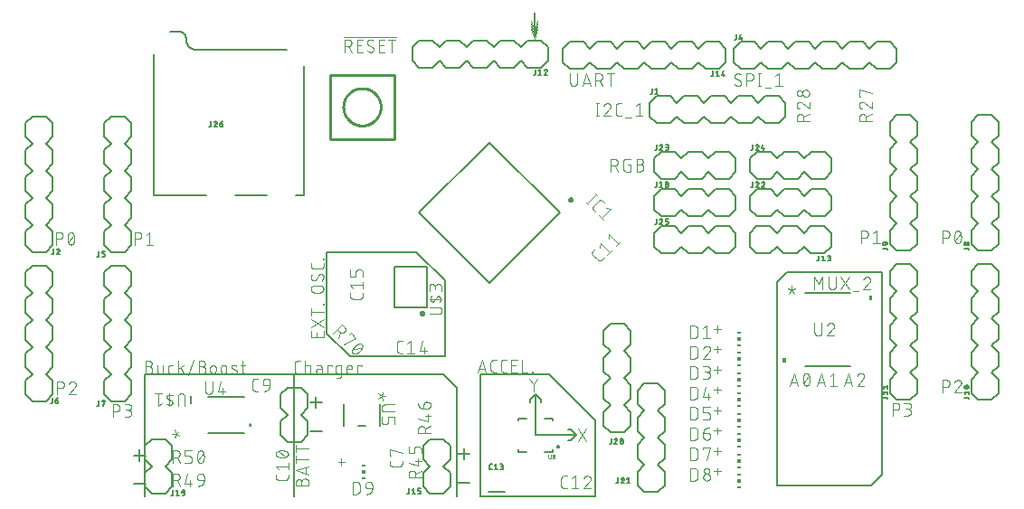
<source format=gbr>
G04 EAGLE Gerber RS-274X export*
G75*
%MOMM*%
%FSLAX34Y34*%
%LPD*%
%INSilkscreen Top*%
%IPPOS*%
%AMOC8*
5,1,8,0,0,1.08239X$1,22.5*%
G01*
%ADD10C,0.076200*%
%ADD11C,0.152400*%
%ADD12C,0.101600*%
%ADD13C,0.127000*%
%ADD14C,0.200000*%
%ADD15C,0.250000*%
%ADD16C,0.203200*%
%ADD17C,0.254000*%
%ADD18R,0.300000X0.150000*%
%ADD19R,0.300000X0.300000*%
%ADD20C,0.025400*%
%ADD21C,0.538513*%

G36*
X794768Y183430D02*
X794768Y183430D01*
X794770Y183429D01*
X794813Y183449D01*
X794857Y183467D01*
X794857Y183469D01*
X794859Y183470D01*
X794892Y183555D01*
X794892Y187365D01*
X794891Y187367D01*
X794892Y187369D01*
X794872Y187412D01*
X794854Y187456D01*
X794852Y187456D01*
X794851Y187458D01*
X794766Y187491D01*
X792226Y187491D01*
X792224Y187490D01*
X792222Y187491D01*
X792179Y187471D01*
X792135Y187453D01*
X792135Y187451D01*
X792133Y187450D01*
X792100Y187365D01*
X792100Y183555D01*
X792101Y183553D01*
X792100Y183551D01*
X792120Y183508D01*
X792138Y183464D01*
X792140Y183464D01*
X792141Y183462D01*
X792226Y183429D01*
X794766Y183429D01*
X794768Y183430D01*
G37*
G36*
X713996Y124930D02*
X713996Y124930D01*
X713998Y124929D01*
X714041Y124949D01*
X714085Y124967D01*
X714085Y124969D01*
X714087Y124970D01*
X714120Y125055D01*
X714120Y128865D01*
X714119Y128867D01*
X714120Y128869D01*
X714100Y128912D01*
X714082Y128956D01*
X714080Y128957D01*
X714079Y128958D01*
X713994Y128991D01*
X711454Y128991D01*
X711452Y128990D01*
X711450Y128991D01*
X711407Y128971D01*
X711363Y128953D01*
X711363Y128951D01*
X711361Y128950D01*
X711328Y128865D01*
X711328Y125055D01*
X711329Y125053D01*
X711328Y125051D01*
X711348Y125008D01*
X711366Y124964D01*
X711368Y124964D01*
X711369Y124962D01*
X711454Y124929D01*
X713994Y124929D01*
X713996Y124930D01*
G37*
D10*
X475657Y437769D02*
X478790Y428371D01*
X481923Y437769D01*
D11*
X114300Y114300D02*
X114300Y0D01*
X114300Y114300D02*
X254000Y114300D01*
D12*
X118054Y121299D02*
X114808Y121299D01*
X118054Y121300D02*
X118167Y121298D01*
X118280Y121292D01*
X118393Y121282D01*
X118506Y121268D01*
X118618Y121251D01*
X118729Y121229D01*
X118839Y121204D01*
X118949Y121174D01*
X119057Y121141D01*
X119164Y121104D01*
X119270Y121064D01*
X119374Y121019D01*
X119477Y120971D01*
X119578Y120920D01*
X119677Y120865D01*
X119774Y120807D01*
X119869Y120745D01*
X119962Y120680D01*
X120052Y120612D01*
X120140Y120541D01*
X120226Y120466D01*
X120309Y120389D01*
X120389Y120309D01*
X120466Y120226D01*
X120541Y120140D01*
X120612Y120052D01*
X120680Y119962D01*
X120745Y119869D01*
X120807Y119774D01*
X120865Y119677D01*
X120920Y119578D01*
X120971Y119477D01*
X121019Y119374D01*
X121064Y119270D01*
X121104Y119164D01*
X121141Y119057D01*
X121174Y118949D01*
X121204Y118839D01*
X121229Y118729D01*
X121251Y118618D01*
X121268Y118506D01*
X121282Y118393D01*
X121292Y118280D01*
X121298Y118167D01*
X121300Y118054D01*
X121298Y117941D01*
X121292Y117828D01*
X121282Y117715D01*
X121268Y117602D01*
X121251Y117490D01*
X121229Y117379D01*
X121204Y117269D01*
X121174Y117159D01*
X121141Y117051D01*
X121104Y116944D01*
X121064Y116838D01*
X121019Y116734D01*
X120971Y116631D01*
X120920Y116530D01*
X120865Y116431D01*
X120807Y116334D01*
X120745Y116239D01*
X120680Y116146D01*
X120612Y116056D01*
X120541Y115968D01*
X120466Y115882D01*
X120389Y115799D01*
X120309Y115719D01*
X120226Y115642D01*
X120140Y115567D01*
X120052Y115496D01*
X119962Y115428D01*
X119869Y115363D01*
X119774Y115301D01*
X119677Y115243D01*
X119578Y115188D01*
X119477Y115137D01*
X119374Y115089D01*
X119270Y115044D01*
X119164Y115004D01*
X119057Y114967D01*
X118949Y114934D01*
X118839Y114904D01*
X118729Y114879D01*
X118618Y114857D01*
X118506Y114840D01*
X118393Y114826D01*
X118280Y114816D01*
X118167Y114810D01*
X118054Y114808D01*
X114808Y114808D01*
X114808Y126492D01*
X118054Y126492D01*
X118155Y126490D01*
X118255Y126484D01*
X118355Y126474D01*
X118455Y126461D01*
X118554Y126443D01*
X118653Y126422D01*
X118750Y126397D01*
X118847Y126368D01*
X118942Y126335D01*
X119036Y126299D01*
X119128Y126259D01*
X119219Y126216D01*
X119308Y126169D01*
X119395Y126119D01*
X119481Y126065D01*
X119564Y126008D01*
X119644Y125948D01*
X119723Y125885D01*
X119799Y125818D01*
X119872Y125749D01*
X119942Y125677D01*
X120010Y125603D01*
X120075Y125526D01*
X120136Y125446D01*
X120195Y125364D01*
X120250Y125280D01*
X120302Y125194D01*
X120351Y125106D01*
X120396Y125016D01*
X120438Y124924D01*
X120476Y124831D01*
X120510Y124736D01*
X120541Y124641D01*
X120568Y124544D01*
X120591Y124446D01*
X120611Y124347D01*
X120626Y124247D01*
X120638Y124147D01*
X120646Y124047D01*
X120650Y123946D01*
X120650Y123846D01*
X120646Y123745D01*
X120638Y123645D01*
X120626Y123545D01*
X120611Y123445D01*
X120591Y123346D01*
X120568Y123248D01*
X120541Y123151D01*
X120510Y123056D01*
X120476Y122961D01*
X120438Y122868D01*
X120396Y122776D01*
X120351Y122686D01*
X120302Y122598D01*
X120250Y122512D01*
X120195Y122428D01*
X120136Y122346D01*
X120075Y122266D01*
X120010Y122189D01*
X119942Y122115D01*
X119872Y122043D01*
X119799Y121974D01*
X119723Y121907D01*
X119644Y121844D01*
X119564Y121784D01*
X119481Y121727D01*
X119395Y121673D01*
X119308Y121623D01*
X119219Y121576D01*
X119128Y121533D01*
X119036Y121493D01*
X118942Y121457D01*
X118847Y121424D01*
X118750Y121395D01*
X118653Y121370D01*
X118554Y121349D01*
X118455Y121331D01*
X118355Y121318D01*
X118255Y121308D01*
X118155Y121302D01*
X118054Y121300D01*
X125956Y122597D02*
X125956Y116755D01*
X125958Y116668D01*
X125964Y116580D01*
X125974Y116494D01*
X125987Y116407D01*
X126005Y116322D01*
X126026Y116237D01*
X126051Y116153D01*
X126080Y116071D01*
X126113Y115990D01*
X126149Y115910D01*
X126188Y115832D01*
X126232Y115756D01*
X126278Y115682D01*
X126328Y115611D01*
X126381Y115541D01*
X126437Y115474D01*
X126496Y115410D01*
X126558Y115348D01*
X126622Y115289D01*
X126689Y115233D01*
X126759Y115180D01*
X126830Y115130D01*
X126904Y115084D01*
X126980Y115040D01*
X127058Y115001D01*
X127138Y114965D01*
X127219Y114932D01*
X127301Y114903D01*
X127385Y114878D01*
X127470Y114857D01*
X127555Y114839D01*
X127642Y114826D01*
X127728Y114816D01*
X127816Y114810D01*
X127903Y114808D01*
X131149Y114808D01*
X131149Y122597D01*
X138203Y114808D02*
X140800Y114808D01*
X138203Y114808D02*
X138116Y114810D01*
X138028Y114816D01*
X137942Y114826D01*
X137855Y114839D01*
X137770Y114857D01*
X137685Y114878D01*
X137601Y114903D01*
X137519Y114932D01*
X137438Y114965D01*
X137358Y115001D01*
X137280Y115040D01*
X137204Y115084D01*
X137130Y115130D01*
X137059Y115180D01*
X136989Y115233D01*
X136922Y115289D01*
X136858Y115348D01*
X136796Y115410D01*
X136737Y115474D01*
X136681Y115541D01*
X136628Y115611D01*
X136578Y115682D01*
X136532Y115756D01*
X136488Y115832D01*
X136449Y115910D01*
X136413Y115990D01*
X136380Y116071D01*
X136351Y116153D01*
X136326Y116237D01*
X136305Y116322D01*
X136287Y116407D01*
X136274Y116494D01*
X136264Y116580D01*
X136258Y116668D01*
X136256Y116755D01*
X136256Y120650D01*
X136258Y120737D01*
X136264Y120825D01*
X136274Y120911D01*
X136287Y120998D01*
X136305Y121083D01*
X136326Y121168D01*
X136351Y121252D01*
X136380Y121334D01*
X136413Y121415D01*
X136449Y121495D01*
X136488Y121573D01*
X136532Y121649D01*
X136578Y121723D01*
X136628Y121794D01*
X136681Y121864D01*
X136737Y121931D01*
X136796Y121995D01*
X136858Y122057D01*
X136922Y122116D01*
X136989Y122172D01*
X137059Y122225D01*
X137130Y122275D01*
X137204Y122321D01*
X137280Y122365D01*
X137358Y122404D01*
X137438Y122440D01*
X137519Y122473D01*
X137601Y122502D01*
X137685Y122527D01*
X137770Y122548D01*
X137855Y122566D01*
X137942Y122579D01*
X138028Y122589D01*
X138116Y122595D01*
X138203Y122597D01*
X140800Y122597D01*
X145522Y126492D02*
X145522Y114808D01*
X145522Y118703D02*
X150715Y122597D01*
X147794Y120325D02*
X150715Y114808D01*
X154531Y113510D02*
X159724Y127790D01*
X164719Y121299D02*
X167964Y121299D01*
X167964Y121300D02*
X168077Y121298D01*
X168190Y121292D01*
X168303Y121282D01*
X168416Y121268D01*
X168528Y121251D01*
X168639Y121229D01*
X168749Y121204D01*
X168859Y121174D01*
X168967Y121141D01*
X169074Y121104D01*
X169180Y121064D01*
X169284Y121019D01*
X169387Y120971D01*
X169488Y120920D01*
X169587Y120865D01*
X169684Y120807D01*
X169779Y120745D01*
X169872Y120680D01*
X169962Y120612D01*
X170050Y120541D01*
X170136Y120466D01*
X170219Y120389D01*
X170299Y120309D01*
X170376Y120226D01*
X170451Y120140D01*
X170522Y120052D01*
X170590Y119962D01*
X170655Y119869D01*
X170717Y119774D01*
X170775Y119677D01*
X170830Y119578D01*
X170881Y119477D01*
X170929Y119374D01*
X170974Y119270D01*
X171014Y119164D01*
X171051Y119057D01*
X171084Y118949D01*
X171114Y118839D01*
X171139Y118729D01*
X171161Y118618D01*
X171178Y118506D01*
X171192Y118393D01*
X171202Y118280D01*
X171208Y118167D01*
X171210Y118054D01*
X171208Y117941D01*
X171202Y117828D01*
X171192Y117715D01*
X171178Y117602D01*
X171161Y117490D01*
X171139Y117379D01*
X171114Y117269D01*
X171084Y117159D01*
X171051Y117051D01*
X171014Y116944D01*
X170974Y116838D01*
X170929Y116734D01*
X170881Y116631D01*
X170830Y116530D01*
X170775Y116431D01*
X170717Y116334D01*
X170655Y116239D01*
X170590Y116146D01*
X170522Y116056D01*
X170451Y115968D01*
X170376Y115882D01*
X170299Y115799D01*
X170219Y115719D01*
X170136Y115642D01*
X170050Y115567D01*
X169962Y115496D01*
X169872Y115428D01*
X169779Y115363D01*
X169684Y115301D01*
X169587Y115243D01*
X169488Y115188D01*
X169387Y115137D01*
X169284Y115089D01*
X169180Y115044D01*
X169074Y115004D01*
X168967Y114967D01*
X168859Y114934D01*
X168749Y114904D01*
X168639Y114879D01*
X168528Y114857D01*
X168416Y114840D01*
X168303Y114826D01*
X168190Y114816D01*
X168077Y114810D01*
X167964Y114808D01*
X164719Y114808D01*
X164719Y126492D01*
X167964Y126492D01*
X168065Y126490D01*
X168165Y126484D01*
X168265Y126474D01*
X168365Y126461D01*
X168464Y126443D01*
X168563Y126422D01*
X168660Y126397D01*
X168757Y126368D01*
X168852Y126335D01*
X168946Y126299D01*
X169038Y126259D01*
X169129Y126216D01*
X169218Y126169D01*
X169305Y126119D01*
X169391Y126065D01*
X169474Y126008D01*
X169554Y125948D01*
X169633Y125885D01*
X169709Y125818D01*
X169782Y125749D01*
X169852Y125677D01*
X169920Y125603D01*
X169985Y125526D01*
X170046Y125446D01*
X170105Y125364D01*
X170160Y125280D01*
X170212Y125194D01*
X170261Y125106D01*
X170306Y125016D01*
X170348Y124924D01*
X170386Y124831D01*
X170420Y124736D01*
X170451Y124641D01*
X170478Y124544D01*
X170501Y124446D01*
X170521Y124347D01*
X170536Y124247D01*
X170548Y124147D01*
X170556Y124047D01*
X170560Y123946D01*
X170560Y123846D01*
X170556Y123745D01*
X170548Y123645D01*
X170536Y123545D01*
X170521Y123445D01*
X170501Y123346D01*
X170478Y123248D01*
X170451Y123151D01*
X170420Y123056D01*
X170386Y122961D01*
X170348Y122868D01*
X170306Y122776D01*
X170261Y122686D01*
X170212Y122598D01*
X170160Y122512D01*
X170105Y122428D01*
X170046Y122346D01*
X169985Y122266D01*
X169920Y122189D01*
X169852Y122115D01*
X169782Y122043D01*
X169709Y121974D01*
X169633Y121907D01*
X169554Y121844D01*
X169474Y121784D01*
X169391Y121727D01*
X169305Y121673D01*
X169218Y121623D01*
X169129Y121576D01*
X169038Y121533D01*
X168946Y121493D01*
X168852Y121457D01*
X168757Y121424D01*
X168660Y121395D01*
X168563Y121370D01*
X168464Y121349D01*
X168365Y121331D01*
X168265Y121318D01*
X168165Y121308D01*
X168065Y121302D01*
X167964Y121300D01*
X175486Y120001D02*
X175486Y117404D01*
X175486Y120001D02*
X175488Y120102D01*
X175494Y120202D01*
X175504Y120302D01*
X175517Y120402D01*
X175535Y120501D01*
X175556Y120600D01*
X175581Y120697D01*
X175610Y120794D01*
X175643Y120889D01*
X175679Y120983D01*
X175719Y121075D01*
X175762Y121166D01*
X175809Y121255D01*
X175859Y121342D01*
X175913Y121428D01*
X175970Y121511D01*
X176030Y121591D01*
X176093Y121670D01*
X176160Y121746D01*
X176229Y121819D01*
X176301Y121889D01*
X176375Y121957D01*
X176452Y122022D01*
X176532Y122083D01*
X176614Y122142D01*
X176698Y122197D01*
X176784Y122249D01*
X176872Y122298D01*
X176962Y122343D01*
X177054Y122385D01*
X177147Y122423D01*
X177242Y122457D01*
X177337Y122488D01*
X177434Y122515D01*
X177532Y122538D01*
X177631Y122558D01*
X177731Y122573D01*
X177831Y122585D01*
X177931Y122593D01*
X178032Y122597D01*
X178132Y122597D01*
X178233Y122593D01*
X178333Y122585D01*
X178433Y122573D01*
X178533Y122558D01*
X178632Y122538D01*
X178730Y122515D01*
X178827Y122488D01*
X178922Y122457D01*
X179017Y122423D01*
X179110Y122385D01*
X179202Y122343D01*
X179292Y122298D01*
X179380Y122249D01*
X179466Y122197D01*
X179550Y122142D01*
X179632Y122083D01*
X179712Y122022D01*
X179789Y121957D01*
X179863Y121889D01*
X179935Y121819D01*
X180004Y121746D01*
X180071Y121670D01*
X180134Y121591D01*
X180194Y121511D01*
X180251Y121428D01*
X180305Y121342D01*
X180355Y121255D01*
X180402Y121166D01*
X180445Y121075D01*
X180485Y120983D01*
X180521Y120889D01*
X180554Y120794D01*
X180583Y120697D01*
X180608Y120600D01*
X180629Y120501D01*
X180647Y120402D01*
X180660Y120302D01*
X180670Y120202D01*
X180676Y120102D01*
X180678Y120001D01*
X180679Y120001D02*
X180679Y117404D01*
X180678Y117404D02*
X180676Y117303D01*
X180670Y117203D01*
X180660Y117103D01*
X180647Y117003D01*
X180629Y116904D01*
X180608Y116805D01*
X180583Y116708D01*
X180554Y116611D01*
X180521Y116516D01*
X180485Y116422D01*
X180445Y116330D01*
X180402Y116239D01*
X180355Y116150D01*
X180305Y116063D01*
X180251Y115977D01*
X180194Y115894D01*
X180134Y115814D01*
X180071Y115735D01*
X180004Y115659D01*
X179935Y115586D01*
X179863Y115516D01*
X179789Y115448D01*
X179712Y115383D01*
X179632Y115322D01*
X179550Y115263D01*
X179466Y115208D01*
X179380Y115156D01*
X179292Y115107D01*
X179202Y115062D01*
X179110Y115020D01*
X179017Y114982D01*
X178922Y114948D01*
X178827Y114917D01*
X178730Y114890D01*
X178632Y114867D01*
X178533Y114847D01*
X178433Y114832D01*
X178333Y114820D01*
X178233Y114812D01*
X178132Y114808D01*
X178032Y114808D01*
X177931Y114812D01*
X177831Y114820D01*
X177731Y114832D01*
X177631Y114847D01*
X177532Y114867D01*
X177434Y114890D01*
X177337Y114917D01*
X177242Y114948D01*
X177147Y114982D01*
X177054Y115020D01*
X176962Y115062D01*
X176872Y115107D01*
X176784Y115156D01*
X176698Y115208D01*
X176614Y115263D01*
X176532Y115322D01*
X176452Y115383D01*
X176375Y115448D01*
X176301Y115516D01*
X176229Y115586D01*
X176160Y115659D01*
X176093Y115735D01*
X176030Y115814D01*
X175970Y115894D01*
X175913Y115977D01*
X175859Y116063D01*
X175809Y116150D01*
X175762Y116239D01*
X175719Y116330D01*
X175679Y116422D01*
X175643Y116516D01*
X175610Y116611D01*
X175581Y116708D01*
X175556Y116805D01*
X175535Y116904D01*
X175517Y117003D01*
X175504Y117103D01*
X175494Y117203D01*
X175488Y117303D01*
X175486Y117404D01*
X185392Y117404D02*
X185392Y120001D01*
X185394Y120102D01*
X185400Y120202D01*
X185410Y120302D01*
X185423Y120402D01*
X185441Y120501D01*
X185462Y120600D01*
X185487Y120697D01*
X185516Y120794D01*
X185549Y120889D01*
X185585Y120983D01*
X185625Y121075D01*
X185668Y121166D01*
X185715Y121255D01*
X185765Y121342D01*
X185819Y121428D01*
X185876Y121511D01*
X185936Y121591D01*
X185999Y121670D01*
X186066Y121746D01*
X186135Y121819D01*
X186207Y121889D01*
X186281Y121957D01*
X186358Y122022D01*
X186438Y122083D01*
X186520Y122142D01*
X186604Y122197D01*
X186690Y122249D01*
X186778Y122298D01*
X186868Y122343D01*
X186960Y122385D01*
X187053Y122423D01*
X187148Y122457D01*
X187243Y122488D01*
X187340Y122515D01*
X187438Y122538D01*
X187537Y122558D01*
X187637Y122573D01*
X187737Y122585D01*
X187837Y122593D01*
X187938Y122597D01*
X188038Y122597D01*
X188139Y122593D01*
X188239Y122585D01*
X188339Y122573D01*
X188439Y122558D01*
X188538Y122538D01*
X188636Y122515D01*
X188733Y122488D01*
X188828Y122457D01*
X188923Y122423D01*
X189016Y122385D01*
X189108Y122343D01*
X189198Y122298D01*
X189286Y122249D01*
X189372Y122197D01*
X189456Y122142D01*
X189538Y122083D01*
X189618Y122022D01*
X189695Y121957D01*
X189769Y121889D01*
X189841Y121819D01*
X189910Y121746D01*
X189977Y121670D01*
X190040Y121591D01*
X190100Y121511D01*
X190157Y121428D01*
X190211Y121342D01*
X190261Y121255D01*
X190308Y121166D01*
X190351Y121075D01*
X190391Y120983D01*
X190427Y120889D01*
X190460Y120794D01*
X190489Y120697D01*
X190514Y120600D01*
X190535Y120501D01*
X190553Y120402D01*
X190566Y120302D01*
X190576Y120202D01*
X190582Y120102D01*
X190584Y120001D01*
X190585Y120001D02*
X190585Y117404D01*
X190584Y117404D02*
X190582Y117303D01*
X190576Y117203D01*
X190566Y117103D01*
X190553Y117003D01*
X190535Y116904D01*
X190514Y116805D01*
X190489Y116708D01*
X190460Y116611D01*
X190427Y116516D01*
X190391Y116422D01*
X190351Y116330D01*
X190308Y116239D01*
X190261Y116150D01*
X190211Y116063D01*
X190157Y115977D01*
X190100Y115894D01*
X190040Y115814D01*
X189977Y115735D01*
X189910Y115659D01*
X189841Y115586D01*
X189769Y115516D01*
X189695Y115448D01*
X189618Y115383D01*
X189538Y115322D01*
X189456Y115263D01*
X189372Y115208D01*
X189286Y115156D01*
X189198Y115107D01*
X189108Y115062D01*
X189016Y115020D01*
X188923Y114982D01*
X188828Y114948D01*
X188733Y114917D01*
X188636Y114890D01*
X188538Y114867D01*
X188439Y114847D01*
X188339Y114832D01*
X188239Y114820D01*
X188139Y114812D01*
X188038Y114808D01*
X187938Y114808D01*
X187837Y114812D01*
X187737Y114820D01*
X187637Y114832D01*
X187537Y114847D01*
X187438Y114867D01*
X187340Y114890D01*
X187243Y114917D01*
X187148Y114948D01*
X187053Y114982D01*
X186960Y115020D01*
X186868Y115062D01*
X186778Y115107D01*
X186690Y115156D01*
X186604Y115208D01*
X186520Y115263D01*
X186438Y115322D01*
X186358Y115383D01*
X186281Y115448D01*
X186207Y115516D01*
X186135Y115586D01*
X186066Y115659D01*
X185999Y115735D01*
X185936Y115814D01*
X185876Y115894D01*
X185819Y115977D01*
X185765Y116063D01*
X185715Y116150D01*
X185668Y116239D01*
X185625Y116330D01*
X185585Y116422D01*
X185549Y116516D01*
X185516Y116611D01*
X185487Y116708D01*
X185462Y116805D01*
X185441Y116904D01*
X185423Y117003D01*
X185410Y117103D01*
X185400Y117203D01*
X185394Y117303D01*
X185392Y117404D01*
X196271Y119352D02*
X199517Y118054D01*
X196271Y119351D02*
X196196Y119384D01*
X196122Y119420D01*
X196050Y119459D01*
X195980Y119502D01*
X195913Y119548D01*
X195847Y119598D01*
X195785Y119650D01*
X195724Y119706D01*
X195667Y119764D01*
X195612Y119825D01*
X195561Y119889D01*
X195513Y119955D01*
X195468Y120024D01*
X195426Y120094D01*
X195388Y120167D01*
X195353Y120241D01*
X195322Y120317D01*
X195295Y120394D01*
X195272Y120473D01*
X195252Y120552D01*
X195237Y120633D01*
X195225Y120714D01*
X195217Y120796D01*
X195213Y120877D01*
X195214Y120959D01*
X195218Y121041D01*
X195226Y121123D01*
X195238Y121204D01*
X195254Y121284D01*
X195274Y121364D01*
X195298Y121442D01*
X195326Y121519D01*
X195357Y121595D01*
X195392Y121669D01*
X195430Y121741D01*
X195472Y121812D01*
X195518Y121880D01*
X195566Y121946D01*
X195618Y122009D01*
X195673Y122070D01*
X195731Y122128D01*
X195791Y122184D01*
X195854Y122236D01*
X195920Y122285D01*
X195988Y122331D01*
X196058Y122373D01*
X196130Y122413D01*
X196204Y122448D01*
X196279Y122480D01*
X196356Y122508D01*
X196434Y122532D01*
X196514Y122553D01*
X196594Y122570D01*
X196675Y122582D01*
X196756Y122591D01*
X196838Y122596D01*
X196920Y122597D01*
X197097Y122593D01*
X197274Y122584D01*
X197451Y122570D01*
X197628Y122553D01*
X197803Y122531D01*
X197979Y122506D01*
X198153Y122475D01*
X198327Y122441D01*
X198500Y122403D01*
X198672Y122360D01*
X198843Y122313D01*
X199013Y122263D01*
X199182Y122208D01*
X199349Y122149D01*
X199514Y122086D01*
X199679Y122019D01*
X199841Y121948D01*
X199517Y118054D02*
X199592Y118021D01*
X199666Y117985D01*
X199738Y117946D01*
X199808Y117903D01*
X199875Y117857D01*
X199941Y117807D01*
X200003Y117755D01*
X200064Y117699D01*
X200121Y117641D01*
X200176Y117580D01*
X200227Y117516D01*
X200275Y117450D01*
X200320Y117381D01*
X200362Y117311D01*
X200400Y117238D01*
X200435Y117164D01*
X200466Y117088D01*
X200493Y117011D01*
X200516Y116932D01*
X200536Y116853D01*
X200551Y116772D01*
X200563Y116691D01*
X200571Y116609D01*
X200575Y116528D01*
X200574Y116446D01*
X200570Y116364D01*
X200562Y116282D01*
X200550Y116201D01*
X200534Y116121D01*
X200514Y116041D01*
X200490Y115963D01*
X200462Y115886D01*
X200431Y115810D01*
X200396Y115736D01*
X200358Y115664D01*
X200316Y115593D01*
X200270Y115525D01*
X200222Y115459D01*
X200170Y115396D01*
X200115Y115335D01*
X200057Y115277D01*
X199997Y115221D01*
X199934Y115169D01*
X199868Y115120D01*
X199800Y115074D01*
X199730Y115032D01*
X199658Y114992D01*
X199584Y114957D01*
X199509Y114925D01*
X199432Y114897D01*
X199354Y114873D01*
X199274Y114852D01*
X199194Y114835D01*
X199113Y114823D01*
X199032Y114814D01*
X198950Y114809D01*
X198868Y114808D01*
X198608Y114815D01*
X198348Y114828D01*
X198088Y114847D01*
X197829Y114872D01*
X197570Y114904D01*
X197313Y114941D01*
X197056Y114985D01*
X196800Y115034D01*
X196546Y115090D01*
X196293Y115151D01*
X196042Y115219D01*
X195792Y115293D01*
X195544Y115372D01*
X195298Y115457D01*
X204236Y122597D02*
X208131Y122597D01*
X205535Y126492D02*
X205535Y116755D01*
X205537Y116668D01*
X205543Y116580D01*
X205553Y116494D01*
X205566Y116407D01*
X205584Y116322D01*
X205605Y116237D01*
X205630Y116153D01*
X205659Y116071D01*
X205692Y115990D01*
X205728Y115910D01*
X205767Y115832D01*
X205811Y115756D01*
X205857Y115682D01*
X205907Y115611D01*
X205960Y115541D01*
X206016Y115474D01*
X206075Y115410D01*
X206137Y115348D01*
X206201Y115289D01*
X206268Y115233D01*
X206338Y115180D01*
X206409Y115130D01*
X206483Y115084D01*
X206559Y115040D01*
X206637Y115001D01*
X206717Y114965D01*
X206798Y114932D01*
X206880Y114903D01*
X206964Y114878D01*
X207049Y114857D01*
X207134Y114839D01*
X207221Y114826D01*
X207307Y114816D01*
X207395Y114810D01*
X207482Y114808D01*
X208131Y114808D01*
D11*
X254000Y114300D02*
X254000Y0D01*
D12*
X260971Y9807D02*
X260971Y13053D01*
X260970Y13053D02*
X260972Y13166D01*
X260978Y13279D01*
X260988Y13392D01*
X261002Y13505D01*
X261019Y13617D01*
X261041Y13728D01*
X261066Y13838D01*
X261096Y13948D01*
X261129Y14056D01*
X261166Y14163D01*
X261206Y14269D01*
X261251Y14373D01*
X261299Y14476D01*
X261350Y14577D01*
X261405Y14676D01*
X261463Y14773D01*
X261525Y14868D01*
X261590Y14961D01*
X261658Y15051D01*
X261729Y15139D01*
X261804Y15225D01*
X261881Y15308D01*
X261961Y15388D01*
X262044Y15465D01*
X262130Y15540D01*
X262218Y15611D01*
X262308Y15679D01*
X262401Y15744D01*
X262496Y15806D01*
X262593Y15864D01*
X262692Y15919D01*
X262793Y15970D01*
X262896Y16018D01*
X263000Y16063D01*
X263106Y16103D01*
X263213Y16140D01*
X263321Y16173D01*
X263431Y16203D01*
X263541Y16228D01*
X263652Y16250D01*
X263764Y16267D01*
X263877Y16281D01*
X263990Y16291D01*
X264103Y16297D01*
X264216Y16299D01*
X264329Y16297D01*
X264442Y16291D01*
X264555Y16281D01*
X264668Y16267D01*
X264780Y16250D01*
X264891Y16228D01*
X265001Y16203D01*
X265111Y16173D01*
X265219Y16140D01*
X265326Y16103D01*
X265432Y16063D01*
X265536Y16018D01*
X265639Y15970D01*
X265740Y15919D01*
X265839Y15864D01*
X265936Y15806D01*
X266031Y15744D01*
X266124Y15679D01*
X266214Y15611D01*
X266302Y15540D01*
X266388Y15465D01*
X266471Y15388D01*
X266551Y15308D01*
X266628Y15225D01*
X266703Y15139D01*
X266774Y15051D01*
X266842Y14961D01*
X266907Y14868D01*
X266969Y14773D01*
X267027Y14676D01*
X267082Y14577D01*
X267133Y14476D01*
X267181Y14373D01*
X267226Y14269D01*
X267266Y14163D01*
X267303Y14056D01*
X267336Y13948D01*
X267366Y13838D01*
X267391Y13728D01*
X267413Y13617D01*
X267430Y13505D01*
X267444Y13392D01*
X267454Y13279D01*
X267460Y13166D01*
X267462Y13053D01*
X267462Y9807D01*
X255778Y9807D01*
X255778Y13053D01*
X255780Y13154D01*
X255786Y13254D01*
X255796Y13354D01*
X255809Y13454D01*
X255827Y13553D01*
X255848Y13652D01*
X255873Y13749D01*
X255902Y13846D01*
X255935Y13941D01*
X255971Y14035D01*
X256011Y14127D01*
X256054Y14218D01*
X256101Y14307D01*
X256151Y14394D01*
X256205Y14480D01*
X256262Y14563D01*
X256322Y14643D01*
X256385Y14722D01*
X256452Y14798D01*
X256521Y14871D01*
X256593Y14941D01*
X256667Y15009D01*
X256744Y15074D01*
X256824Y15135D01*
X256906Y15194D01*
X256990Y15249D01*
X257076Y15301D01*
X257164Y15350D01*
X257254Y15395D01*
X257346Y15437D01*
X257439Y15475D01*
X257534Y15509D01*
X257629Y15540D01*
X257726Y15567D01*
X257824Y15590D01*
X257923Y15610D01*
X258023Y15625D01*
X258123Y15637D01*
X258223Y15645D01*
X258324Y15649D01*
X258424Y15649D01*
X258525Y15645D01*
X258625Y15637D01*
X258725Y15625D01*
X258825Y15610D01*
X258924Y15590D01*
X259022Y15567D01*
X259119Y15540D01*
X259214Y15509D01*
X259309Y15475D01*
X259402Y15437D01*
X259494Y15395D01*
X259584Y15350D01*
X259672Y15301D01*
X259758Y15249D01*
X259842Y15194D01*
X259924Y15135D01*
X260004Y15074D01*
X260081Y15009D01*
X260155Y14941D01*
X260227Y14871D01*
X260296Y14798D01*
X260363Y14722D01*
X260426Y14643D01*
X260486Y14563D01*
X260543Y14480D01*
X260597Y14394D01*
X260647Y14307D01*
X260694Y14218D01*
X260737Y14127D01*
X260777Y14035D01*
X260813Y13941D01*
X260846Y13846D01*
X260875Y13749D01*
X260900Y13652D01*
X260921Y13553D01*
X260939Y13454D01*
X260952Y13354D01*
X260962Y13254D01*
X260968Y13154D01*
X260970Y13053D01*
X267462Y20038D02*
X255778Y23933D01*
X267462Y27827D01*
X264541Y26854D02*
X264541Y21012D01*
X267462Y34600D02*
X255778Y34600D01*
X255778Y31355D02*
X255778Y37846D01*
X255778Y44506D02*
X267462Y44506D01*
X255778Y41261D02*
X255778Y47752D01*
D11*
X254000Y114300D02*
X393700Y114300D01*
X406400Y101600D01*
X406400Y0D01*
D12*
X259701Y114808D02*
X257104Y114808D01*
X257005Y114810D01*
X256905Y114816D01*
X256806Y114825D01*
X256708Y114838D01*
X256610Y114855D01*
X256512Y114876D01*
X256416Y114901D01*
X256321Y114929D01*
X256227Y114961D01*
X256134Y114996D01*
X256042Y115035D01*
X255952Y115078D01*
X255864Y115123D01*
X255777Y115173D01*
X255693Y115225D01*
X255610Y115281D01*
X255530Y115339D01*
X255452Y115401D01*
X255377Y115466D01*
X255304Y115534D01*
X255234Y115604D01*
X255166Y115677D01*
X255101Y115752D01*
X255039Y115830D01*
X254981Y115910D01*
X254925Y115993D01*
X254873Y116077D01*
X254823Y116164D01*
X254778Y116252D01*
X254735Y116342D01*
X254696Y116434D01*
X254661Y116527D01*
X254629Y116621D01*
X254601Y116716D01*
X254576Y116812D01*
X254555Y116910D01*
X254538Y117008D01*
X254525Y117106D01*
X254516Y117205D01*
X254510Y117305D01*
X254508Y117404D01*
X254508Y123896D01*
X254510Y123995D01*
X254516Y124095D01*
X254525Y124194D01*
X254538Y124292D01*
X254555Y124390D01*
X254576Y124488D01*
X254601Y124584D01*
X254629Y124679D01*
X254661Y124773D01*
X254696Y124866D01*
X254735Y124958D01*
X254778Y125048D01*
X254823Y125136D01*
X254873Y125223D01*
X254925Y125307D01*
X254981Y125390D01*
X255039Y125470D01*
X255101Y125548D01*
X255166Y125623D01*
X255234Y125696D01*
X255304Y125766D01*
X255377Y125834D01*
X255452Y125899D01*
X255530Y125961D01*
X255610Y126019D01*
X255693Y126075D01*
X255777Y126127D01*
X255864Y126177D01*
X255952Y126222D01*
X256042Y126265D01*
X256134Y126304D01*
X256226Y126339D01*
X256321Y126371D01*
X256416Y126399D01*
X256512Y126424D01*
X256610Y126445D01*
X256708Y126462D01*
X256806Y126475D01*
X256905Y126484D01*
X257005Y126490D01*
X257104Y126492D01*
X259701Y126492D01*
X264334Y126492D02*
X264334Y114808D01*
X264334Y122597D02*
X267580Y122597D01*
X267667Y122595D01*
X267755Y122589D01*
X267841Y122579D01*
X267928Y122566D01*
X268013Y122548D01*
X268098Y122527D01*
X268182Y122502D01*
X268264Y122473D01*
X268345Y122440D01*
X268425Y122404D01*
X268503Y122365D01*
X268579Y122321D01*
X268653Y122275D01*
X268724Y122225D01*
X268794Y122172D01*
X268861Y122116D01*
X268925Y122057D01*
X268987Y121996D01*
X269046Y121931D01*
X269102Y121864D01*
X269155Y121794D01*
X269205Y121723D01*
X269251Y121649D01*
X269295Y121573D01*
X269334Y121495D01*
X269370Y121415D01*
X269403Y121334D01*
X269432Y121252D01*
X269457Y121168D01*
X269478Y121083D01*
X269496Y120998D01*
X269509Y120911D01*
X269519Y120825D01*
X269525Y120737D01*
X269527Y120650D01*
X269527Y114808D01*
X276834Y119352D02*
X279755Y119352D01*
X276834Y119352D02*
X276740Y119350D01*
X276646Y119344D01*
X276553Y119335D01*
X276460Y119321D01*
X276368Y119304D01*
X276276Y119282D01*
X276186Y119258D01*
X276096Y119229D01*
X276008Y119197D01*
X275921Y119161D01*
X275836Y119121D01*
X275753Y119078D01*
X275671Y119032D01*
X275591Y118982D01*
X275514Y118929D01*
X275439Y118873D01*
X275366Y118814D01*
X275295Y118752D01*
X275227Y118687D01*
X275162Y118619D01*
X275100Y118548D01*
X275041Y118475D01*
X274985Y118400D01*
X274932Y118323D01*
X274882Y118243D01*
X274836Y118161D01*
X274793Y118078D01*
X274753Y117993D01*
X274717Y117906D01*
X274685Y117818D01*
X274656Y117728D01*
X274632Y117638D01*
X274610Y117546D01*
X274593Y117454D01*
X274579Y117361D01*
X274570Y117268D01*
X274564Y117174D01*
X274562Y117080D01*
X274564Y116986D01*
X274570Y116892D01*
X274579Y116799D01*
X274593Y116706D01*
X274610Y116614D01*
X274632Y116522D01*
X274656Y116432D01*
X274685Y116342D01*
X274717Y116254D01*
X274753Y116167D01*
X274793Y116082D01*
X274836Y115999D01*
X274882Y115917D01*
X274932Y115837D01*
X274985Y115760D01*
X275041Y115685D01*
X275100Y115612D01*
X275162Y115541D01*
X275227Y115473D01*
X275295Y115408D01*
X275366Y115346D01*
X275439Y115287D01*
X275514Y115231D01*
X275591Y115178D01*
X275671Y115128D01*
X275753Y115082D01*
X275836Y115039D01*
X275921Y114999D01*
X276008Y114963D01*
X276096Y114931D01*
X276186Y114902D01*
X276276Y114878D01*
X276368Y114856D01*
X276460Y114839D01*
X276553Y114825D01*
X276646Y114816D01*
X276740Y114810D01*
X276834Y114808D01*
X279755Y114808D01*
X279755Y120650D01*
X279753Y120737D01*
X279747Y120825D01*
X279737Y120911D01*
X279724Y120998D01*
X279706Y121083D01*
X279685Y121168D01*
X279660Y121252D01*
X279631Y121334D01*
X279598Y121415D01*
X279562Y121495D01*
X279523Y121573D01*
X279479Y121649D01*
X279433Y121723D01*
X279383Y121794D01*
X279330Y121864D01*
X279274Y121931D01*
X279215Y121995D01*
X279153Y122057D01*
X279089Y122116D01*
X279022Y122172D01*
X278952Y122225D01*
X278881Y122275D01*
X278807Y122321D01*
X278731Y122365D01*
X278653Y122404D01*
X278573Y122440D01*
X278492Y122473D01*
X278410Y122502D01*
X278326Y122527D01*
X278241Y122548D01*
X278156Y122566D01*
X278069Y122579D01*
X277983Y122589D01*
X277895Y122595D01*
X277808Y122597D01*
X275212Y122597D01*
X285356Y122597D02*
X285356Y114808D01*
X285356Y122597D02*
X289250Y122597D01*
X289250Y121299D01*
X294798Y114808D02*
X298043Y114808D01*
X294798Y114808D02*
X294711Y114810D01*
X294623Y114816D01*
X294537Y114826D01*
X294450Y114839D01*
X294365Y114857D01*
X294280Y114878D01*
X294196Y114903D01*
X294114Y114932D01*
X294033Y114965D01*
X293953Y115001D01*
X293875Y115040D01*
X293799Y115084D01*
X293725Y115130D01*
X293654Y115180D01*
X293584Y115233D01*
X293517Y115289D01*
X293453Y115348D01*
X293391Y115410D01*
X293332Y115474D01*
X293276Y115541D01*
X293223Y115611D01*
X293173Y115682D01*
X293127Y115756D01*
X293083Y115832D01*
X293044Y115910D01*
X293008Y115990D01*
X292975Y116071D01*
X292946Y116153D01*
X292921Y116237D01*
X292900Y116322D01*
X292882Y116407D01*
X292869Y116494D01*
X292859Y116580D01*
X292853Y116668D01*
X292851Y116755D01*
X292850Y116755D02*
X292850Y120650D01*
X292851Y120650D02*
X292853Y120737D01*
X292859Y120825D01*
X292869Y120911D01*
X292882Y120998D01*
X292900Y121083D01*
X292921Y121168D01*
X292946Y121252D01*
X292975Y121334D01*
X293008Y121415D01*
X293044Y121495D01*
X293083Y121573D01*
X293127Y121649D01*
X293173Y121723D01*
X293223Y121794D01*
X293276Y121864D01*
X293332Y121931D01*
X293391Y121995D01*
X293453Y122057D01*
X293517Y122116D01*
X293584Y122172D01*
X293654Y122225D01*
X293725Y122275D01*
X293799Y122321D01*
X293875Y122365D01*
X293953Y122404D01*
X294033Y122440D01*
X294114Y122473D01*
X294196Y122502D01*
X294280Y122527D01*
X294365Y122548D01*
X294450Y122566D01*
X294537Y122579D01*
X294623Y122589D01*
X294711Y122595D01*
X294798Y122597D01*
X298043Y122597D01*
X298043Y112861D01*
X298041Y112774D01*
X298035Y112686D01*
X298025Y112600D01*
X298012Y112513D01*
X297994Y112428D01*
X297973Y112343D01*
X297948Y112259D01*
X297919Y112177D01*
X297886Y112096D01*
X297850Y112016D01*
X297811Y111938D01*
X297767Y111862D01*
X297721Y111788D01*
X297671Y111717D01*
X297618Y111647D01*
X297562Y111580D01*
X297503Y111516D01*
X297442Y111454D01*
X297377Y111395D01*
X297310Y111339D01*
X297240Y111286D01*
X297169Y111236D01*
X297095Y111190D01*
X297019Y111146D01*
X296941Y111107D01*
X296861Y111071D01*
X296780Y111038D01*
X296698Y111009D01*
X296614Y110984D01*
X296529Y110963D01*
X296444Y110945D01*
X296357Y110932D01*
X296271Y110922D01*
X296183Y110916D01*
X296096Y110914D01*
X296096Y110913D02*
X293499Y110913D01*
X305144Y114808D02*
X308389Y114808D01*
X305144Y114808D02*
X305057Y114810D01*
X304969Y114816D01*
X304883Y114826D01*
X304796Y114839D01*
X304711Y114857D01*
X304626Y114878D01*
X304542Y114903D01*
X304460Y114932D01*
X304379Y114965D01*
X304299Y115001D01*
X304221Y115040D01*
X304145Y115084D01*
X304071Y115130D01*
X304000Y115180D01*
X303930Y115233D01*
X303863Y115289D01*
X303799Y115348D01*
X303737Y115410D01*
X303678Y115474D01*
X303622Y115541D01*
X303569Y115611D01*
X303519Y115682D01*
X303473Y115756D01*
X303429Y115832D01*
X303390Y115910D01*
X303354Y115990D01*
X303321Y116071D01*
X303292Y116153D01*
X303267Y116237D01*
X303246Y116322D01*
X303228Y116407D01*
X303215Y116494D01*
X303205Y116580D01*
X303199Y116668D01*
X303197Y116755D01*
X303196Y116755D02*
X303196Y120001D01*
X303197Y120001D02*
X303199Y120102D01*
X303205Y120202D01*
X303215Y120302D01*
X303228Y120402D01*
X303246Y120501D01*
X303267Y120600D01*
X303292Y120697D01*
X303321Y120794D01*
X303354Y120889D01*
X303390Y120983D01*
X303430Y121075D01*
X303473Y121166D01*
X303520Y121255D01*
X303570Y121342D01*
X303624Y121428D01*
X303681Y121511D01*
X303741Y121591D01*
X303804Y121670D01*
X303871Y121746D01*
X303940Y121819D01*
X304012Y121889D01*
X304086Y121957D01*
X304163Y122022D01*
X304243Y122083D01*
X304325Y122142D01*
X304409Y122197D01*
X304495Y122249D01*
X304583Y122298D01*
X304673Y122343D01*
X304765Y122385D01*
X304858Y122423D01*
X304953Y122457D01*
X305048Y122488D01*
X305145Y122515D01*
X305243Y122538D01*
X305342Y122558D01*
X305442Y122573D01*
X305542Y122585D01*
X305642Y122593D01*
X305743Y122597D01*
X305843Y122597D01*
X305944Y122593D01*
X306044Y122585D01*
X306144Y122573D01*
X306244Y122558D01*
X306343Y122538D01*
X306441Y122515D01*
X306538Y122488D01*
X306633Y122457D01*
X306728Y122423D01*
X306821Y122385D01*
X306913Y122343D01*
X307003Y122298D01*
X307091Y122249D01*
X307177Y122197D01*
X307261Y122142D01*
X307343Y122083D01*
X307423Y122022D01*
X307500Y121957D01*
X307574Y121889D01*
X307646Y121819D01*
X307715Y121746D01*
X307782Y121670D01*
X307845Y121591D01*
X307905Y121511D01*
X307962Y121428D01*
X308016Y121342D01*
X308066Y121255D01*
X308113Y121166D01*
X308156Y121075D01*
X308196Y120983D01*
X308232Y120889D01*
X308265Y120794D01*
X308294Y120697D01*
X308319Y120600D01*
X308340Y120501D01*
X308358Y120402D01*
X308371Y120302D01*
X308381Y120202D01*
X308387Y120102D01*
X308389Y120001D01*
X308389Y118703D01*
X303196Y118703D01*
X313550Y114808D02*
X313550Y122597D01*
X317444Y122597D01*
X317444Y121299D01*
X718058Y103378D02*
X721953Y115062D01*
X725847Y103378D01*
X724874Y106299D02*
X719032Y106299D01*
X730138Y109220D02*
X730141Y109450D01*
X730149Y109680D01*
X730163Y109909D01*
X730182Y110138D01*
X730207Y110367D01*
X730237Y110594D01*
X730272Y110822D01*
X730313Y111048D01*
X730359Y111273D01*
X730411Y111497D01*
X730468Y111719D01*
X730530Y111941D01*
X730598Y112160D01*
X730671Y112378D01*
X730749Y112595D01*
X730832Y112809D01*
X730920Y113021D01*
X731013Y113231D01*
X731112Y113439D01*
X731111Y113439D02*
X731144Y113529D01*
X731180Y113618D01*
X731220Y113706D01*
X731264Y113791D01*
X731311Y113875D01*
X731361Y113957D01*
X731415Y114037D01*
X731471Y114114D01*
X731531Y114190D01*
X731594Y114263D01*
X731659Y114333D01*
X731728Y114401D01*
X731799Y114465D01*
X731872Y114527D01*
X731948Y114586D01*
X732026Y114642D01*
X732107Y114695D01*
X732189Y114744D01*
X732273Y114790D01*
X732360Y114833D01*
X732447Y114872D01*
X732537Y114908D01*
X732627Y114940D01*
X732719Y114968D01*
X732812Y114993D01*
X732906Y115014D01*
X733000Y115031D01*
X733095Y115045D01*
X733191Y115054D01*
X733287Y115060D01*
X733383Y115062D01*
X733479Y115060D01*
X733575Y115054D01*
X733671Y115045D01*
X733766Y115031D01*
X733860Y115014D01*
X733954Y114993D01*
X734047Y114968D01*
X734139Y114940D01*
X734229Y114908D01*
X734319Y114872D01*
X734406Y114833D01*
X734493Y114790D01*
X734577Y114744D01*
X734659Y114695D01*
X734740Y114642D01*
X734818Y114586D01*
X734894Y114527D01*
X734967Y114465D01*
X735038Y114401D01*
X735107Y114333D01*
X735172Y114263D01*
X735235Y114190D01*
X735295Y114114D01*
X735351Y114037D01*
X735405Y113957D01*
X735455Y113875D01*
X735502Y113791D01*
X735546Y113706D01*
X735586Y113618D01*
X735622Y113529D01*
X735655Y113439D01*
X735754Y113232D01*
X735847Y113022D01*
X735935Y112809D01*
X736018Y112595D01*
X736096Y112379D01*
X736169Y112161D01*
X736237Y111941D01*
X736299Y111720D01*
X736356Y111497D01*
X736408Y111273D01*
X736454Y111048D01*
X736495Y110822D01*
X736530Y110595D01*
X736560Y110367D01*
X736585Y110138D01*
X736604Y109909D01*
X736618Y109680D01*
X736626Y109450D01*
X736629Y109220D01*
X730137Y109220D02*
X730140Y108990D01*
X730148Y108760D01*
X730162Y108531D01*
X730181Y108302D01*
X730206Y108073D01*
X730236Y107845D01*
X730271Y107618D01*
X730312Y107392D01*
X730358Y107167D01*
X730410Y106943D01*
X730467Y106720D01*
X730529Y106499D01*
X730597Y106279D01*
X730670Y106061D01*
X730748Y105845D01*
X730831Y105631D01*
X730919Y105419D01*
X731012Y105208D01*
X731111Y105001D01*
X731144Y104911D01*
X731180Y104822D01*
X731221Y104734D01*
X731264Y104649D01*
X731311Y104565D01*
X731361Y104483D01*
X731415Y104403D01*
X731471Y104326D01*
X731531Y104250D01*
X731594Y104177D01*
X731659Y104107D01*
X731728Y104039D01*
X731799Y103975D01*
X731872Y103913D01*
X731948Y103854D01*
X732026Y103798D01*
X732107Y103745D01*
X732189Y103696D01*
X732273Y103650D01*
X732360Y103607D01*
X732447Y103568D01*
X732537Y103532D01*
X732627Y103500D01*
X732719Y103472D01*
X732812Y103447D01*
X732906Y103426D01*
X733000Y103409D01*
X733095Y103395D01*
X733191Y103386D01*
X733287Y103380D01*
X733383Y103378D01*
X735654Y105001D02*
X735753Y105208D01*
X735846Y105419D01*
X735934Y105631D01*
X736017Y105845D01*
X736095Y106061D01*
X736168Y106279D01*
X736236Y106499D01*
X736298Y106720D01*
X736355Y106943D01*
X736407Y107167D01*
X736453Y107392D01*
X736494Y107618D01*
X736529Y107845D01*
X736559Y108073D01*
X736584Y108302D01*
X736603Y108531D01*
X736617Y108760D01*
X736625Y108990D01*
X736628Y109220D01*
X735655Y105001D02*
X735622Y104911D01*
X735586Y104822D01*
X735546Y104734D01*
X735502Y104649D01*
X735455Y104565D01*
X735405Y104483D01*
X735351Y104403D01*
X735295Y104326D01*
X735235Y104250D01*
X735172Y104177D01*
X735107Y104107D01*
X735038Y104039D01*
X734967Y103975D01*
X734894Y103913D01*
X734818Y103854D01*
X734740Y103798D01*
X734659Y103745D01*
X734577Y103696D01*
X734493Y103650D01*
X734406Y103607D01*
X734319Y103568D01*
X734229Y103532D01*
X734139Y103500D01*
X734047Y103472D01*
X733954Y103447D01*
X733860Y103426D01*
X733766Y103409D01*
X733671Y103395D01*
X733575Y103386D01*
X733479Y103380D01*
X733383Y103378D01*
X730786Y105974D02*
X735979Y112466D01*
X747353Y115062D02*
X743458Y103378D01*
X751247Y103378D02*
X747353Y115062D01*
X750274Y106299D02*
X744432Y106299D01*
X755537Y112466D02*
X758783Y115062D01*
X758783Y103378D01*
X762028Y103378D02*
X755537Y103378D01*
X768858Y103378D02*
X772753Y115062D01*
X776647Y103378D01*
X775674Y106299D02*
X769832Y106299D01*
X784507Y115062D02*
X784614Y115060D01*
X784720Y115054D01*
X784826Y115044D01*
X784932Y115031D01*
X785038Y115013D01*
X785142Y114992D01*
X785246Y114967D01*
X785349Y114938D01*
X785450Y114906D01*
X785550Y114869D01*
X785649Y114829D01*
X785747Y114786D01*
X785843Y114739D01*
X785937Y114688D01*
X786029Y114634D01*
X786119Y114577D01*
X786207Y114517D01*
X786292Y114453D01*
X786375Y114386D01*
X786456Y114316D01*
X786534Y114244D01*
X786610Y114168D01*
X786682Y114090D01*
X786752Y114009D01*
X786819Y113926D01*
X786883Y113841D01*
X786943Y113753D01*
X787000Y113663D01*
X787054Y113571D01*
X787105Y113477D01*
X787152Y113381D01*
X787195Y113283D01*
X787235Y113184D01*
X787272Y113084D01*
X787304Y112983D01*
X787333Y112880D01*
X787358Y112776D01*
X787379Y112672D01*
X787397Y112566D01*
X787410Y112460D01*
X787420Y112354D01*
X787426Y112248D01*
X787428Y112141D01*
X784507Y115062D02*
X784386Y115060D01*
X784265Y115054D01*
X784145Y115044D01*
X784024Y115031D01*
X783905Y115013D01*
X783785Y114992D01*
X783667Y114967D01*
X783550Y114938D01*
X783433Y114905D01*
X783318Y114869D01*
X783204Y114828D01*
X783091Y114785D01*
X782979Y114737D01*
X782870Y114686D01*
X782762Y114631D01*
X782655Y114573D01*
X782551Y114512D01*
X782449Y114447D01*
X782349Y114379D01*
X782251Y114308D01*
X782155Y114234D01*
X782062Y114157D01*
X781972Y114076D01*
X781884Y113993D01*
X781799Y113907D01*
X781716Y113818D01*
X781637Y113727D01*
X781560Y113633D01*
X781487Y113537D01*
X781417Y113439D01*
X781350Y113338D01*
X781286Y113235D01*
X781226Y113130D01*
X781169Y113023D01*
X781115Y112915D01*
X781065Y112805D01*
X781019Y112693D01*
X780976Y112580D01*
X780937Y112465D01*
X786455Y109869D02*
X786534Y109946D01*
X786610Y110027D01*
X786683Y110110D01*
X786753Y110195D01*
X786820Y110283D01*
X786884Y110373D01*
X786944Y110465D01*
X787001Y110560D01*
X787055Y110656D01*
X787106Y110754D01*
X787153Y110854D01*
X787197Y110956D01*
X787237Y111059D01*
X787273Y111163D01*
X787305Y111269D01*
X787334Y111375D01*
X787359Y111483D01*
X787381Y111591D01*
X787398Y111701D01*
X787412Y111810D01*
X787421Y111920D01*
X787427Y112031D01*
X787429Y112141D01*
X786455Y109869D02*
X780937Y103378D01*
X787428Y103378D01*
X740763Y193548D02*
X740763Y205232D01*
X744658Y198741D01*
X748552Y205232D01*
X748552Y193548D01*
X754366Y196794D02*
X754366Y205232D01*
X754365Y196794D02*
X754367Y196681D01*
X754373Y196568D01*
X754383Y196455D01*
X754397Y196342D01*
X754414Y196230D01*
X754436Y196119D01*
X754461Y196009D01*
X754491Y195899D01*
X754524Y195791D01*
X754561Y195684D01*
X754601Y195578D01*
X754646Y195474D01*
X754694Y195371D01*
X754745Y195270D01*
X754800Y195171D01*
X754858Y195074D01*
X754920Y194979D01*
X754985Y194886D01*
X755053Y194796D01*
X755124Y194708D01*
X755199Y194622D01*
X755276Y194539D01*
X755356Y194459D01*
X755439Y194382D01*
X755525Y194307D01*
X755613Y194236D01*
X755703Y194168D01*
X755796Y194103D01*
X755891Y194041D01*
X755988Y193983D01*
X756087Y193928D01*
X756188Y193877D01*
X756291Y193829D01*
X756395Y193784D01*
X756501Y193744D01*
X756608Y193707D01*
X756716Y193674D01*
X756826Y193644D01*
X756936Y193619D01*
X757047Y193597D01*
X757159Y193580D01*
X757272Y193566D01*
X757385Y193556D01*
X757498Y193550D01*
X757611Y193548D01*
X757724Y193550D01*
X757837Y193556D01*
X757950Y193566D01*
X758063Y193580D01*
X758175Y193597D01*
X758286Y193619D01*
X758396Y193644D01*
X758506Y193674D01*
X758614Y193707D01*
X758721Y193744D01*
X758827Y193784D01*
X758931Y193829D01*
X759034Y193877D01*
X759135Y193928D01*
X759234Y193983D01*
X759331Y194041D01*
X759426Y194103D01*
X759519Y194168D01*
X759609Y194236D01*
X759697Y194307D01*
X759783Y194382D01*
X759866Y194459D01*
X759946Y194539D01*
X760023Y194622D01*
X760098Y194708D01*
X760169Y194796D01*
X760237Y194886D01*
X760302Y194979D01*
X760364Y195074D01*
X760422Y195171D01*
X760477Y195270D01*
X760528Y195371D01*
X760576Y195474D01*
X760621Y195578D01*
X760661Y195684D01*
X760698Y195791D01*
X760731Y195899D01*
X760761Y196009D01*
X760786Y196119D01*
X760808Y196230D01*
X760825Y196342D01*
X760839Y196455D01*
X760849Y196568D01*
X760855Y196681D01*
X760857Y196794D01*
X760857Y205232D01*
X773317Y205232D02*
X765528Y193548D01*
X773317Y193548D02*
X765528Y205232D01*
X777113Y192250D02*
X782306Y192250D01*
X793242Y202311D02*
X793240Y202418D01*
X793234Y202524D01*
X793224Y202630D01*
X793211Y202736D01*
X793193Y202842D01*
X793172Y202946D01*
X793147Y203050D01*
X793118Y203153D01*
X793086Y203254D01*
X793049Y203354D01*
X793009Y203453D01*
X792966Y203551D01*
X792919Y203647D01*
X792868Y203741D01*
X792814Y203833D01*
X792757Y203923D01*
X792697Y204011D01*
X792633Y204096D01*
X792566Y204179D01*
X792496Y204260D01*
X792424Y204338D01*
X792348Y204414D01*
X792270Y204486D01*
X792189Y204556D01*
X792106Y204623D01*
X792021Y204687D01*
X791933Y204747D01*
X791843Y204804D01*
X791751Y204858D01*
X791657Y204909D01*
X791561Y204956D01*
X791463Y204999D01*
X791364Y205039D01*
X791264Y205076D01*
X791163Y205108D01*
X791060Y205137D01*
X790956Y205162D01*
X790852Y205183D01*
X790746Y205201D01*
X790640Y205214D01*
X790534Y205224D01*
X790428Y205230D01*
X790321Y205232D01*
X790200Y205230D01*
X790079Y205224D01*
X789959Y205214D01*
X789838Y205201D01*
X789719Y205183D01*
X789599Y205162D01*
X789481Y205137D01*
X789364Y205108D01*
X789247Y205075D01*
X789132Y205039D01*
X789018Y204998D01*
X788905Y204955D01*
X788793Y204907D01*
X788684Y204856D01*
X788576Y204801D01*
X788469Y204743D01*
X788365Y204682D01*
X788263Y204617D01*
X788163Y204549D01*
X788065Y204478D01*
X787969Y204404D01*
X787876Y204327D01*
X787786Y204246D01*
X787698Y204163D01*
X787613Y204077D01*
X787530Y203988D01*
X787451Y203897D01*
X787374Y203803D01*
X787301Y203707D01*
X787231Y203609D01*
X787164Y203508D01*
X787100Y203405D01*
X787040Y203300D01*
X786983Y203193D01*
X786929Y203085D01*
X786879Y202975D01*
X786833Y202863D01*
X786790Y202750D01*
X786751Y202635D01*
X792269Y200039D02*
X792348Y200116D01*
X792424Y200197D01*
X792497Y200280D01*
X792567Y200365D01*
X792634Y200453D01*
X792698Y200543D01*
X792758Y200635D01*
X792815Y200730D01*
X792869Y200826D01*
X792920Y200924D01*
X792967Y201024D01*
X793011Y201126D01*
X793051Y201229D01*
X793087Y201333D01*
X793119Y201439D01*
X793148Y201545D01*
X793173Y201653D01*
X793195Y201761D01*
X793212Y201871D01*
X793226Y201980D01*
X793235Y202090D01*
X793241Y202201D01*
X793243Y202311D01*
X792268Y200039D02*
X786751Y193548D01*
X793242Y193548D01*
D11*
X518160Y57150D02*
X480060Y57150D01*
X510540Y62230D02*
X513080Y62230D01*
X518160Y57150D01*
X513080Y52070D01*
X510540Y52070D01*
D12*
X519938Y51308D02*
X527727Y62992D01*
X519938Y62992D02*
X527727Y51308D01*
D11*
X480060Y57150D02*
X480060Y95250D01*
X485140Y90170D02*
X485140Y87630D01*
X485140Y90170D02*
X480060Y95250D01*
X474980Y90170D01*
X474980Y87630D01*
D12*
X478113Y104465D02*
X474218Y109982D01*
X478113Y104465D02*
X482007Y109982D01*
X478113Y104465D02*
X478113Y98298D01*
D11*
X427990Y114300D02*
X427990Y0D01*
X427990Y114300D02*
X492760Y114300D01*
X535940Y71120D01*
X535940Y0D01*
X427990Y0D01*
D12*
X425958Y116078D02*
X429853Y127762D01*
X433747Y116078D01*
X432774Y118999D02*
X426932Y118999D01*
X440600Y116078D02*
X443197Y116078D01*
X440600Y116078D02*
X440501Y116080D01*
X440401Y116086D01*
X440302Y116095D01*
X440204Y116108D01*
X440106Y116125D01*
X440008Y116146D01*
X439912Y116171D01*
X439817Y116199D01*
X439723Y116231D01*
X439630Y116266D01*
X439538Y116305D01*
X439448Y116348D01*
X439360Y116393D01*
X439273Y116443D01*
X439189Y116495D01*
X439106Y116551D01*
X439026Y116609D01*
X438948Y116671D01*
X438873Y116736D01*
X438800Y116804D01*
X438730Y116874D01*
X438662Y116947D01*
X438597Y117022D01*
X438535Y117100D01*
X438477Y117180D01*
X438421Y117263D01*
X438369Y117347D01*
X438319Y117434D01*
X438274Y117522D01*
X438231Y117612D01*
X438192Y117704D01*
X438157Y117797D01*
X438125Y117891D01*
X438097Y117986D01*
X438072Y118082D01*
X438051Y118180D01*
X438034Y118278D01*
X438021Y118376D01*
X438012Y118475D01*
X438006Y118575D01*
X438004Y118674D01*
X438004Y125166D01*
X438006Y125265D01*
X438012Y125365D01*
X438021Y125464D01*
X438034Y125562D01*
X438051Y125660D01*
X438072Y125758D01*
X438097Y125854D01*
X438125Y125949D01*
X438157Y126043D01*
X438192Y126136D01*
X438231Y126228D01*
X438274Y126318D01*
X438319Y126406D01*
X438369Y126493D01*
X438421Y126577D01*
X438477Y126660D01*
X438535Y126740D01*
X438597Y126818D01*
X438662Y126893D01*
X438730Y126966D01*
X438800Y127036D01*
X438873Y127104D01*
X438948Y127169D01*
X439026Y127231D01*
X439106Y127289D01*
X439189Y127345D01*
X439273Y127397D01*
X439360Y127447D01*
X439448Y127492D01*
X439538Y127535D01*
X439630Y127574D01*
X439722Y127609D01*
X439817Y127641D01*
X439912Y127669D01*
X440008Y127694D01*
X440106Y127715D01*
X440204Y127732D01*
X440302Y127745D01*
X440401Y127754D01*
X440501Y127760D01*
X440600Y127762D01*
X443197Y127762D01*
X450125Y116078D02*
X452722Y116078D01*
X450125Y116078D02*
X450026Y116080D01*
X449926Y116086D01*
X449827Y116095D01*
X449729Y116108D01*
X449631Y116125D01*
X449533Y116146D01*
X449437Y116171D01*
X449342Y116199D01*
X449248Y116231D01*
X449155Y116266D01*
X449063Y116305D01*
X448973Y116348D01*
X448885Y116393D01*
X448798Y116443D01*
X448714Y116495D01*
X448631Y116551D01*
X448551Y116609D01*
X448473Y116671D01*
X448398Y116736D01*
X448325Y116804D01*
X448255Y116874D01*
X448187Y116947D01*
X448122Y117022D01*
X448060Y117100D01*
X448002Y117180D01*
X447946Y117263D01*
X447894Y117347D01*
X447844Y117434D01*
X447799Y117522D01*
X447756Y117612D01*
X447717Y117704D01*
X447682Y117797D01*
X447650Y117891D01*
X447622Y117986D01*
X447597Y118082D01*
X447576Y118180D01*
X447559Y118278D01*
X447546Y118376D01*
X447537Y118475D01*
X447531Y118575D01*
X447529Y118674D01*
X447529Y125166D01*
X447531Y125265D01*
X447537Y125365D01*
X447546Y125464D01*
X447559Y125562D01*
X447576Y125660D01*
X447597Y125758D01*
X447622Y125854D01*
X447650Y125949D01*
X447682Y126043D01*
X447717Y126136D01*
X447756Y126228D01*
X447799Y126318D01*
X447844Y126406D01*
X447894Y126493D01*
X447946Y126577D01*
X448002Y126660D01*
X448060Y126740D01*
X448122Y126818D01*
X448187Y126893D01*
X448255Y126966D01*
X448325Y127036D01*
X448398Y127104D01*
X448473Y127169D01*
X448551Y127231D01*
X448631Y127289D01*
X448714Y127345D01*
X448798Y127397D01*
X448885Y127447D01*
X448973Y127492D01*
X449063Y127535D01*
X449155Y127574D01*
X449247Y127609D01*
X449342Y127641D01*
X449437Y127669D01*
X449533Y127694D01*
X449631Y127715D01*
X449729Y127732D01*
X449827Y127745D01*
X449926Y127754D01*
X450026Y127760D01*
X450125Y127762D01*
X452722Y127762D01*
X457491Y116078D02*
X462684Y116078D01*
X457491Y116078D02*
X457491Y127762D01*
X462684Y127762D01*
X461385Y122569D02*
X457491Y122569D01*
X467397Y127762D02*
X467397Y116078D01*
X472590Y116078D01*
X476391Y116078D02*
X476391Y116727D01*
X477040Y116727D01*
X477040Y116078D01*
X476391Y116078D01*
X512431Y387294D02*
X512431Y395732D01*
X512431Y387294D02*
X512433Y387181D01*
X512439Y387068D01*
X512449Y386955D01*
X512463Y386842D01*
X512480Y386730D01*
X512502Y386619D01*
X512527Y386509D01*
X512557Y386399D01*
X512590Y386291D01*
X512627Y386184D01*
X512667Y386078D01*
X512712Y385974D01*
X512760Y385871D01*
X512811Y385770D01*
X512866Y385671D01*
X512924Y385574D01*
X512986Y385479D01*
X513051Y385386D01*
X513119Y385296D01*
X513190Y385208D01*
X513265Y385122D01*
X513342Y385039D01*
X513422Y384959D01*
X513505Y384882D01*
X513591Y384807D01*
X513679Y384736D01*
X513769Y384668D01*
X513862Y384603D01*
X513957Y384541D01*
X514054Y384483D01*
X514153Y384428D01*
X514254Y384377D01*
X514357Y384329D01*
X514461Y384284D01*
X514567Y384244D01*
X514674Y384207D01*
X514782Y384174D01*
X514892Y384144D01*
X515002Y384119D01*
X515113Y384097D01*
X515225Y384080D01*
X515338Y384066D01*
X515451Y384056D01*
X515564Y384050D01*
X515677Y384048D01*
X515790Y384050D01*
X515903Y384056D01*
X516016Y384066D01*
X516129Y384080D01*
X516241Y384097D01*
X516352Y384119D01*
X516462Y384144D01*
X516572Y384174D01*
X516680Y384207D01*
X516787Y384244D01*
X516893Y384284D01*
X516997Y384329D01*
X517100Y384377D01*
X517201Y384428D01*
X517300Y384483D01*
X517397Y384541D01*
X517492Y384603D01*
X517585Y384668D01*
X517675Y384736D01*
X517763Y384807D01*
X517849Y384882D01*
X517932Y384959D01*
X518012Y385039D01*
X518089Y385122D01*
X518164Y385208D01*
X518235Y385296D01*
X518303Y385386D01*
X518368Y385479D01*
X518430Y385574D01*
X518488Y385671D01*
X518543Y385770D01*
X518594Y385871D01*
X518642Y385974D01*
X518687Y386078D01*
X518727Y386184D01*
X518764Y386291D01*
X518797Y386399D01*
X518827Y386509D01*
X518852Y386619D01*
X518874Y386730D01*
X518891Y386842D01*
X518905Y386955D01*
X518915Y387068D01*
X518921Y387181D01*
X518923Y387294D01*
X518922Y387294D02*
X518922Y395732D01*
X527488Y395732D02*
X523593Y384048D01*
X531382Y384048D02*
X527488Y395732D01*
X530409Y386969D02*
X524567Y386969D01*
X536127Y384048D02*
X536127Y395732D01*
X539372Y395732D01*
X539485Y395730D01*
X539598Y395724D01*
X539711Y395714D01*
X539824Y395700D01*
X539936Y395683D01*
X540047Y395661D01*
X540157Y395636D01*
X540267Y395606D01*
X540375Y395573D01*
X540482Y395536D01*
X540588Y395496D01*
X540692Y395451D01*
X540795Y395403D01*
X540896Y395352D01*
X540995Y395297D01*
X541092Y395239D01*
X541187Y395177D01*
X541280Y395112D01*
X541370Y395044D01*
X541458Y394973D01*
X541544Y394898D01*
X541627Y394821D01*
X541707Y394741D01*
X541784Y394658D01*
X541859Y394572D01*
X541930Y394484D01*
X541998Y394394D01*
X542063Y394301D01*
X542125Y394206D01*
X542183Y394109D01*
X542238Y394010D01*
X542289Y393909D01*
X542337Y393806D01*
X542382Y393702D01*
X542422Y393596D01*
X542459Y393489D01*
X542492Y393381D01*
X542522Y393271D01*
X542547Y393161D01*
X542569Y393050D01*
X542586Y392938D01*
X542600Y392825D01*
X542610Y392712D01*
X542616Y392599D01*
X542618Y392486D01*
X542616Y392373D01*
X542610Y392260D01*
X542600Y392147D01*
X542586Y392034D01*
X542569Y391922D01*
X542547Y391811D01*
X542522Y391701D01*
X542492Y391591D01*
X542459Y391483D01*
X542422Y391376D01*
X542382Y391270D01*
X542337Y391166D01*
X542289Y391063D01*
X542238Y390962D01*
X542183Y390863D01*
X542125Y390766D01*
X542063Y390671D01*
X541998Y390578D01*
X541930Y390488D01*
X541859Y390400D01*
X541784Y390314D01*
X541707Y390231D01*
X541627Y390151D01*
X541544Y390074D01*
X541458Y389999D01*
X541370Y389928D01*
X541280Y389860D01*
X541187Y389795D01*
X541092Y389733D01*
X540995Y389675D01*
X540896Y389620D01*
X540795Y389569D01*
X540692Y389521D01*
X540588Y389476D01*
X540482Y389436D01*
X540375Y389399D01*
X540267Y389366D01*
X540157Y389336D01*
X540047Y389311D01*
X539936Y389289D01*
X539824Y389272D01*
X539711Y389258D01*
X539598Y389248D01*
X539485Y389242D01*
X539372Y389240D01*
X539372Y389241D02*
X536127Y389241D01*
X540021Y389241D02*
X542618Y384048D01*
X549966Y384048D02*
X549966Y395732D01*
X546721Y395732D02*
X553212Y395732D01*
X669883Y384048D02*
X669982Y384050D01*
X670082Y384056D01*
X670181Y384065D01*
X670279Y384078D01*
X670377Y384095D01*
X670475Y384116D01*
X670571Y384141D01*
X670666Y384169D01*
X670760Y384201D01*
X670853Y384236D01*
X670945Y384275D01*
X671035Y384318D01*
X671123Y384363D01*
X671210Y384413D01*
X671294Y384465D01*
X671377Y384521D01*
X671457Y384579D01*
X671535Y384641D01*
X671610Y384706D01*
X671683Y384774D01*
X671753Y384844D01*
X671821Y384917D01*
X671886Y384992D01*
X671948Y385070D01*
X672006Y385150D01*
X672062Y385233D01*
X672114Y385317D01*
X672164Y385404D01*
X672209Y385492D01*
X672252Y385582D01*
X672291Y385674D01*
X672326Y385767D01*
X672358Y385861D01*
X672386Y385956D01*
X672411Y386052D01*
X672432Y386150D01*
X672449Y386248D01*
X672462Y386346D01*
X672471Y386445D01*
X672477Y386545D01*
X672479Y386644D01*
X669883Y384048D02*
X669739Y384050D01*
X669594Y384056D01*
X669450Y384065D01*
X669307Y384078D01*
X669163Y384095D01*
X669020Y384116D01*
X668878Y384141D01*
X668737Y384169D01*
X668596Y384201D01*
X668456Y384237D01*
X668317Y384276D01*
X668179Y384319D01*
X668043Y384366D01*
X667907Y384416D01*
X667773Y384470D01*
X667641Y384527D01*
X667510Y384588D01*
X667381Y384652D01*
X667253Y384720D01*
X667127Y384790D01*
X667003Y384865D01*
X666882Y384942D01*
X666762Y385023D01*
X666644Y385106D01*
X666529Y385193D01*
X666416Y385283D01*
X666305Y385376D01*
X666197Y385471D01*
X666091Y385570D01*
X665988Y385671D01*
X666313Y393136D02*
X666315Y393235D01*
X666321Y393335D01*
X666330Y393434D01*
X666343Y393532D01*
X666360Y393630D01*
X666381Y393728D01*
X666406Y393824D01*
X666434Y393919D01*
X666466Y394013D01*
X666501Y394106D01*
X666540Y394198D01*
X666583Y394288D01*
X666628Y394376D01*
X666678Y394463D01*
X666730Y394547D01*
X666786Y394630D01*
X666844Y394710D01*
X666906Y394788D01*
X666971Y394863D01*
X667039Y394936D01*
X667109Y395006D01*
X667182Y395074D01*
X667257Y395139D01*
X667335Y395201D01*
X667415Y395259D01*
X667498Y395315D01*
X667582Y395367D01*
X667669Y395417D01*
X667757Y395462D01*
X667847Y395505D01*
X667939Y395544D01*
X668032Y395579D01*
X668126Y395611D01*
X668221Y395639D01*
X668318Y395664D01*
X668415Y395685D01*
X668513Y395702D01*
X668611Y395715D01*
X668710Y395724D01*
X668810Y395730D01*
X668909Y395732D01*
X669045Y395730D01*
X669181Y395724D01*
X669317Y395715D01*
X669453Y395702D01*
X669588Y395684D01*
X669722Y395664D01*
X669856Y395639D01*
X669990Y395611D01*
X670122Y395578D01*
X670253Y395543D01*
X670384Y395503D01*
X670513Y395460D01*
X670641Y395414D01*
X670767Y395363D01*
X670893Y395310D01*
X671016Y395252D01*
X671138Y395192D01*
X671258Y395128D01*
X671377Y395060D01*
X671493Y394990D01*
X671607Y394916D01*
X671720Y394839D01*
X671830Y394758D01*
X667611Y390864D02*
X667525Y390917D01*
X667441Y390974D01*
X667359Y391033D01*
X667279Y391096D01*
X667202Y391162D01*
X667127Y391230D01*
X667055Y391302D01*
X666986Y391376D01*
X666920Y391453D01*
X666857Y391532D01*
X666797Y391614D01*
X666740Y391698D01*
X666686Y391784D01*
X666636Y391872D01*
X666589Y391962D01*
X666545Y392053D01*
X666506Y392147D01*
X666469Y392241D01*
X666437Y392337D01*
X666408Y392435D01*
X666383Y392533D01*
X666362Y392632D01*
X666344Y392732D01*
X666331Y392832D01*
X666321Y392933D01*
X666315Y393035D01*
X666313Y393136D01*
X671181Y388916D02*
X671267Y388863D01*
X671351Y388806D01*
X671433Y388747D01*
X671513Y388684D01*
X671590Y388618D01*
X671665Y388550D01*
X671737Y388478D01*
X671806Y388404D01*
X671872Y388327D01*
X671935Y388248D01*
X671995Y388166D01*
X672052Y388082D01*
X672106Y387996D01*
X672156Y387908D01*
X672203Y387818D01*
X672247Y387727D01*
X672286Y387633D01*
X672323Y387539D01*
X672355Y387443D01*
X672384Y387345D01*
X672409Y387247D01*
X672430Y387148D01*
X672448Y387048D01*
X672461Y386948D01*
X672471Y386847D01*
X672477Y386745D01*
X672479Y386644D01*
X671181Y388916D02*
X667611Y390864D01*
X677587Y395732D02*
X677587Y384048D01*
X677587Y395732D02*
X680833Y395732D01*
X680946Y395730D01*
X681059Y395724D01*
X681172Y395714D01*
X681285Y395700D01*
X681397Y395683D01*
X681508Y395661D01*
X681618Y395636D01*
X681728Y395606D01*
X681836Y395573D01*
X681943Y395536D01*
X682049Y395496D01*
X682153Y395451D01*
X682256Y395403D01*
X682357Y395352D01*
X682456Y395297D01*
X682553Y395239D01*
X682648Y395177D01*
X682741Y395112D01*
X682831Y395044D01*
X682919Y394973D01*
X683005Y394898D01*
X683088Y394821D01*
X683168Y394741D01*
X683245Y394658D01*
X683320Y394572D01*
X683391Y394484D01*
X683459Y394394D01*
X683524Y394301D01*
X683586Y394206D01*
X683644Y394109D01*
X683699Y394010D01*
X683750Y393909D01*
X683798Y393806D01*
X683843Y393702D01*
X683883Y393596D01*
X683920Y393489D01*
X683953Y393381D01*
X683983Y393271D01*
X684008Y393161D01*
X684030Y393050D01*
X684047Y392938D01*
X684061Y392825D01*
X684071Y392712D01*
X684077Y392599D01*
X684079Y392486D01*
X684077Y392373D01*
X684071Y392260D01*
X684061Y392147D01*
X684047Y392034D01*
X684030Y391922D01*
X684008Y391811D01*
X683983Y391701D01*
X683953Y391591D01*
X683920Y391483D01*
X683883Y391376D01*
X683843Y391270D01*
X683798Y391166D01*
X683750Y391063D01*
X683699Y390962D01*
X683644Y390863D01*
X683586Y390766D01*
X683524Y390671D01*
X683459Y390578D01*
X683391Y390488D01*
X683320Y390400D01*
X683245Y390314D01*
X683168Y390231D01*
X683088Y390151D01*
X683005Y390074D01*
X682919Y389999D01*
X682831Y389928D01*
X682741Y389860D01*
X682648Y389795D01*
X682553Y389733D01*
X682456Y389675D01*
X682357Y389620D01*
X682256Y389569D01*
X682153Y389521D01*
X682049Y389476D01*
X681943Y389436D01*
X681836Y389399D01*
X681728Y389366D01*
X681618Y389336D01*
X681508Y389311D01*
X681397Y389289D01*
X681285Y389272D01*
X681172Y389258D01*
X681059Y389248D01*
X680946Y389242D01*
X680833Y389240D01*
X680833Y389241D02*
X677587Y389241D01*
X689427Y384048D02*
X689427Y395732D01*
X688128Y384048D02*
X690725Y384048D01*
X690725Y395732D02*
X688128Y395732D01*
X694831Y382750D02*
X700024Y382750D01*
X704469Y393136D02*
X707714Y395732D01*
X707714Y384048D01*
X704469Y384048D02*
X710960Y384048D01*
X537746Y367792D02*
X537746Y356108D01*
X536448Y356108D02*
X539044Y356108D01*
X539044Y367792D02*
X536448Y367792D01*
X547215Y367792D02*
X547322Y367790D01*
X547428Y367784D01*
X547534Y367774D01*
X547640Y367761D01*
X547746Y367743D01*
X547850Y367722D01*
X547954Y367697D01*
X548057Y367668D01*
X548158Y367636D01*
X548258Y367599D01*
X548357Y367559D01*
X548455Y367516D01*
X548551Y367469D01*
X548645Y367418D01*
X548737Y367364D01*
X548827Y367307D01*
X548915Y367247D01*
X549000Y367183D01*
X549083Y367116D01*
X549164Y367046D01*
X549242Y366974D01*
X549318Y366898D01*
X549390Y366820D01*
X549460Y366739D01*
X549527Y366656D01*
X549591Y366571D01*
X549651Y366483D01*
X549708Y366393D01*
X549762Y366301D01*
X549813Y366207D01*
X549860Y366111D01*
X549903Y366013D01*
X549943Y365914D01*
X549980Y365814D01*
X550012Y365713D01*
X550041Y365610D01*
X550066Y365506D01*
X550087Y365402D01*
X550105Y365296D01*
X550118Y365190D01*
X550128Y365084D01*
X550134Y364978D01*
X550136Y364871D01*
X547215Y367792D02*
X547094Y367790D01*
X546973Y367784D01*
X546853Y367774D01*
X546732Y367761D01*
X546613Y367743D01*
X546493Y367722D01*
X546375Y367697D01*
X546258Y367668D01*
X546141Y367635D01*
X546026Y367599D01*
X545912Y367558D01*
X545799Y367515D01*
X545687Y367467D01*
X545578Y367416D01*
X545470Y367361D01*
X545363Y367303D01*
X545259Y367242D01*
X545157Y367177D01*
X545057Y367109D01*
X544959Y367038D01*
X544863Y366964D01*
X544770Y366887D01*
X544680Y366806D01*
X544592Y366723D01*
X544507Y366637D01*
X544424Y366548D01*
X544345Y366457D01*
X544268Y366363D01*
X544195Y366267D01*
X544125Y366169D01*
X544058Y366068D01*
X543994Y365965D01*
X543934Y365860D01*
X543877Y365753D01*
X543823Y365645D01*
X543773Y365535D01*
X543727Y365423D01*
X543684Y365310D01*
X543645Y365195D01*
X549162Y362599D02*
X549241Y362676D01*
X549317Y362757D01*
X549390Y362840D01*
X549460Y362925D01*
X549527Y363013D01*
X549591Y363103D01*
X549651Y363195D01*
X549708Y363290D01*
X549762Y363386D01*
X549813Y363484D01*
X549860Y363584D01*
X549904Y363686D01*
X549944Y363789D01*
X549980Y363893D01*
X550012Y363999D01*
X550041Y364105D01*
X550066Y364213D01*
X550088Y364321D01*
X550105Y364431D01*
X550119Y364540D01*
X550128Y364650D01*
X550134Y364761D01*
X550136Y364871D01*
X549162Y362599D02*
X543645Y356108D01*
X550136Y356108D01*
X557638Y356108D02*
X560234Y356108D01*
X557638Y356108D02*
X557539Y356110D01*
X557439Y356116D01*
X557340Y356125D01*
X557242Y356138D01*
X557144Y356155D01*
X557046Y356176D01*
X556950Y356201D01*
X556855Y356229D01*
X556761Y356261D01*
X556668Y356296D01*
X556576Y356335D01*
X556486Y356378D01*
X556398Y356423D01*
X556311Y356473D01*
X556227Y356525D01*
X556144Y356581D01*
X556064Y356639D01*
X555986Y356701D01*
X555911Y356766D01*
X555838Y356834D01*
X555768Y356904D01*
X555700Y356977D01*
X555635Y357052D01*
X555573Y357130D01*
X555515Y357210D01*
X555459Y357293D01*
X555407Y357377D01*
X555357Y357464D01*
X555312Y357552D01*
X555269Y357642D01*
X555230Y357734D01*
X555195Y357827D01*
X555163Y357921D01*
X555135Y358016D01*
X555110Y358112D01*
X555089Y358210D01*
X555072Y358308D01*
X555059Y358406D01*
X555050Y358505D01*
X555044Y358605D01*
X555042Y358704D01*
X555041Y358704D02*
X555041Y365196D01*
X555042Y365196D02*
X555044Y365295D01*
X555050Y365395D01*
X555059Y365494D01*
X555072Y365592D01*
X555089Y365690D01*
X555110Y365788D01*
X555135Y365884D01*
X555163Y365979D01*
X555195Y366073D01*
X555230Y366166D01*
X555269Y366258D01*
X555312Y366348D01*
X555357Y366436D01*
X555407Y366523D01*
X555459Y366607D01*
X555515Y366690D01*
X555573Y366770D01*
X555635Y366848D01*
X555700Y366923D01*
X555768Y366996D01*
X555838Y367066D01*
X555911Y367134D01*
X555986Y367199D01*
X556064Y367261D01*
X556144Y367319D01*
X556227Y367375D01*
X556311Y367427D01*
X556398Y367477D01*
X556486Y367522D01*
X556576Y367565D01*
X556668Y367604D01*
X556760Y367639D01*
X556855Y367671D01*
X556950Y367699D01*
X557046Y367724D01*
X557144Y367745D01*
X557242Y367762D01*
X557340Y367775D01*
X557439Y367784D01*
X557539Y367790D01*
X557638Y367792D01*
X560234Y367792D01*
X564106Y354810D02*
X569299Y354810D01*
X573744Y365196D02*
X576989Y367792D01*
X576989Y356108D01*
X573744Y356108D02*
X580235Y356108D01*
D11*
X418169Y39469D02*
X407331Y39469D01*
X412750Y44887D02*
X412750Y34050D01*
X407331Y12799D02*
X418169Y12799D01*
X279739Y87729D02*
X268901Y87729D01*
X274320Y93147D02*
X274320Y82310D01*
X268901Y61059D02*
X279739Y61059D01*
D12*
X300669Y429514D02*
X349250Y429514D01*
X301177Y427482D02*
X301177Y415798D01*
X301177Y427482D02*
X304422Y427482D01*
X304535Y427480D01*
X304648Y427474D01*
X304761Y427464D01*
X304874Y427450D01*
X304986Y427433D01*
X305097Y427411D01*
X305207Y427386D01*
X305317Y427356D01*
X305425Y427323D01*
X305532Y427286D01*
X305638Y427246D01*
X305742Y427201D01*
X305845Y427153D01*
X305946Y427102D01*
X306045Y427047D01*
X306142Y426989D01*
X306237Y426927D01*
X306330Y426862D01*
X306420Y426794D01*
X306508Y426723D01*
X306594Y426648D01*
X306677Y426571D01*
X306757Y426491D01*
X306834Y426408D01*
X306909Y426322D01*
X306980Y426234D01*
X307048Y426144D01*
X307113Y426051D01*
X307175Y425956D01*
X307233Y425859D01*
X307288Y425760D01*
X307339Y425659D01*
X307387Y425556D01*
X307432Y425452D01*
X307472Y425346D01*
X307509Y425239D01*
X307542Y425131D01*
X307572Y425021D01*
X307597Y424911D01*
X307619Y424800D01*
X307636Y424688D01*
X307650Y424575D01*
X307660Y424462D01*
X307666Y424349D01*
X307668Y424236D01*
X307666Y424123D01*
X307660Y424010D01*
X307650Y423897D01*
X307636Y423784D01*
X307619Y423672D01*
X307597Y423561D01*
X307572Y423451D01*
X307542Y423341D01*
X307509Y423233D01*
X307472Y423126D01*
X307432Y423020D01*
X307387Y422916D01*
X307339Y422813D01*
X307288Y422712D01*
X307233Y422613D01*
X307175Y422516D01*
X307113Y422421D01*
X307048Y422328D01*
X306980Y422238D01*
X306909Y422150D01*
X306834Y422064D01*
X306757Y421981D01*
X306677Y421901D01*
X306594Y421824D01*
X306508Y421749D01*
X306420Y421678D01*
X306330Y421610D01*
X306237Y421545D01*
X306142Y421483D01*
X306045Y421425D01*
X305946Y421370D01*
X305845Y421319D01*
X305742Y421271D01*
X305638Y421226D01*
X305532Y421186D01*
X305425Y421149D01*
X305317Y421116D01*
X305207Y421086D01*
X305097Y421061D01*
X304986Y421039D01*
X304874Y421022D01*
X304761Y421008D01*
X304648Y420998D01*
X304535Y420992D01*
X304422Y420990D01*
X304422Y420991D02*
X301177Y420991D01*
X305071Y420991D02*
X307668Y415798D01*
X312937Y415798D02*
X318129Y415798D01*
X312937Y415798D02*
X312937Y427482D01*
X318129Y427482D01*
X316831Y422289D02*
X312937Y422289D01*
X325953Y415798D02*
X326052Y415800D01*
X326152Y415806D01*
X326251Y415815D01*
X326349Y415828D01*
X326447Y415845D01*
X326545Y415866D01*
X326641Y415891D01*
X326736Y415919D01*
X326830Y415951D01*
X326923Y415986D01*
X327015Y416025D01*
X327105Y416068D01*
X327193Y416113D01*
X327280Y416163D01*
X327364Y416215D01*
X327447Y416271D01*
X327527Y416329D01*
X327605Y416391D01*
X327680Y416456D01*
X327753Y416524D01*
X327823Y416594D01*
X327891Y416667D01*
X327956Y416742D01*
X328018Y416820D01*
X328076Y416900D01*
X328132Y416983D01*
X328184Y417067D01*
X328234Y417154D01*
X328279Y417242D01*
X328322Y417332D01*
X328361Y417424D01*
X328396Y417517D01*
X328428Y417611D01*
X328456Y417706D01*
X328481Y417802D01*
X328502Y417900D01*
X328519Y417998D01*
X328532Y418096D01*
X328541Y418195D01*
X328547Y418295D01*
X328549Y418394D01*
X325953Y415798D02*
X325809Y415800D01*
X325664Y415806D01*
X325520Y415815D01*
X325377Y415828D01*
X325233Y415845D01*
X325090Y415866D01*
X324948Y415891D01*
X324807Y415919D01*
X324666Y415951D01*
X324526Y415987D01*
X324387Y416026D01*
X324249Y416069D01*
X324113Y416116D01*
X323977Y416166D01*
X323843Y416220D01*
X323711Y416277D01*
X323580Y416338D01*
X323451Y416402D01*
X323323Y416470D01*
X323197Y416540D01*
X323073Y416615D01*
X322952Y416692D01*
X322832Y416773D01*
X322714Y416856D01*
X322599Y416943D01*
X322486Y417033D01*
X322375Y417126D01*
X322267Y417221D01*
X322161Y417320D01*
X322058Y417421D01*
X322383Y424886D02*
X322385Y424985D01*
X322391Y425085D01*
X322400Y425184D01*
X322413Y425282D01*
X322430Y425380D01*
X322451Y425478D01*
X322476Y425574D01*
X322504Y425669D01*
X322536Y425763D01*
X322571Y425856D01*
X322610Y425948D01*
X322653Y426038D01*
X322698Y426126D01*
X322748Y426213D01*
X322800Y426297D01*
X322856Y426380D01*
X322914Y426460D01*
X322976Y426538D01*
X323041Y426613D01*
X323109Y426686D01*
X323179Y426756D01*
X323252Y426824D01*
X323327Y426889D01*
X323405Y426951D01*
X323485Y427009D01*
X323568Y427065D01*
X323652Y427117D01*
X323739Y427167D01*
X323827Y427212D01*
X323917Y427255D01*
X324009Y427294D01*
X324102Y427329D01*
X324196Y427361D01*
X324291Y427389D01*
X324388Y427414D01*
X324485Y427435D01*
X324583Y427452D01*
X324681Y427465D01*
X324780Y427474D01*
X324880Y427480D01*
X324979Y427482D01*
X325115Y427480D01*
X325251Y427474D01*
X325387Y427465D01*
X325523Y427452D01*
X325658Y427434D01*
X325792Y427414D01*
X325926Y427389D01*
X326060Y427361D01*
X326192Y427328D01*
X326323Y427293D01*
X326454Y427253D01*
X326583Y427210D01*
X326711Y427164D01*
X326837Y427113D01*
X326963Y427060D01*
X327086Y427002D01*
X327208Y426942D01*
X327328Y426878D01*
X327447Y426810D01*
X327563Y426740D01*
X327677Y426666D01*
X327790Y426589D01*
X327900Y426508D01*
X323680Y422614D02*
X323594Y422667D01*
X323510Y422724D01*
X323428Y422783D01*
X323348Y422846D01*
X323271Y422912D01*
X323196Y422980D01*
X323124Y423052D01*
X323055Y423126D01*
X322989Y423203D01*
X322926Y423282D01*
X322866Y423364D01*
X322809Y423448D01*
X322755Y423534D01*
X322705Y423622D01*
X322658Y423712D01*
X322614Y423803D01*
X322575Y423897D01*
X322538Y423991D01*
X322506Y424087D01*
X322477Y424185D01*
X322452Y424283D01*
X322431Y424382D01*
X322413Y424482D01*
X322400Y424582D01*
X322390Y424683D01*
X322384Y424785D01*
X322382Y424886D01*
X327251Y420666D02*
X327337Y420613D01*
X327421Y420556D01*
X327503Y420497D01*
X327583Y420434D01*
X327660Y420368D01*
X327735Y420300D01*
X327807Y420228D01*
X327876Y420154D01*
X327942Y420077D01*
X328005Y419998D01*
X328065Y419916D01*
X328122Y419832D01*
X328176Y419746D01*
X328226Y419658D01*
X328273Y419568D01*
X328317Y419477D01*
X328356Y419383D01*
X328393Y419289D01*
X328425Y419193D01*
X328454Y419095D01*
X328479Y418997D01*
X328500Y418898D01*
X328518Y418798D01*
X328531Y418698D01*
X328541Y418597D01*
X328547Y418495D01*
X328549Y418394D01*
X327251Y420666D02*
X323681Y422614D01*
X333511Y415798D02*
X338703Y415798D01*
X333511Y415798D02*
X333511Y427482D01*
X338703Y427482D01*
X337405Y422289D02*
X333511Y422289D01*
X345496Y427482D02*
X345496Y415798D01*
X342251Y427482D02*
X348742Y427482D01*
X30988Y247142D02*
X30988Y235458D01*
X30988Y247142D02*
X34234Y247142D01*
X34347Y247140D01*
X34460Y247134D01*
X34573Y247124D01*
X34686Y247110D01*
X34798Y247093D01*
X34909Y247071D01*
X35019Y247046D01*
X35129Y247016D01*
X35237Y246983D01*
X35344Y246946D01*
X35450Y246906D01*
X35554Y246861D01*
X35657Y246813D01*
X35758Y246762D01*
X35857Y246707D01*
X35954Y246649D01*
X36049Y246587D01*
X36142Y246522D01*
X36232Y246454D01*
X36320Y246383D01*
X36406Y246308D01*
X36489Y246231D01*
X36569Y246151D01*
X36646Y246068D01*
X36721Y245982D01*
X36792Y245894D01*
X36860Y245804D01*
X36925Y245711D01*
X36987Y245616D01*
X37045Y245519D01*
X37100Y245420D01*
X37151Y245319D01*
X37199Y245216D01*
X37244Y245112D01*
X37284Y245006D01*
X37321Y244899D01*
X37354Y244791D01*
X37384Y244681D01*
X37409Y244571D01*
X37431Y244460D01*
X37448Y244348D01*
X37462Y244235D01*
X37472Y244122D01*
X37478Y244009D01*
X37480Y243896D01*
X37478Y243783D01*
X37472Y243670D01*
X37462Y243557D01*
X37448Y243444D01*
X37431Y243332D01*
X37409Y243221D01*
X37384Y243111D01*
X37354Y243001D01*
X37321Y242893D01*
X37284Y242786D01*
X37244Y242680D01*
X37199Y242576D01*
X37151Y242473D01*
X37100Y242372D01*
X37045Y242273D01*
X36987Y242176D01*
X36925Y242081D01*
X36860Y241988D01*
X36792Y241898D01*
X36721Y241810D01*
X36646Y241724D01*
X36569Y241641D01*
X36489Y241561D01*
X36406Y241484D01*
X36320Y241409D01*
X36232Y241338D01*
X36142Y241270D01*
X36049Y241205D01*
X35954Y241143D01*
X35857Y241085D01*
X35758Y241030D01*
X35657Y240979D01*
X35554Y240931D01*
X35450Y240886D01*
X35344Y240846D01*
X35237Y240809D01*
X35129Y240776D01*
X35019Y240746D01*
X34909Y240721D01*
X34798Y240699D01*
X34686Y240682D01*
X34573Y240668D01*
X34460Y240658D01*
X34347Y240652D01*
X34234Y240650D01*
X34234Y240651D02*
X30988Y240651D01*
X41868Y241300D02*
X41871Y241530D01*
X41879Y241760D01*
X41893Y241989D01*
X41912Y242218D01*
X41937Y242447D01*
X41967Y242674D01*
X42002Y242902D01*
X42043Y243128D01*
X42089Y243353D01*
X42141Y243577D01*
X42198Y243799D01*
X42260Y244021D01*
X42328Y244240D01*
X42401Y244458D01*
X42479Y244675D01*
X42562Y244889D01*
X42650Y245101D01*
X42743Y245311D01*
X42842Y245519D01*
X42841Y245519D02*
X42874Y245609D01*
X42910Y245698D01*
X42950Y245786D01*
X42994Y245871D01*
X43041Y245955D01*
X43091Y246037D01*
X43145Y246117D01*
X43201Y246194D01*
X43261Y246270D01*
X43324Y246343D01*
X43389Y246413D01*
X43458Y246481D01*
X43529Y246545D01*
X43602Y246607D01*
X43678Y246666D01*
X43756Y246722D01*
X43837Y246775D01*
X43919Y246824D01*
X44003Y246870D01*
X44090Y246913D01*
X44177Y246952D01*
X44267Y246988D01*
X44357Y247020D01*
X44449Y247048D01*
X44542Y247073D01*
X44636Y247094D01*
X44730Y247111D01*
X44825Y247125D01*
X44921Y247134D01*
X45017Y247140D01*
X45113Y247142D01*
X45209Y247140D01*
X45305Y247134D01*
X45401Y247125D01*
X45496Y247111D01*
X45590Y247094D01*
X45684Y247073D01*
X45777Y247048D01*
X45869Y247020D01*
X45959Y246988D01*
X46049Y246952D01*
X46136Y246913D01*
X46223Y246870D01*
X46307Y246824D01*
X46389Y246775D01*
X46470Y246722D01*
X46548Y246666D01*
X46624Y246607D01*
X46697Y246545D01*
X46768Y246481D01*
X46837Y246413D01*
X46902Y246343D01*
X46965Y246270D01*
X47025Y246194D01*
X47081Y246117D01*
X47135Y246037D01*
X47185Y245955D01*
X47232Y245871D01*
X47276Y245786D01*
X47316Y245698D01*
X47352Y245609D01*
X47385Y245519D01*
X47484Y245312D01*
X47577Y245102D01*
X47665Y244889D01*
X47748Y244675D01*
X47826Y244459D01*
X47899Y244241D01*
X47967Y244021D01*
X48029Y243800D01*
X48086Y243577D01*
X48138Y243353D01*
X48184Y243128D01*
X48225Y242902D01*
X48260Y242675D01*
X48290Y242447D01*
X48315Y242218D01*
X48334Y241989D01*
X48348Y241760D01*
X48356Y241530D01*
X48359Y241300D01*
X41867Y241300D02*
X41870Y241070D01*
X41878Y240840D01*
X41892Y240611D01*
X41911Y240382D01*
X41936Y240153D01*
X41966Y239925D01*
X42001Y239698D01*
X42042Y239472D01*
X42088Y239247D01*
X42140Y239023D01*
X42197Y238800D01*
X42259Y238579D01*
X42327Y238359D01*
X42400Y238141D01*
X42478Y237925D01*
X42561Y237711D01*
X42649Y237499D01*
X42742Y237288D01*
X42841Y237081D01*
X42874Y236991D01*
X42910Y236902D01*
X42951Y236814D01*
X42994Y236729D01*
X43041Y236645D01*
X43091Y236563D01*
X43145Y236483D01*
X43201Y236406D01*
X43261Y236330D01*
X43324Y236257D01*
X43389Y236187D01*
X43458Y236119D01*
X43529Y236055D01*
X43602Y235993D01*
X43678Y235934D01*
X43756Y235878D01*
X43837Y235825D01*
X43919Y235776D01*
X44003Y235730D01*
X44090Y235687D01*
X44177Y235648D01*
X44267Y235612D01*
X44357Y235580D01*
X44449Y235552D01*
X44542Y235527D01*
X44636Y235506D01*
X44730Y235489D01*
X44825Y235475D01*
X44921Y235466D01*
X45017Y235460D01*
X45113Y235458D01*
X47385Y237081D02*
X47484Y237288D01*
X47577Y237499D01*
X47665Y237711D01*
X47748Y237925D01*
X47826Y238141D01*
X47899Y238359D01*
X47967Y238579D01*
X48029Y238800D01*
X48086Y239023D01*
X48138Y239247D01*
X48184Y239472D01*
X48225Y239698D01*
X48260Y239925D01*
X48290Y240153D01*
X48315Y240382D01*
X48334Y240611D01*
X48348Y240840D01*
X48356Y241070D01*
X48359Y241300D01*
X47385Y237081D02*
X47352Y236991D01*
X47316Y236902D01*
X47276Y236814D01*
X47232Y236729D01*
X47185Y236645D01*
X47135Y236563D01*
X47081Y236483D01*
X47025Y236406D01*
X46965Y236330D01*
X46902Y236257D01*
X46837Y236187D01*
X46768Y236119D01*
X46697Y236055D01*
X46624Y235993D01*
X46548Y235934D01*
X46470Y235878D01*
X46389Y235825D01*
X46307Y235776D01*
X46223Y235730D01*
X46136Y235687D01*
X46049Y235648D01*
X45959Y235612D01*
X45869Y235580D01*
X45777Y235552D01*
X45684Y235527D01*
X45590Y235506D01*
X45496Y235489D01*
X45401Y235475D01*
X45305Y235466D01*
X45209Y235460D01*
X45113Y235458D01*
X42517Y238054D02*
X47710Y244546D01*
X104648Y247142D02*
X104648Y235458D01*
X104648Y247142D02*
X107894Y247142D01*
X108007Y247140D01*
X108120Y247134D01*
X108233Y247124D01*
X108346Y247110D01*
X108458Y247093D01*
X108569Y247071D01*
X108679Y247046D01*
X108789Y247016D01*
X108897Y246983D01*
X109004Y246946D01*
X109110Y246906D01*
X109214Y246861D01*
X109317Y246813D01*
X109418Y246762D01*
X109517Y246707D01*
X109614Y246649D01*
X109709Y246587D01*
X109802Y246522D01*
X109892Y246454D01*
X109980Y246383D01*
X110066Y246308D01*
X110149Y246231D01*
X110229Y246151D01*
X110306Y246068D01*
X110381Y245982D01*
X110452Y245894D01*
X110520Y245804D01*
X110585Y245711D01*
X110647Y245616D01*
X110705Y245519D01*
X110760Y245420D01*
X110811Y245319D01*
X110859Y245216D01*
X110904Y245112D01*
X110944Y245006D01*
X110981Y244899D01*
X111014Y244791D01*
X111044Y244681D01*
X111069Y244571D01*
X111091Y244460D01*
X111108Y244348D01*
X111122Y244235D01*
X111132Y244122D01*
X111138Y244009D01*
X111140Y243896D01*
X111138Y243783D01*
X111132Y243670D01*
X111122Y243557D01*
X111108Y243444D01*
X111091Y243332D01*
X111069Y243221D01*
X111044Y243111D01*
X111014Y243001D01*
X110981Y242893D01*
X110944Y242786D01*
X110904Y242680D01*
X110859Y242576D01*
X110811Y242473D01*
X110760Y242372D01*
X110705Y242273D01*
X110647Y242176D01*
X110585Y242081D01*
X110520Y241988D01*
X110452Y241898D01*
X110381Y241810D01*
X110306Y241724D01*
X110229Y241641D01*
X110149Y241561D01*
X110066Y241484D01*
X109980Y241409D01*
X109892Y241338D01*
X109802Y241270D01*
X109709Y241205D01*
X109614Y241143D01*
X109517Y241085D01*
X109418Y241030D01*
X109317Y240979D01*
X109214Y240931D01*
X109110Y240886D01*
X109004Y240846D01*
X108897Y240809D01*
X108789Y240776D01*
X108679Y240746D01*
X108569Y240721D01*
X108458Y240699D01*
X108346Y240682D01*
X108233Y240668D01*
X108120Y240658D01*
X108007Y240652D01*
X107894Y240650D01*
X107894Y240651D02*
X104648Y240651D01*
X115528Y244546D02*
X118773Y247142D01*
X118773Y235458D01*
X115528Y235458D02*
X122019Y235458D01*
X32258Y107442D02*
X32258Y95758D01*
X32258Y107442D02*
X35504Y107442D01*
X35617Y107440D01*
X35730Y107434D01*
X35843Y107424D01*
X35956Y107410D01*
X36068Y107393D01*
X36179Y107371D01*
X36289Y107346D01*
X36399Y107316D01*
X36507Y107283D01*
X36614Y107246D01*
X36720Y107206D01*
X36824Y107161D01*
X36927Y107113D01*
X37028Y107062D01*
X37127Y107007D01*
X37224Y106949D01*
X37319Y106887D01*
X37412Y106822D01*
X37502Y106754D01*
X37590Y106683D01*
X37676Y106608D01*
X37759Y106531D01*
X37839Y106451D01*
X37916Y106368D01*
X37991Y106282D01*
X38062Y106194D01*
X38130Y106104D01*
X38195Y106011D01*
X38257Y105916D01*
X38315Y105819D01*
X38370Y105720D01*
X38421Y105619D01*
X38469Y105516D01*
X38514Y105412D01*
X38554Y105306D01*
X38591Y105199D01*
X38624Y105091D01*
X38654Y104981D01*
X38679Y104871D01*
X38701Y104760D01*
X38718Y104648D01*
X38732Y104535D01*
X38742Y104422D01*
X38748Y104309D01*
X38750Y104196D01*
X38748Y104083D01*
X38742Y103970D01*
X38732Y103857D01*
X38718Y103744D01*
X38701Y103632D01*
X38679Y103521D01*
X38654Y103411D01*
X38624Y103301D01*
X38591Y103193D01*
X38554Y103086D01*
X38514Y102980D01*
X38469Y102876D01*
X38421Y102773D01*
X38370Y102672D01*
X38315Y102573D01*
X38257Y102476D01*
X38195Y102381D01*
X38130Y102288D01*
X38062Y102198D01*
X37991Y102110D01*
X37916Y102024D01*
X37839Y101941D01*
X37759Y101861D01*
X37676Y101784D01*
X37590Y101709D01*
X37502Y101638D01*
X37412Y101570D01*
X37319Y101505D01*
X37224Y101443D01*
X37127Y101385D01*
X37028Y101330D01*
X36927Y101279D01*
X36824Y101231D01*
X36720Y101186D01*
X36614Y101146D01*
X36507Y101109D01*
X36399Y101076D01*
X36289Y101046D01*
X36179Y101021D01*
X36068Y100999D01*
X35956Y100982D01*
X35843Y100968D01*
X35730Y100958D01*
X35617Y100952D01*
X35504Y100950D01*
X35504Y100951D02*
X32258Y100951D01*
X46708Y107442D02*
X46815Y107440D01*
X46921Y107434D01*
X47027Y107424D01*
X47133Y107411D01*
X47239Y107393D01*
X47343Y107372D01*
X47447Y107347D01*
X47550Y107318D01*
X47651Y107286D01*
X47751Y107249D01*
X47850Y107209D01*
X47948Y107166D01*
X48044Y107119D01*
X48138Y107068D01*
X48230Y107014D01*
X48320Y106957D01*
X48408Y106897D01*
X48493Y106833D01*
X48576Y106766D01*
X48657Y106696D01*
X48735Y106624D01*
X48811Y106548D01*
X48883Y106470D01*
X48953Y106389D01*
X49020Y106306D01*
X49084Y106221D01*
X49144Y106133D01*
X49201Y106043D01*
X49255Y105951D01*
X49306Y105857D01*
X49353Y105761D01*
X49396Y105663D01*
X49436Y105564D01*
X49473Y105464D01*
X49505Y105363D01*
X49534Y105260D01*
X49559Y105156D01*
X49580Y105052D01*
X49598Y104946D01*
X49611Y104840D01*
X49621Y104734D01*
X49627Y104628D01*
X49629Y104521D01*
X46708Y107442D02*
X46587Y107440D01*
X46466Y107434D01*
X46346Y107424D01*
X46225Y107411D01*
X46106Y107393D01*
X45986Y107372D01*
X45868Y107347D01*
X45751Y107318D01*
X45634Y107285D01*
X45519Y107249D01*
X45405Y107208D01*
X45292Y107165D01*
X45180Y107117D01*
X45071Y107066D01*
X44963Y107011D01*
X44856Y106953D01*
X44752Y106892D01*
X44650Y106827D01*
X44550Y106759D01*
X44452Y106688D01*
X44356Y106614D01*
X44263Y106537D01*
X44173Y106456D01*
X44085Y106373D01*
X44000Y106287D01*
X43917Y106198D01*
X43838Y106107D01*
X43761Y106013D01*
X43688Y105917D01*
X43618Y105819D01*
X43551Y105718D01*
X43487Y105615D01*
X43427Y105510D01*
X43370Y105403D01*
X43316Y105295D01*
X43266Y105185D01*
X43220Y105073D01*
X43177Y104960D01*
X43138Y104845D01*
X48655Y102249D02*
X48734Y102326D01*
X48810Y102407D01*
X48883Y102490D01*
X48953Y102575D01*
X49020Y102663D01*
X49084Y102753D01*
X49144Y102845D01*
X49201Y102940D01*
X49255Y103036D01*
X49306Y103134D01*
X49353Y103234D01*
X49397Y103336D01*
X49437Y103439D01*
X49473Y103543D01*
X49505Y103649D01*
X49534Y103755D01*
X49559Y103863D01*
X49581Y103971D01*
X49598Y104081D01*
X49612Y104190D01*
X49621Y104300D01*
X49627Y104411D01*
X49629Y104521D01*
X48655Y102249D02*
X43138Y95758D01*
X49629Y95758D01*
X84328Y85852D02*
X84328Y74168D01*
X84328Y85852D02*
X87574Y85852D01*
X87687Y85850D01*
X87800Y85844D01*
X87913Y85834D01*
X88026Y85820D01*
X88138Y85803D01*
X88249Y85781D01*
X88359Y85756D01*
X88469Y85726D01*
X88577Y85693D01*
X88684Y85656D01*
X88790Y85616D01*
X88894Y85571D01*
X88997Y85523D01*
X89098Y85472D01*
X89197Y85417D01*
X89294Y85359D01*
X89389Y85297D01*
X89482Y85232D01*
X89572Y85164D01*
X89660Y85093D01*
X89746Y85018D01*
X89829Y84941D01*
X89909Y84861D01*
X89986Y84778D01*
X90061Y84692D01*
X90132Y84604D01*
X90200Y84514D01*
X90265Y84421D01*
X90327Y84326D01*
X90385Y84229D01*
X90440Y84130D01*
X90491Y84029D01*
X90539Y83926D01*
X90584Y83822D01*
X90624Y83716D01*
X90661Y83609D01*
X90694Y83501D01*
X90724Y83391D01*
X90749Y83281D01*
X90771Y83170D01*
X90788Y83058D01*
X90802Y82945D01*
X90812Y82832D01*
X90818Y82719D01*
X90820Y82606D01*
X90818Y82493D01*
X90812Y82380D01*
X90802Y82267D01*
X90788Y82154D01*
X90771Y82042D01*
X90749Y81931D01*
X90724Y81821D01*
X90694Y81711D01*
X90661Y81603D01*
X90624Y81496D01*
X90584Y81390D01*
X90539Y81286D01*
X90491Y81183D01*
X90440Y81082D01*
X90385Y80983D01*
X90327Y80886D01*
X90265Y80791D01*
X90200Y80698D01*
X90132Y80608D01*
X90061Y80520D01*
X89986Y80434D01*
X89909Y80351D01*
X89829Y80271D01*
X89746Y80194D01*
X89660Y80119D01*
X89572Y80048D01*
X89482Y79980D01*
X89389Y79915D01*
X89294Y79853D01*
X89197Y79795D01*
X89098Y79740D01*
X88997Y79689D01*
X88894Y79641D01*
X88790Y79596D01*
X88684Y79556D01*
X88577Y79519D01*
X88469Y79486D01*
X88359Y79456D01*
X88249Y79431D01*
X88138Y79409D01*
X88026Y79392D01*
X87913Y79378D01*
X87800Y79368D01*
X87687Y79362D01*
X87574Y79360D01*
X87574Y79361D02*
X84328Y79361D01*
X95208Y74168D02*
X98453Y74168D01*
X98566Y74170D01*
X98679Y74176D01*
X98792Y74186D01*
X98905Y74200D01*
X99017Y74217D01*
X99128Y74239D01*
X99238Y74264D01*
X99348Y74294D01*
X99456Y74327D01*
X99563Y74364D01*
X99669Y74404D01*
X99773Y74449D01*
X99876Y74497D01*
X99977Y74548D01*
X100076Y74603D01*
X100173Y74661D01*
X100268Y74723D01*
X100361Y74788D01*
X100451Y74856D01*
X100539Y74927D01*
X100625Y75002D01*
X100708Y75079D01*
X100788Y75159D01*
X100865Y75242D01*
X100940Y75328D01*
X101011Y75416D01*
X101079Y75506D01*
X101144Y75599D01*
X101206Y75694D01*
X101264Y75791D01*
X101319Y75890D01*
X101370Y75991D01*
X101418Y76094D01*
X101463Y76198D01*
X101503Y76304D01*
X101540Y76411D01*
X101573Y76519D01*
X101603Y76629D01*
X101628Y76739D01*
X101650Y76850D01*
X101667Y76962D01*
X101681Y77075D01*
X101691Y77188D01*
X101697Y77301D01*
X101699Y77414D01*
X101697Y77527D01*
X101691Y77640D01*
X101681Y77753D01*
X101667Y77866D01*
X101650Y77978D01*
X101628Y78089D01*
X101603Y78199D01*
X101573Y78309D01*
X101540Y78417D01*
X101503Y78524D01*
X101463Y78630D01*
X101418Y78734D01*
X101370Y78837D01*
X101319Y78938D01*
X101264Y79037D01*
X101206Y79134D01*
X101144Y79229D01*
X101079Y79322D01*
X101011Y79412D01*
X100940Y79500D01*
X100865Y79586D01*
X100788Y79669D01*
X100708Y79749D01*
X100625Y79826D01*
X100539Y79901D01*
X100451Y79972D01*
X100361Y80040D01*
X100268Y80105D01*
X100173Y80167D01*
X100076Y80225D01*
X99977Y80280D01*
X99876Y80331D01*
X99773Y80379D01*
X99669Y80424D01*
X99563Y80464D01*
X99456Y80501D01*
X99348Y80534D01*
X99238Y80564D01*
X99128Y80589D01*
X99017Y80611D01*
X98905Y80628D01*
X98792Y80642D01*
X98679Y80652D01*
X98566Y80658D01*
X98453Y80660D01*
X99102Y85852D02*
X95208Y85852D01*
X99102Y85852D02*
X99203Y85850D01*
X99303Y85844D01*
X99403Y85834D01*
X99503Y85821D01*
X99602Y85803D01*
X99701Y85782D01*
X99798Y85757D01*
X99895Y85728D01*
X99990Y85695D01*
X100084Y85659D01*
X100176Y85619D01*
X100267Y85576D01*
X100356Y85529D01*
X100443Y85479D01*
X100529Y85425D01*
X100612Y85368D01*
X100692Y85308D01*
X100771Y85245D01*
X100847Y85178D01*
X100920Y85109D01*
X100990Y85037D01*
X101058Y84963D01*
X101123Y84886D01*
X101184Y84806D01*
X101243Y84724D01*
X101298Y84640D01*
X101350Y84554D01*
X101399Y84466D01*
X101444Y84376D01*
X101486Y84284D01*
X101524Y84191D01*
X101558Y84096D01*
X101589Y84001D01*
X101616Y83904D01*
X101639Y83806D01*
X101659Y83707D01*
X101674Y83607D01*
X101686Y83507D01*
X101694Y83407D01*
X101698Y83306D01*
X101698Y83206D01*
X101694Y83105D01*
X101686Y83005D01*
X101674Y82905D01*
X101659Y82805D01*
X101639Y82706D01*
X101616Y82608D01*
X101589Y82511D01*
X101558Y82416D01*
X101524Y82321D01*
X101486Y82228D01*
X101444Y82136D01*
X101399Y82046D01*
X101350Y81958D01*
X101298Y81872D01*
X101243Y81788D01*
X101184Y81706D01*
X101123Y81626D01*
X101058Y81549D01*
X100990Y81475D01*
X100920Y81403D01*
X100847Y81334D01*
X100771Y81267D01*
X100692Y81204D01*
X100612Y81144D01*
X100529Y81087D01*
X100443Y81033D01*
X100356Y80983D01*
X100267Y80936D01*
X100176Y80893D01*
X100084Y80853D01*
X99990Y80817D01*
X99895Y80784D01*
X99798Y80755D01*
X99701Y80730D01*
X99602Y80709D01*
X99503Y80691D01*
X99403Y80678D01*
X99303Y80668D01*
X99203Y80662D01*
X99102Y80660D01*
X99102Y80659D02*
X96506Y80659D01*
X860961Y236728D02*
X860961Y248412D01*
X864207Y248412D01*
X864320Y248410D01*
X864433Y248404D01*
X864546Y248394D01*
X864659Y248380D01*
X864771Y248363D01*
X864882Y248341D01*
X864992Y248316D01*
X865102Y248286D01*
X865210Y248253D01*
X865317Y248216D01*
X865423Y248176D01*
X865527Y248131D01*
X865630Y248083D01*
X865731Y248032D01*
X865830Y247977D01*
X865927Y247919D01*
X866022Y247857D01*
X866115Y247792D01*
X866205Y247724D01*
X866293Y247653D01*
X866379Y247578D01*
X866462Y247501D01*
X866542Y247421D01*
X866619Y247338D01*
X866694Y247252D01*
X866765Y247164D01*
X866833Y247074D01*
X866898Y246981D01*
X866960Y246886D01*
X867018Y246789D01*
X867073Y246690D01*
X867124Y246589D01*
X867172Y246486D01*
X867217Y246382D01*
X867257Y246276D01*
X867294Y246169D01*
X867327Y246061D01*
X867357Y245951D01*
X867382Y245841D01*
X867404Y245730D01*
X867421Y245618D01*
X867435Y245505D01*
X867445Y245392D01*
X867451Y245279D01*
X867453Y245166D01*
X867451Y245053D01*
X867445Y244940D01*
X867435Y244827D01*
X867421Y244714D01*
X867404Y244602D01*
X867382Y244491D01*
X867357Y244381D01*
X867327Y244271D01*
X867294Y244163D01*
X867257Y244056D01*
X867217Y243950D01*
X867172Y243846D01*
X867124Y243743D01*
X867073Y243642D01*
X867018Y243543D01*
X866960Y243446D01*
X866898Y243351D01*
X866833Y243258D01*
X866765Y243168D01*
X866694Y243080D01*
X866619Y242994D01*
X866542Y242911D01*
X866462Y242831D01*
X866379Y242754D01*
X866293Y242679D01*
X866205Y242608D01*
X866115Y242540D01*
X866022Y242475D01*
X865927Y242413D01*
X865830Y242355D01*
X865731Y242300D01*
X865630Y242249D01*
X865527Y242201D01*
X865423Y242156D01*
X865317Y242116D01*
X865210Y242079D01*
X865102Y242046D01*
X864992Y242016D01*
X864882Y241991D01*
X864771Y241969D01*
X864659Y241952D01*
X864546Y241938D01*
X864433Y241928D01*
X864320Y241922D01*
X864207Y241920D01*
X864207Y241921D02*
X860961Y241921D01*
X871841Y242570D02*
X871844Y242800D01*
X871852Y243030D01*
X871866Y243259D01*
X871885Y243488D01*
X871910Y243717D01*
X871940Y243944D01*
X871975Y244172D01*
X872016Y244398D01*
X872062Y244623D01*
X872114Y244847D01*
X872171Y245069D01*
X872233Y245291D01*
X872301Y245510D01*
X872374Y245728D01*
X872452Y245945D01*
X872535Y246159D01*
X872623Y246371D01*
X872716Y246581D01*
X872815Y246789D01*
X872814Y246789D02*
X872847Y246879D01*
X872883Y246968D01*
X872923Y247056D01*
X872967Y247141D01*
X873014Y247225D01*
X873064Y247307D01*
X873118Y247387D01*
X873174Y247464D01*
X873234Y247540D01*
X873297Y247613D01*
X873362Y247683D01*
X873431Y247751D01*
X873502Y247815D01*
X873575Y247877D01*
X873651Y247936D01*
X873729Y247992D01*
X873810Y248045D01*
X873892Y248094D01*
X873976Y248140D01*
X874063Y248183D01*
X874150Y248222D01*
X874240Y248258D01*
X874330Y248290D01*
X874422Y248318D01*
X874515Y248343D01*
X874609Y248364D01*
X874703Y248381D01*
X874798Y248395D01*
X874894Y248404D01*
X874990Y248410D01*
X875086Y248412D01*
X875182Y248410D01*
X875278Y248404D01*
X875374Y248395D01*
X875469Y248381D01*
X875563Y248364D01*
X875657Y248343D01*
X875750Y248318D01*
X875842Y248290D01*
X875932Y248258D01*
X876022Y248222D01*
X876109Y248183D01*
X876196Y248140D01*
X876280Y248094D01*
X876362Y248045D01*
X876443Y247992D01*
X876521Y247936D01*
X876597Y247877D01*
X876670Y247815D01*
X876741Y247751D01*
X876810Y247683D01*
X876875Y247613D01*
X876938Y247540D01*
X876998Y247464D01*
X877054Y247387D01*
X877108Y247307D01*
X877158Y247225D01*
X877205Y247141D01*
X877249Y247056D01*
X877289Y246968D01*
X877325Y246879D01*
X877358Y246789D01*
X877359Y246789D02*
X877458Y246582D01*
X877551Y246372D01*
X877639Y246159D01*
X877722Y245945D01*
X877800Y245729D01*
X877873Y245511D01*
X877941Y245291D01*
X878003Y245070D01*
X878060Y244847D01*
X878112Y244623D01*
X878158Y244398D01*
X878199Y244172D01*
X878234Y243945D01*
X878264Y243717D01*
X878289Y243488D01*
X878308Y243259D01*
X878322Y243030D01*
X878330Y242800D01*
X878333Y242570D01*
X871841Y242570D02*
X871844Y242340D01*
X871852Y242110D01*
X871866Y241881D01*
X871885Y241652D01*
X871910Y241423D01*
X871940Y241195D01*
X871975Y240968D01*
X872016Y240742D01*
X872062Y240517D01*
X872114Y240293D01*
X872171Y240070D01*
X872233Y239849D01*
X872301Y239629D01*
X872374Y239411D01*
X872452Y239195D01*
X872535Y238981D01*
X872623Y238769D01*
X872716Y238558D01*
X872815Y238351D01*
X872814Y238351D02*
X872847Y238261D01*
X872883Y238172D01*
X872924Y238084D01*
X872967Y237999D01*
X873014Y237915D01*
X873064Y237833D01*
X873118Y237753D01*
X873174Y237676D01*
X873234Y237600D01*
X873297Y237527D01*
X873362Y237457D01*
X873431Y237389D01*
X873502Y237325D01*
X873575Y237263D01*
X873651Y237204D01*
X873729Y237148D01*
X873810Y237095D01*
X873892Y237046D01*
X873976Y237000D01*
X874063Y236957D01*
X874150Y236918D01*
X874240Y236882D01*
X874330Y236850D01*
X874422Y236822D01*
X874515Y236797D01*
X874609Y236776D01*
X874703Y236759D01*
X874798Y236745D01*
X874894Y236736D01*
X874990Y236730D01*
X875086Y236728D01*
X877358Y238351D02*
X877457Y238558D01*
X877550Y238769D01*
X877638Y238981D01*
X877721Y239195D01*
X877799Y239411D01*
X877872Y239629D01*
X877940Y239849D01*
X878002Y240070D01*
X878059Y240293D01*
X878111Y240517D01*
X878157Y240742D01*
X878198Y240968D01*
X878233Y241195D01*
X878263Y241423D01*
X878288Y241652D01*
X878307Y241881D01*
X878321Y242110D01*
X878329Y242340D01*
X878332Y242570D01*
X877358Y238351D02*
X877325Y238261D01*
X877289Y238172D01*
X877249Y238084D01*
X877205Y237999D01*
X877158Y237915D01*
X877108Y237833D01*
X877054Y237753D01*
X876998Y237676D01*
X876938Y237600D01*
X876875Y237527D01*
X876810Y237457D01*
X876741Y237389D01*
X876670Y237325D01*
X876597Y237263D01*
X876521Y237204D01*
X876443Y237148D01*
X876362Y237095D01*
X876280Y237046D01*
X876196Y237000D01*
X876109Y236957D01*
X876022Y236918D01*
X875932Y236882D01*
X875842Y236850D01*
X875750Y236822D01*
X875657Y236797D01*
X875563Y236776D01*
X875469Y236759D01*
X875374Y236745D01*
X875278Y236736D01*
X875182Y236730D01*
X875086Y236728D01*
X872490Y239324D02*
X877683Y245816D01*
X784761Y248412D02*
X784761Y236728D01*
X784761Y248412D02*
X788007Y248412D01*
X788120Y248410D01*
X788233Y248404D01*
X788346Y248394D01*
X788459Y248380D01*
X788571Y248363D01*
X788682Y248341D01*
X788792Y248316D01*
X788902Y248286D01*
X789010Y248253D01*
X789117Y248216D01*
X789223Y248176D01*
X789327Y248131D01*
X789430Y248083D01*
X789531Y248032D01*
X789630Y247977D01*
X789727Y247919D01*
X789822Y247857D01*
X789915Y247792D01*
X790005Y247724D01*
X790093Y247653D01*
X790179Y247578D01*
X790262Y247501D01*
X790342Y247421D01*
X790419Y247338D01*
X790494Y247252D01*
X790565Y247164D01*
X790633Y247074D01*
X790698Y246981D01*
X790760Y246886D01*
X790818Y246789D01*
X790873Y246690D01*
X790924Y246589D01*
X790972Y246486D01*
X791017Y246382D01*
X791057Y246276D01*
X791094Y246169D01*
X791127Y246061D01*
X791157Y245951D01*
X791182Y245841D01*
X791204Y245730D01*
X791221Y245618D01*
X791235Y245505D01*
X791245Y245392D01*
X791251Y245279D01*
X791253Y245166D01*
X791251Y245053D01*
X791245Y244940D01*
X791235Y244827D01*
X791221Y244714D01*
X791204Y244602D01*
X791182Y244491D01*
X791157Y244381D01*
X791127Y244271D01*
X791094Y244163D01*
X791057Y244056D01*
X791017Y243950D01*
X790972Y243846D01*
X790924Y243743D01*
X790873Y243642D01*
X790818Y243543D01*
X790760Y243446D01*
X790698Y243351D01*
X790633Y243258D01*
X790565Y243168D01*
X790494Y243080D01*
X790419Y242994D01*
X790342Y242911D01*
X790262Y242831D01*
X790179Y242754D01*
X790093Y242679D01*
X790005Y242608D01*
X789915Y242540D01*
X789822Y242475D01*
X789727Y242413D01*
X789630Y242355D01*
X789531Y242300D01*
X789430Y242249D01*
X789327Y242201D01*
X789223Y242156D01*
X789117Y242116D01*
X789010Y242079D01*
X788902Y242046D01*
X788792Y242016D01*
X788682Y241991D01*
X788571Y241969D01*
X788459Y241952D01*
X788346Y241938D01*
X788233Y241928D01*
X788120Y241922D01*
X788007Y241920D01*
X788007Y241921D02*
X784761Y241921D01*
X795641Y245816D02*
X798886Y248412D01*
X798886Y236728D01*
X795641Y236728D02*
X802132Y236728D01*
X860961Y108712D02*
X860961Y97028D01*
X860961Y108712D02*
X864207Y108712D01*
X864320Y108710D01*
X864433Y108704D01*
X864546Y108694D01*
X864659Y108680D01*
X864771Y108663D01*
X864882Y108641D01*
X864992Y108616D01*
X865102Y108586D01*
X865210Y108553D01*
X865317Y108516D01*
X865423Y108476D01*
X865527Y108431D01*
X865630Y108383D01*
X865731Y108332D01*
X865830Y108277D01*
X865927Y108219D01*
X866022Y108157D01*
X866115Y108092D01*
X866205Y108024D01*
X866293Y107953D01*
X866379Y107878D01*
X866462Y107801D01*
X866542Y107721D01*
X866619Y107638D01*
X866694Y107552D01*
X866765Y107464D01*
X866833Y107374D01*
X866898Y107281D01*
X866960Y107186D01*
X867018Y107089D01*
X867073Y106990D01*
X867124Y106889D01*
X867172Y106786D01*
X867217Y106682D01*
X867257Y106576D01*
X867294Y106469D01*
X867327Y106361D01*
X867357Y106251D01*
X867382Y106141D01*
X867404Y106030D01*
X867421Y105918D01*
X867435Y105805D01*
X867445Y105692D01*
X867451Y105579D01*
X867453Y105466D01*
X867451Y105353D01*
X867445Y105240D01*
X867435Y105127D01*
X867421Y105014D01*
X867404Y104902D01*
X867382Y104791D01*
X867357Y104681D01*
X867327Y104571D01*
X867294Y104463D01*
X867257Y104356D01*
X867217Y104250D01*
X867172Y104146D01*
X867124Y104043D01*
X867073Y103942D01*
X867018Y103843D01*
X866960Y103746D01*
X866898Y103651D01*
X866833Y103558D01*
X866765Y103468D01*
X866694Y103380D01*
X866619Y103294D01*
X866542Y103211D01*
X866462Y103131D01*
X866379Y103054D01*
X866293Y102979D01*
X866205Y102908D01*
X866115Y102840D01*
X866022Y102775D01*
X865927Y102713D01*
X865830Y102655D01*
X865731Y102600D01*
X865630Y102549D01*
X865527Y102501D01*
X865423Y102456D01*
X865317Y102416D01*
X865210Y102379D01*
X865102Y102346D01*
X864992Y102316D01*
X864882Y102291D01*
X864771Y102269D01*
X864659Y102252D01*
X864546Y102238D01*
X864433Y102228D01*
X864320Y102222D01*
X864207Y102220D01*
X864207Y102221D02*
X860961Y102221D01*
X875411Y108712D02*
X875518Y108710D01*
X875624Y108704D01*
X875730Y108694D01*
X875836Y108681D01*
X875942Y108663D01*
X876046Y108642D01*
X876150Y108617D01*
X876253Y108588D01*
X876354Y108556D01*
X876454Y108519D01*
X876553Y108479D01*
X876651Y108436D01*
X876747Y108389D01*
X876841Y108338D01*
X876933Y108284D01*
X877023Y108227D01*
X877111Y108167D01*
X877196Y108103D01*
X877279Y108036D01*
X877360Y107966D01*
X877438Y107894D01*
X877514Y107818D01*
X877586Y107740D01*
X877656Y107659D01*
X877723Y107576D01*
X877787Y107491D01*
X877847Y107403D01*
X877904Y107313D01*
X877958Y107221D01*
X878009Y107127D01*
X878056Y107031D01*
X878099Y106933D01*
X878139Y106834D01*
X878176Y106734D01*
X878208Y106633D01*
X878237Y106530D01*
X878262Y106426D01*
X878283Y106322D01*
X878301Y106216D01*
X878314Y106110D01*
X878324Y106004D01*
X878330Y105898D01*
X878332Y105791D01*
X875411Y108712D02*
X875290Y108710D01*
X875169Y108704D01*
X875049Y108694D01*
X874928Y108681D01*
X874809Y108663D01*
X874689Y108642D01*
X874571Y108617D01*
X874454Y108588D01*
X874337Y108555D01*
X874222Y108519D01*
X874108Y108478D01*
X873995Y108435D01*
X873883Y108387D01*
X873774Y108336D01*
X873666Y108281D01*
X873559Y108223D01*
X873455Y108162D01*
X873353Y108097D01*
X873253Y108029D01*
X873155Y107958D01*
X873059Y107884D01*
X872966Y107807D01*
X872876Y107726D01*
X872788Y107643D01*
X872703Y107557D01*
X872620Y107468D01*
X872541Y107377D01*
X872464Y107283D01*
X872391Y107187D01*
X872321Y107089D01*
X872254Y106988D01*
X872190Y106885D01*
X872130Y106780D01*
X872073Y106673D01*
X872019Y106565D01*
X871969Y106455D01*
X871923Y106343D01*
X871880Y106230D01*
X871841Y106115D01*
X877359Y103519D02*
X877438Y103596D01*
X877514Y103677D01*
X877587Y103760D01*
X877657Y103845D01*
X877724Y103933D01*
X877788Y104023D01*
X877848Y104115D01*
X877905Y104210D01*
X877959Y104306D01*
X878010Y104404D01*
X878057Y104504D01*
X878101Y104606D01*
X878141Y104709D01*
X878177Y104813D01*
X878209Y104919D01*
X878238Y105025D01*
X878263Y105133D01*
X878285Y105241D01*
X878302Y105351D01*
X878316Y105460D01*
X878325Y105570D01*
X878331Y105681D01*
X878333Y105791D01*
X877358Y103519D02*
X871841Y97028D01*
X878332Y97028D01*
X813971Y87122D02*
X813971Y75438D01*
X813971Y87122D02*
X817217Y87122D01*
X817330Y87120D01*
X817443Y87114D01*
X817556Y87104D01*
X817669Y87090D01*
X817781Y87073D01*
X817892Y87051D01*
X818002Y87026D01*
X818112Y86996D01*
X818220Y86963D01*
X818327Y86926D01*
X818433Y86886D01*
X818537Y86841D01*
X818640Y86793D01*
X818741Y86742D01*
X818840Y86687D01*
X818937Y86629D01*
X819032Y86567D01*
X819125Y86502D01*
X819215Y86434D01*
X819303Y86363D01*
X819389Y86288D01*
X819472Y86211D01*
X819552Y86131D01*
X819629Y86048D01*
X819704Y85962D01*
X819775Y85874D01*
X819843Y85784D01*
X819908Y85691D01*
X819970Y85596D01*
X820028Y85499D01*
X820083Y85400D01*
X820134Y85299D01*
X820182Y85196D01*
X820227Y85092D01*
X820267Y84986D01*
X820304Y84879D01*
X820337Y84771D01*
X820367Y84661D01*
X820392Y84551D01*
X820414Y84440D01*
X820431Y84328D01*
X820445Y84215D01*
X820455Y84102D01*
X820461Y83989D01*
X820463Y83876D01*
X820461Y83763D01*
X820455Y83650D01*
X820445Y83537D01*
X820431Y83424D01*
X820414Y83312D01*
X820392Y83201D01*
X820367Y83091D01*
X820337Y82981D01*
X820304Y82873D01*
X820267Y82766D01*
X820227Y82660D01*
X820182Y82556D01*
X820134Y82453D01*
X820083Y82352D01*
X820028Y82253D01*
X819970Y82156D01*
X819908Y82061D01*
X819843Y81968D01*
X819775Y81878D01*
X819704Y81790D01*
X819629Y81704D01*
X819552Y81621D01*
X819472Y81541D01*
X819389Y81464D01*
X819303Y81389D01*
X819215Y81318D01*
X819125Y81250D01*
X819032Y81185D01*
X818937Y81123D01*
X818840Y81065D01*
X818741Y81010D01*
X818640Y80959D01*
X818537Y80911D01*
X818433Y80866D01*
X818327Y80826D01*
X818220Y80789D01*
X818112Y80756D01*
X818002Y80726D01*
X817892Y80701D01*
X817781Y80679D01*
X817669Y80662D01*
X817556Y80648D01*
X817443Y80638D01*
X817330Y80632D01*
X817217Y80630D01*
X817217Y80631D02*
X813971Y80631D01*
X824851Y75438D02*
X828096Y75438D01*
X828209Y75440D01*
X828322Y75446D01*
X828435Y75456D01*
X828548Y75470D01*
X828660Y75487D01*
X828771Y75509D01*
X828881Y75534D01*
X828991Y75564D01*
X829099Y75597D01*
X829206Y75634D01*
X829312Y75674D01*
X829416Y75719D01*
X829519Y75767D01*
X829620Y75818D01*
X829719Y75873D01*
X829816Y75931D01*
X829911Y75993D01*
X830004Y76058D01*
X830094Y76126D01*
X830182Y76197D01*
X830268Y76272D01*
X830351Y76349D01*
X830431Y76429D01*
X830508Y76512D01*
X830583Y76598D01*
X830654Y76686D01*
X830722Y76776D01*
X830787Y76869D01*
X830849Y76964D01*
X830907Y77061D01*
X830962Y77160D01*
X831013Y77261D01*
X831061Y77364D01*
X831106Y77468D01*
X831146Y77574D01*
X831183Y77681D01*
X831216Y77789D01*
X831246Y77899D01*
X831271Y78009D01*
X831293Y78120D01*
X831310Y78232D01*
X831324Y78345D01*
X831334Y78458D01*
X831340Y78571D01*
X831342Y78684D01*
X831340Y78797D01*
X831334Y78910D01*
X831324Y79023D01*
X831310Y79136D01*
X831293Y79248D01*
X831271Y79359D01*
X831246Y79469D01*
X831216Y79579D01*
X831183Y79687D01*
X831146Y79794D01*
X831106Y79900D01*
X831061Y80004D01*
X831013Y80107D01*
X830962Y80208D01*
X830907Y80307D01*
X830849Y80404D01*
X830787Y80499D01*
X830722Y80592D01*
X830654Y80682D01*
X830583Y80770D01*
X830508Y80856D01*
X830431Y80939D01*
X830351Y81019D01*
X830268Y81096D01*
X830182Y81171D01*
X830094Y81242D01*
X830004Y81310D01*
X829911Y81375D01*
X829816Y81437D01*
X829719Y81495D01*
X829620Y81550D01*
X829519Y81601D01*
X829416Y81649D01*
X829312Y81694D01*
X829206Y81734D01*
X829099Y81771D01*
X828991Y81804D01*
X828881Y81834D01*
X828771Y81859D01*
X828660Y81881D01*
X828548Y81898D01*
X828435Y81912D01*
X828322Y81922D01*
X828209Y81928D01*
X828096Y81930D01*
X828746Y87122D02*
X824851Y87122D01*
X828746Y87122D02*
X828847Y87120D01*
X828947Y87114D01*
X829047Y87104D01*
X829147Y87091D01*
X829246Y87073D01*
X829345Y87052D01*
X829442Y87027D01*
X829539Y86998D01*
X829634Y86965D01*
X829728Y86929D01*
X829820Y86889D01*
X829911Y86846D01*
X830000Y86799D01*
X830087Y86749D01*
X830173Y86695D01*
X830256Y86638D01*
X830336Y86578D01*
X830415Y86515D01*
X830491Y86448D01*
X830564Y86379D01*
X830634Y86307D01*
X830702Y86233D01*
X830767Y86156D01*
X830828Y86076D01*
X830887Y85994D01*
X830942Y85910D01*
X830994Y85824D01*
X831043Y85736D01*
X831088Y85646D01*
X831130Y85554D01*
X831168Y85461D01*
X831202Y85366D01*
X831233Y85271D01*
X831260Y85174D01*
X831283Y85076D01*
X831303Y84977D01*
X831318Y84877D01*
X831330Y84777D01*
X831338Y84677D01*
X831342Y84576D01*
X831342Y84476D01*
X831338Y84375D01*
X831330Y84275D01*
X831318Y84175D01*
X831303Y84075D01*
X831283Y83976D01*
X831260Y83878D01*
X831233Y83781D01*
X831202Y83686D01*
X831168Y83591D01*
X831130Y83498D01*
X831088Y83406D01*
X831043Y83316D01*
X830994Y83228D01*
X830942Y83142D01*
X830887Y83058D01*
X830828Y82976D01*
X830767Y82896D01*
X830702Y82819D01*
X830634Y82745D01*
X830564Y82673D01*
X830491Y82604D01*
X830415Y82537D01*
X830336Y82474D01*
X830256Y82414D01*
X830173Y82357D01*
X830087Y82303D01*
X830000Y82253D01*
X829911Y82206D01*
X829820Y82163D01*
X829728Y82123D01*
X829634Y82087D01*
X829539Y82054D01*
X829442Y82025D01*
X829345Y82000D01*
X829246Y81979D01*
X829147Y81961D01*
X829047Y81948D01*
X828947Y81938D01*
X828847Y81932D01*
X828746Y81930D01*
X828746Y81929D02*
X826149Y81929D01*
D11*
X114639Y38199D02*
X103801Y38199D01*
X109220Y43617D02*
X109220Y32780D01*
X103801Y11529D02*
X114639Y11529D01*
D10*
X478790Y430911D02*
X475657Y440309D01*
X481923Y440309D02*
X478790Y430911D01*
X478790Y433451D02*
X475657Y442849D01*
X481923Y442849D02*
X478790Y433451D01*
X478790Y435991D02*
X475657Y445389D01*
X481923Y445389D02*
X478790Y435991D01*
D13*
X478790Y432393D02*
X478790Y453051D01*
D12*
X550418Y315722D02*
X550418Y304038D01*
X550418Y315722D02*
X553664Y315722D01*
X553777Y315720D01*
X553890Y315714D01*
X554003Y315704D01*
X554116Y315690D01*
X554228Y315673D01*
X554339Y315651D01*
X554449Y315626D01*
X554559Y315596D01*
X554667Y315563D01*
X554774Y315526D01*
X554880Y315486D01*
X554984Y315441D01*
X555087Y315393D01*
X555188Y315342D01*
X555287Y315287D01*
X555384Y315229D01*
X555479Y315167D01*
X555572Y315102D01*
X555662Y315034D01*
X555750Y314963D01*
X555836Y314888D01*
X555919Y314811D01*
X555999Y314731D01*
X556076Y314648D01*
X556151Y314562D01*
X556222Y314474D01*
X556290Y314384D01*
X556355Y314291D01*
X556417Y314196D01*
X556475Y314099D01*
X556530Y314000D01*
X556581Y313899D01*
X556629Y313796D01*
X556674Y313692D01*
X556714Y313586D01*
X556751Y313479D01*
X556784Y313371D01*
X556814Y313261D01*
X556839Y313151D01*
X556861Y313040D01*
X556878Y312928D01*
X556892Y312815D01*
X556902Y312702D01*
X556908Y312589D01*
X556910Y312476D01*
X556908Y312363D01*
X556902Y312250D01*
X556892Y312137D01*
X556878Y312024D01*
X556861Y311912D01*
X556839Y311801D01*
X556814Y311691D01*
X556784Y311581D01*
X556751Y311473D01*
X556714Y311366D01*
X556674Y311260D01*
X556629Y311156D01*
X556581Y311053D01*
X556530Y310952D01*
X556475Y310853D01*
X556417Y310756D01*
X556355Y310661D01*
X556290Y310568D01*
X556222Y310478D01*
X556151Y310390D01*
X556076Y310304D01*
X555999Y310221D01*
X555919Y310141D01*
X555836Y310064D01*
X555750Y309989D01*
X555662Y309918D01*
X555572Y309850D01*
X555479Y309785D01*
X555384Y309723D01*
X555287Y309665D01*
X555188Y309610D01*
X555087Y309559D01*
X554984Y309511D01*
X554880Y309466D01*
X554774Y309426D01*
X554667Y309389D01*
X554559Y309356D01*
X554449Y309326D01*
X554339Y309301D01*
X554228Y309279D01*
X554116Y309262D01*
X554003Y309248D01*
X553890Y309238D01*
X553777Y309232D01*
X553664Y309230D01*
X553664Y309231D02*
X550418Y309231D01*
X554313Y309231D02*
X556909Y304038D01*
X566699Y310529D02*
X568646Y310529D01*
X568646Y304038D01*
X564752Y304038D01*
X564653Y304040D01*
X564553Y304046D01*
X564454Y304055D01*
X564356Y304068D01*
X564258Y304085D01*
X564160Y304106D01*
X564064Y304131D01*
X563969Y304159D01*
X563875Y304191D01*
X563782Y304226D01*
X563690Y304265D01*
X563600Y304308D01*
X563512Y304353D01*
X563425Y304403D01*
X563341Y304455D01*
X563258Y304511D01*
X563178Y304569D01*
X563100Y304631D01*
X563025Y304696D01*
X562952Y304764D01*
X562882Y304834D01*
X562814Y304907D01*
X562749Y304982D01*
X562687Y305060D01*
X562629Y305140D01*
X562573Y305223D01*
X562521Y305307D01*
X562471Y305394D01*
X562426Y305482D01*
X562383Y305572D01*
X562344Y305664D01*
X562309Y305757D01*
X562277Y305851D01*
X562249Y305946D01*
X562224Y306042D01*
X562203Y306140D01*
X562186Y306238D01*
X562173Y306336D01*
X562164Y306435D01*
X562158Y306535D01*
X562156Y306634D01*
X562155Y306634D02*
X562155Y313126D01*
X562156Y313126D02*
X562158Y313225D01*
X562164Y313325D01*
X562173Y313424D01*
X562186Y313522D01*
X562203Y313620D01*
X562224Y313718D01*
X562249Y313814D01*
X562277Y313909D01*
X562309Y314003D01*
X562344Y314096D01*
X562383Y314188D01*
X562426Y314278D01*
X562471Y314366D01*
X562521Y314453D01*
X562573Y314537D01*
X562629Y314620D01*
X562687Y314700D01*
X562749Y314778D01*
X562814Y314853D01*
X562882Y314926D01*
X562952Y314996D01*
X563025Y315064D01*
X563100Y315129D01*
X563178Y315191D01*
X563258Y315249D01*
X563341Y315305D01*
X563425Y315357D01*
X563512Y315407D01*
X563600Y315452D01*
X563690Y315495D01*
X563782Y315534D01*
X563874Y315569D01*
X563969Y315601D01*
X564064Y315629D01*
X564160Y315654D01*
X564258Y315675D01*
X564356Y315692D01*
X564454Y315705D01*
X564553Y315714D01*
X564653Y315720D01*
X564752Y315722D01*
X568646Y315722D01*
X574517Y310529D02*
X577762Y310529D01*
X577762Y310530D02*
X577875Y310528D01*
X577988Y310522D01*
X578101Y310512D01*
X578214Y310498D01*
X578326Y310481D01*
X578437Y310459D01*
X578547Y310434D01*
X578657Y310404D01*
X578765Y310371D01*
X578872Y310334D01*
X578978Y310294D01*
X579082Y310249D01*
X579185Y310201D01*
X579286Y310150D01*
X579385Y310095D01*
X579482Y310037D01*
X579577Y309975D01*
X579670Y309910D01*
X579760Y309842D01*
X579848Y309771D01*
X579934Y309696D01*
X580017Y309619D01*
X580097Y309539D01*
X580174Y309456D01*
X580249Y309370D01*
X580320Y309282D01*
X580388Y309192D01*
X580453Y309099D01*
X580515Y309004D01*
X580573Y308907D01*
X580628Y308808D01*
X580679Y308707D01*
X580727Y308604D01*
X580772Y308500D01*
X580812Y308394D01*
X580849Y308287D01*
X580882Y308179D01*
X580912Y308069D01*
X580937Y307959D01*
X580959Y307848D01*
X580976Y307736D01*
X580990Y307623D01*
X581000Y307510D01*
X581006Y307397D01*
X581008Y307284D01*
X581006Y307171D01*
X581000Y307058D01*
X580990Y306945D01*
X580976Y306832D01*
X580959Y306720D01*
X580937Y306609D01*
X580912Y306499D01*
X580882Y306389D01*
X580849Y306281D01*
X580812Y306174D01*
X580772Y306068D01*
X580727Y305964D01*
X580679Y305861D01*
X580628Y305760D01*
X580573Y305661D01*
X580515Y305564D01*
X580453Y305469D01*
X580388Y305376D01*
X580320Y305286D01*
X580249Y305198D01*
X580174Y305112D01*
X580097Y305029D01*
X580017Y304949D01*
X579934Y304872D01*
X579848Y304797D01*
X579760Y304726D01*
X579670Y304658D01*
X579577Y304593D01*
X579482Y304531D01*
X579385Y304473D01*
X579286Y304418D01*
X579185Y304367D01*
X579082Y304319D01*
X578978Y304274D01*
X578872Y304234D01*
X578765Y304197D01*
X578657Y304164D01*
X578547Y304134D01*
X578437Y304109D01*
X578326Y304087D01*
X578214Y304070D01*
X578101Y304056D01*
X577988Y304046D01*
X577875Y304040D01*
X577762Y304038D01*
X574517Y304038D01*
X574517Y315722D01*
X577762Y315722D01*
X577863Y315720D01*
X577963Y315714D01*
X578063Y315704D01*
X578163Y315691D01*
X578262Y315673D01*
X578361Y315652D01*
X578458Y315627D01*
X578555Y315598D01*
X578650Y315565D01*
X578744Y315529D01*
X578836Y315489D01*
X578927Y315446D01*
X579016Y315399D01*
X579103Y315349D01*
X579189Y315295D01*
X579272Y315238D01*
X579352Y315178D01*
X579431Y315115D01*
X579507Y315048D01*
X579580Y314979D01*
X579650Y314907D01*
X579718Y314833D01*
X579783Y314756D01*
X579844Y314676D01*
X579903Y314594D01*
X579958Y314510D01*
X580010Y314424D01*
X580059Y314336D01*
X580104Y314246D01*
X580146Y314154D01*
X580184Y314061D01*
X580218Y313966D01*
X580249Y313871D01*
X580276Y313774D01*
X580299Y313676D01*
X580319Y313577D01*
X580334Y313477D01*
X580346Y313377D01*
X580354Y313277D01*
X580358Y313176D01*
X580358Y313076D01*
X580354Y312975D01*
X580346Y312875D01*
X580334Y312775D01*
X580319Y312675D01*
X580299Y312576D01*
X580276Y312478D01*
X580249Y312381D01*
X580218Y312286D01*
X580184Y312191D01*
X580146Y312098D01*
X580104Y312006D01*
X580059Y311916D01*
X580010Y311828D01*
X579958Y311742D01*
X579903Y311658D01*
X579844Y311576D01*
X579783Y311496D01*
X579718Y311419D01*
X579650Y311345D01*
X579580Y311273D01*
X579507Y311204D01*
X579431Y311137D01*
X579352Y311074D01*
X579272Y311014D01*
X579189Y310957D01*
X579103Y310903D01*
X579016Y310853D01*
X578927Y310806D01*
X578836Y310763D01*
X578744Y310723D01*
X578650Y310687D01*
X578555Y310654D01*
X578458Y310625D01*
X578361Y310600D01*
X578262Y310579D01*
X578163Y310561D01*
X578063Y310548D01*
X577963Y310538D01*
X577863Y310532D01*
X577762Y310530D01*
D11*
X284480Y228600D02*
X284480Y152400D01*
X394970Y132080D02*
X394970Y201930D01*
X368300Y228600D01*
X284480Y228600D01*
D12*
X281432Y154291D02*
X281432Y149098D01*
X269748Y149098D01*
X269748Y154291D01*
X274941Y152993D02*
X274941Y149098D01*
X281432Y157951D02*
X269748Y165741D01*
X269748Y157951D02*
X281432Y165741D01*
X281432Y172514D02*
X269748Y172514D01*
X269748Y169268D02*
X269748Y175760D01*
X280783Y179428D02*
X281432Y179428D01*
X280783Y179428D02*
X280783Y180077D01*
X281432Y180077D01*
X281432Y179428D01*
X278186Y190604D02*
X272994Y190604D01*
X272881Y190606D01*
X272768Y190612D01*
X272655Y190622D01*
X272542Y190636D01*
X272430Y190653D01*
X272319Y190675D01*
X272209Y190700D01*
X272099Y190730D01*
X271991Y190763D01*
X271884Y190800D01*
X271778Y190840D01*
X271674Y190885D01*
X271571Y190933D01*
X271470Y190984D01*
X271371Y191039D01*
X271274Y191097D01*
X271179Y191159D01*
X271086Y191224D01*
X270996Y191292D01*
X270908Y191363D01*
X270822Y191438D01*
X270739Y191515D01*
X270659Y191595D01*
X270582Y191678D01*
X270507Y191764D01*
X270436Y191852D01*
X270368Y191942D01*
X270303Y192035D01*
X270241Y192130D01*
X270183Y192227D01*
X270128Y192326D01*
X270077Y192427D01*
X270029Y192530D01*
X269984Y192634D01*
X269944Y192740D01*
X269907Y192847D01*
X269874Y192955D01*
X269844Y193065D01*
X269819Y193175D01*
X269797Y193286D01*
X269780Y193398D01*
X269766Y193511D01*
X269756Y193624D01*
X269750Y193737D01*
X269748Y193850D01*
X269750Y193963D01*
X269756Y194076D01*
X269766Y194189D01*
X269780Y194302D01*
X269797Y194414D01*
X269819Y194525D01*
X269844Y194635D01*
X269874Y194745D01*
X269907Y194853D01*
X269944Y194960D01*
X269984Y195066D01*
X270029Y195170D01*
X270077Y195273D01*
X270128Y195374D01*
X270183Y195473D01*
X270241Y195570D01*
X270303Y195665D01*
X270368Y195758D01*
X270436Y195848D01*
X270507Y195936D01*
X270582Y196022D01*
X270659Y196105D01*
X270739Y196185D01*
X270822Y196262D01*
X270908Y196337D01*
X270996Y196408D01*
X271086Y196476D01*
X271179Y196541D01*
X271274Y196603D01*
X271371Y196661D01*
X271470Y196716D01*
X271571Y196767D01*
X271674Y196815D01*
X271778Y196860D01*
X271884Y196900D01*
X271991Y196937D01*
X272099Y196970D01*
X272209Y197000D01*
X272319Y197025D01*
X272430Y197047D01*
X272542Y197064D01*
X272655Y197078D01*
X272768Y197088D01*
X272881Y197094D01*
X272994Y197096D01*
X272994Y197095D02*
X278186Y197095D01*
X278186Y197096D02*
X278299Y197094D01*
X278412Y197088D01*
X278525Y197078D01*
X278638Y197064D01*
X278750Y197047D01*
X278861Y197025D01*
X278971Y197000D01*
X279081Y196970D01*
X279189Y196937D01*
X279296Y196900D01*
X279402Y196860D01*
X279506Y196815D01*
X279609Y196767D01*
X279710Y196716D01*
X279809Y196661D01*
X279906Y196603D01*
X280001Y196541D01*
X280094Y196476D01*
X280184Y196408D01*
X280272Y196337D01*
X280358Y196262D01*
X280441Y196185D01*
X280521Y196105D01*
X280598Y196022D01*
X280673Y195936D01*
X280744Y195848D01*
X280812Y195758D01*
X280877Y195665D01*
X280939Y195570D01*
X280997Y195473D01*
X281052Y195374D01*
X281103Y195273D01*
X281151Y195170D01*
X281196Y195066D01*
X281236Y194960D01*
X281273Y194853D01*
X281306Y194745D01*
X281336Y194635D01*
X281361Y194525D01*
X281383Y194414D01*
X281400Y194302D01*
X281414Y194189D01*
X281424Y194076D01*
X281430Y193963D01*
X281432Y193850D01*
X281430Y193737D01*
X281424Y193624D01*
X281414Y193511D01*
X281400Y193398D01*
X281383Y193286D01*
X281361Y193175D01*
X281336Y193065D01*
X281306Y192955D01*
X281273Y192847D01*
X281236Y192740D01*
X281196Y192634D01*
X281151Y192530D01*
X281103Y192427D01*
X281052Y192326D01*
X280997Y192227D01*
X280939Y192130D01*
X280877Y192035D01*
X280812Y191942D01*
X280744Y191852D01*
X280673Y191764D01*
X280598Y191678D01*
X280521Y191595D01*
X280441Y191515D01*
X280358Y191438D01*
X280272Y191363D01*
X280184Y191292D01*
X280094Y191224D01*
X280001Y191159D01*
X279906Y191097D01*
X279809Y191039D01*
X279710Y190984D01*
X279609Y190933D01*
X279506Y190885D01*
X279402Y190840D01*
X279296Y190800D01*
X279189Y190763D01*
X279081Y190730D01*
X278971Y190700D01*
X278861Y190675D01*
X278750Y190653D01*
X278638Y190636D01*
X278525Y190622D01*
X278412Y190612D01*
X278299Y190606D01*
X278186Y190604D01*
X281432Y205548D02*
X281430Y205647D01*
X281424Y205747D01*
X281415Y205846D01*
X281402Y205944D01*
X281385Y206042D01*
X281364Y206140D01*
X281339Y206236D01*
X281311Y206331D01*
X281279Y206425D01*
X281244Y206518D01*
X281205Y206610D01*
X281162Y206700D01*
X281117Y206788D01*
X281067Y206875D01*
X281015Y206959D01*
X280959Y207042D01*
X280901Y207122D01*
X280839Y207200D01*
X280774Y207275D01*
X280706Y207348D01*
X280636Y207418D01*
X280563Y207486D01*
X280488Y207551D01*
X280410Y207613D01*
X280330Y207671D01*
X280247Y207727D01*
X280163Y207779D01*
X280076Y207829D01*
X279988Y207874D01*
X279898Y207917D01*
X279806Y207956D01*
X279713Y207991D01*
X279619Y208023D01*
X279524Y208051D01*
X279428Y208076D01*
X279330Y208097D01*
X279232Y208114D01*
X279134Y208127D01*
X279035Y208136D01*
X278935Y208142D01*
X278836Y208144D01*
X281432Y205548D02*
X281430Y205404D01*
X281424Y205259D01*
X281415Y205115D01*
X281402Y204972D01*
X281385Y204828D01*
X281364Y204685D01*
X281339Y204543D01*
X281311Y204402D01*
X281279Y204261D01*
X281243Y204121D01*
X281204Y203982D01*
X281161Y203844D01*
X281114Y203708D01*
X281064Y203572D01*
X281010Y203438D01*
X280953Y203306D01*
X280892Y203175D01*
X280828Y203046D01*
X280760Y202918D01*
X280690Y202792D01*
X280615Y202668D01*
X280538Y202547D01*
X280457Y202427D01*
X280374Y202309D01*
X280287Y202194D01*
X280197Y202081D01*
X280104Y201970D01*
X280009Y201862D01*
X279910Y201756D01*
X279809Y201653D01*
X272344Y201978D02*
X272245Y201980D01*
X272145Y201986D01*
X272046Y201995D01*
X271948Y202008D01*
X271850Y202025D01*
X271752Y202046D01*
X271656Y202071D01*
X271561Y202099D01*
X271467Y202131D01*
X271374Y202166D01*
X271282Y202205D01*
X271192Y202248D01*
X271104Y202293D01*
X271017Y202343D01*
X270933Y202395D01*
X270850Y202451D01*
X270770Y202509D01*
X270692Y202571D01*
X270617Y202636D01*
X270544Y202704D01*
X270474Y202774D01*
X270406Y202847D01*
X270341Y202922D01*
X270279Y203000D01*
X270221Y203080D01*
X270165Y203163D01*
X270113Y203247D01*
X270063Y203334D01*
X270018Y203422D01*
X269975Y203512D01*
X269936Y203604D01*
X269901Y203697D01*
X269869Y203791D01*
X269841Y203886D01*
X269816Y203982D01*
X269795Y204080D01*
X269778Y204178D01*
X269765Y204276D01*
X269756Y204375D01*
X269750Y204475D01*
X269748Y204574D01*
X269750Y204710D01*
X269756Y204846D01*
X269765Y204982D01*
X269778Y205118D01*
X269796Y205253D01*
X269816Y205387D01*
X269841Y205521D01*
X269869Y205655D01*
X269902Y205787D01*
X269937Y205918D01*
X269977Y206049D01*
X270020Y206178D01*
X270066Y206306D01*
X270117Y206432D01*
X270170Y206558D01*
X270228Y206681D01*
X270288Y206803D01*
X270352Y206923D01*
X270420Y207042D01*
X270490Y207158D01*
X270564Y207272D01*
X270641Y207385D01*
X270722Y207495D01*
X274616Y203276D02*
X274563Y203190D01*
X274506Y203106D01*
X274447Y203024D01*
X274384Y202944D01*
X274318Y202867D01*
X274250Y202792D01*
X274178Y202720D01*
X274104Y202651D01*
X274027Y202585D01*
X273948Y202522D01*
X273866Y202462D01*
X273782Y202405D01*
X273696Y202351D01*
X273608Y202301D01*
X273518Y202254D01*
X273427Y202210D01*
X273333Y202171D01*
X273239Y202134D01*
X273143Y202102D01*
X273045Y202073D01*
X272947Y202048D01*
X272848Y202027D01*
X272748Y202009D01*
X272648Y201996D01*
X272547Y201986D01*
X272445Y201980D01*
X272344Y201978D01*
X276564Y206846D02*
X276617Y206932D01*
X276674Y207016D01*
X276733Y207098D01*
X276796Y207178D01*
X276862Y207255D01*
X276930Y207330D01*
X277002Y207402D01*
X277076Y207471D01*
X277153Y207537D01*
X277232Y207600D01*
X277314Y207660D01*
X277398Y207717D01*
X277484Y207771D01*
X277572Y207821D01*
X277662Y207868D01*
X277753Y207912D01*
X277847Y207951D01*
X277941Y207988D01*
X278037Y208020D01*
X278135Y208049D01*
X278233Y208074D01*
X278332Y208095D01*
X278432Y208113D01*
X278532Y208126D01*
X278633Y208136D01*
X278735Y208142D01*
X278836Y208144D01*
X276564Y206846D02*
X274616Y203276D01*
X281432Y215266D02*
X281432Y217862D01*
X281432Y215266D02*
X281430Y215167D01*
X281424Y215067D01*
X281415Y214968D01*
X281402Y214870D01*
X281385Y214772D01*
X281364Y214674D01*
X281339Y214578D01*
X281311Y214483D01*
X281279Y214389D01*
X281244Y214296D01*
X281205Y214204D01*
X281162Y214114D01*
X281117Y214026D01*
X281067Y213939D01*
X281015Y213855D01*
X280959Y213772D01*
X280901Y213692D01*
X280839Y213614D01*
X280774Y213539D01*
X280706Y213466D01*
X280636Y213396D01*
X280563Y213328D01*
X280488Y213263D01*
X280410Y213201D01*
X280330Y213143D01*
X280247Y213087D01*
X280163Y213035D01*
X280076Y212985D01*
X279988Y212940D01*
X279898Y212897D01*
X279806Y212858D01*
X279713Y212823D01*
X279619Y212791D01*
X279524Y212763D01*
X279428Y212738D01*
X279330Y212717D01*
X279232Y212700D01*
X279134Y212687D01*
X279035Y212678D01*
X278935Y212672D01*
X278836Y212670D01*
X278836Y212669D02*
X272344Y212669D01*
X272245Y212671D01*
X272145Y212677D01*
X272046Y212686D01*
X271948Y212699D01*
X271850Y212717D01*
X271752Y212737D01*
X271656Y212762D01*
X271560Y212790D01*
X271466Y212822D01*
X271373Y212857D01*
X271282Y212896D01*
X271192Y212939D01*
X271103Y212984D01*
X271017Y213034D01*
X270932Y213086D01*
X270850Y213142D01*
X270770Y213201D01*
X270692Y213262D01*
X270616Y213327D01*
X270543Y213395D01*
X270473Y213465D01*
X270405Y213538D01*
X270340Y213614D01*
X270279Y213692D01*
X270220Y213772D01*
X270164Y213854D01*
X270112Y213939D01*
X270063Y214025D01*
X270017Y214114D01*
X269974Y214204D01*
X269935Y214295D01*
X269900Y214388D01*
X269868Y214482D01*
X269840Y214578D01*
X269815Y214674D01*
X269795Y214772D01*
X269777Y214870D01*
X269764Y214968D01*
X269755Y215067D01*
X269749Y215166D01*
X269747Y215266D01*
X269748Y215266D02*
X269748Y217862D01*
X280783Y221719D02*
X281432Y221719D01*
X280783Y221719D02*
X280783Y222368D01*
X281432Y222368D01*
X281432Y221719D01*
D11*
X706120Y200660D02*
X715010Y209550D01*
X706120Y200660D02*
X706120Y10160D01*
X793750Y10160D01*
X803910Y20320D01*
X803910Y209550D01*
X715010Y209550D01*
X306070Y130810D02*
X284480Y152400D01*
X306070Y130810D02*
X394970Y130810D01*
D14*
X436880Y199669D02*
X502641Y265430D01*
X436880Y199669D02*
X371119Y265430D01*
X436880Y331191D01*
X502641Y265430D01*
D15*
X511467Y277628D02*
X511469Y277698D01*
X511475Y277768D01*
X511485Y277837D01*
X511498Y277906D01*
X511516Y277974D01*
X511537Y278041D01*
X511562Y278106D01*
X511591Y278170D01*
X511623Y278233D01*
X511659Y278293D01*
X511698Y278351D01*
X511740Y278407D01*
X511785Y278461D01*
X511833Y278512D01*
X511884Y278560D01*
X511938Y278605D01*
X511994Y278647D01*
X512052Y278686D01*
X512112Y278722D01*
X512175Y278754D01*
X512239Y278783D01*
X512304Y278808D01*
X512371Y278829D01*
X512439Y278847D01*
X512508Y278860D01*
X512577Y278870D01*
X512647Y278876D01*
X512717Y278878D01*
X512787Y278876D01*
X512857Y278870D01*
X512926Y278860D01*
X512995Y278847D01*
X513063Y278829D01*
X513130Y278808D01*
X513195Y278783D01*
X513259Y278754D01*
X513322Y278722D01*
X513382Y278686D01*
X513440Y278647D01*
X513496Y278605D01*
X513550Y278560D01*
X513601Y278512D01*
X513649Y278461D01*
X513694Y278407D01*
X513736Y278351D01*
X513775Y278293D01*
X513811Y278233D01*
X513843Y278170D01*
X513872Y278106D01*
X513897Y278041D01*
X513918Y277974D01*
X513936Y277906D01*
X513949Y277837D01*
X513959Y277768D01*
X513965Y277698D01*
X513967Y277628D01*
X513965Y277558D01*
X513959Y277488D01*
X513949Y277419D01*
X513936Y277350D01*
X513918Y277282D01*
X513897Y277215D01*
X513872Y277150D01*
X513843Y277086D01*
X513811Y277023D01*
X513775Y276963D01*
X513736Y276905D01*
X513694Y276849D01*
X513649Y276795D01*
X513601Y276744D01*
X513550Y276696D01*
X513496Y276651D01*
X513440Y276609D01*
X513382Y276570D01*
X513322Y276534D01*
X513259Y276502D01*
X513195Y276473D01*
X513130Y276448D01*
X513063Y276427D01*
X512995Y276409D01*
X512926Y276396D01*
X512857Y276386D01*
X512787Y276380D01*
X512717Y276378D01*
X512647Y276380D01*
X512577Y276386D01*
X512508Y276396D01*
X512439Y276409D01*
X512371Y276427D01*
X512304Y276448D01*
X512239Y276473D01*
X512175Y276502D01*
X512112Y276534D01*
X512052Y276570D01*
X511994Y276609D01*
X511938Y276651D01*
X511884Y276696D01*
X511833Y276744D01*
X511785Y276795D01*
X511740Y276849D01*
X511698Y276905D01*
X511659Y276963D01*
X511623Y277023D01*
X511591Y277086D01*
X511562Y277150D01*
X511537Y277215D01*
X511516Y277282D01*
X511498Y277350D01*
X511485Y277419D01*
X511475Y277488D01*
X511469Y277558D01*
X511467Y277628D01*
D12*
X528330Y274035D02*
X536592Y282297D01*
X527412Y274953D02*
X529248Y273117D01*
X537510Y281379D02*
X535674Y283215D01*
X534313Y268052D02*
X536149Y266216D01*
X534313Y268052D02*
X534244Y268124D01*
X534178Y268198D01*
X534115Y268275D01*
X534055Y268354D01*
X533997Y268435D01*
X533943Y268519D01*
X533893Y268604D01*
X533845Y268692D01*
X533801Y268781D01*
X533760Y268872D01*
X533723Y268964D01*
X533689Y269057D01*
X533659Y269152D01*
X533633Y269248D01*
X533610Y269345D01*
X533591Y269443D01*
X533576Y269541D01*
X533565Y269640D01*
X533557Y269739D01*
X533553Y269838D01*
X533553Y269938D01*
X533557Y270037D01*
X533565Y270136D01*
X533576Y270235D01*
X533591Y270333D01*
X533610Y270431D01*
X533633Y270528D01*
X533659Y270624D01*
X533689Y270719D01*
X533723Y270812D01*
X533760Y270904D01*
X533801Y270995D01*
X533845Y271084D01*
X533893Y271172D01*
X533943Y271257D01*
X533997Y271341D01*
X534055Y271422D01*
X534115Y271501D01*
X534178Y271578D01*
X534244Y271652D01*
X534313Y271724D01*
X538903Y276314D01*
X538974Y276383D01*
X539049Y276450D01*
X539125Y276513D01*
X539204Y276573D01*
X539286Y276630D01*
X539369Y276684D01*
X539455Y276735D01*
X539542Y276783D01*
X539631Y276827D01*
X539722Y276868D01*
X539814Y276905D01*
X539908Y276939D01*
X540003Y276969D01*
X540099Y276995D01*
X540196Y277018D01*
X540293Y277036D01*
X540392Y277052D01*
X540491Y277063D01*
X540590Y277071D01*
X540689Y277075D01*
X540789Y277075D01*
X540888Y277071D01*
X540987Y277063D01*
X541086Y277052D01*
X541184Y277037D01*
X541282Y277018D01*
X541379Y276995D01*
X541475Y276969D01*
X541570Y276939D01*
X541663Y276905D01*
X541756Y276868D01*
X541847Y276827D01*
X541936Y276783D01*
X542023Y276735D01*
X542109Y276685D01*
X542192Y276630D01*
X542273Y276573D01*
X542353Y276513D01*
X542429Y276450D01*
X542504Y276383D01*
X542575Y276314D01*
X544411Y274478D01*
X545662Y269555D02*
X549793Y269096D01*
X541531Y260834D01*
X539236Y263129D02*
X543826Y258539D01*
D16*
X669290Y374650D02*
X681990Y374650D01*
X688340Y368300D01*
X688340Y355600D02*
X681990Y349250D01*
X688340Y368300D02*
X694690Y374650D01*
X707390Y374650D01*
X713740Y368300D01*
X713740Y355600D02*
X707390Y349250D01*
X694690Y349250D01*
X688340Y355600D01*
X643890Y374650D02*
X637540Y368300D01*
X643890Y374650D02*
X656590Y374650D01*
X662940Y368300D01*
X662940Y355600D02*
X656590Y349250D01*
X643890Y349250D01*
X637540Y355600D01*
X662940Y368300D02*
X669290Y374650D01*
X662940Y355600D02*
X669290Y349250D01*
X681990Y349250D01*
X605790Y374650D02*
X593090Y374650D01*
X605790Y374650D02*
X612140Y368300D01*
X612140Y355600D02*
X605790Y349250D01*
X612140Y368300D02*
X618490Y374650D01*
X631190Y374650D01*
X637540Y368300D01*
X637540Y355600D02*
X631190Y349250D01*
X618490Y349250D01*
X612140Y355600D01*
X586740Y355600D02*
X586740Y368300D01*
X593090Y374650D01*
X586740Y355600D02*
X593090Y349250D01*
X605790Y349250D01*
X713740Y355600D02*
X713740Y368300D01*
D13*
X588984Y377627D02*
X588984Y381381D01*
X588983Y377627D02*
X588981Y377562D01*
X588975Y377498D01*
X588965Y377434D01*
X588952Y377370D01*
X588934Y377308D01*
X588913Y377247D01*
X588889Y377187D01*
X588860Y377129D01*
X588828Y377072D01*
X588793Y377018D01*
X588755Y376966D01*
X588713Y376916D01*
X588669Y376869D01*
X588622Y376825D01*
X588572Y376783D01*
X588520Y376745D01*
X588466Y376710D01*
X588409Y376678D01*
X588351Y376649D01*
X588291Y376625D01*
X588230Y376604D01*
X588168Y376586D01*
X588104Y376573D01*
X588040Y376563D01*
X587976Y376557D01*
X587911Y376555D01*
X587375Y376555D01*
X591932Y380309D02*
X593272Y381381D01*
X593272Y376555D01*
X591932Y376555D02*
X594613Y376555D01*
D16*
X2540Y323850D02*
X2540Y311150D01*
X2540Y323850D02*
X8890Y330200D01*
X21590Y330200D02*
X27940Y323850D01*
X8890Y330200D02*
X2540Y336550D01*
X2540Y349250D01*
X8890Y355600D01*
X21590Y355600D02*
X27940Y349250D01*
X27940Y336550D01*
X21590Y330200D01*
X2540Y285750D02*
X8890Y279400D01*
X2540Y285750D02*
X2540Y298450D01*
X8890Y304800D01*
X21590Y304800D02*
X27940Y298450D01*
X27940Y285750D01*
X21590Y279400D01*
X8890Y304800D02*
X2540Y311150D01*
X21590Y304800D02*
X27940Y311150D01*
X27940Y323850D01*
X2540Y247650D02*
X2540Y234950D01*
X2540Y247650D02*
X8890Y254000D01*
X21590Y254000D02*
X27940Y247650D01*
X8890Y254000D02*
X2540Y260350D01*
X2540Y273050D01*
X8890Y279400D01*
X21590Y279400D02*
X27940Y273050D01*
X27940Y260350D01*
X21590Y254000D01*
X21590Y228600D02*
X8890Y228600D01*
X2540Y234950D01*
X21590Y228600D02*
X27940Y234950D01*
X27940Y247650D01*
X21590Y355600D02*
X8890Y355600D01*
D13*
X28914Y231521D02*
X28914Y227767D01*
X28913Y227767D02*
X28911Y227702D01*
X28905Y227638D01*
X28895Y227574D01*
X28882Y227510D01*
X28864Y227448D01*
X28843Y227387D01*
X28819Y227327D01*
X28790Y227269D01*
X28758Y227212D01*
X28723Y227158D01*
X28685Y227106D01*
X28643Y227056D01*
X28599Y227009D01*
X28552Y226965D01*
X28502Y226923D01*
X28450Y226885D01*
X28396Y226850D01*
X28339Y226818D01*
X28281Y226789D01*
X28221Y226765D01*
X28160Y226744D01*
X28098Y226726D01*
X28034Y226713D01*
X27970Y226703D01*
X27906Y226697D01*
X27841Y226695D01*
X27305Y226695D01*
X33336Y231521D02*
X33404Y231519D01*
X33471Y231513D01*
X33538Y231504D01*
X33605Y231491D01*
X33670Y231474D01*
X33735Y231453D01*
X33798Y231429D01*
X33860Y231401D01*
X33920Y231370D01*
X33978Y231336D01*
X34034Y231298D01*
X34089Y231258D01*
X34140Y231214D01*
X34189Y231167D01*
X34236Y231118D01*
X34280Y231067D01*
X34320Y231012D01*
X34358Y230956D01*
X34392Y230898D01*
X34423Y230838D01*
X34451Y230776D01*
X34475Y230713D01*
X34496Y230648D01*
X34513Y230583D01*
X34526Y230516D01*
X34535Y230449D01*
X34541Y230382D01*
X34543Y230314D01*
X33336Y231521D02*
X33258Y231519D01*
X33180Y231513D01*
X33103Y231503D01*
X33026Y231490D01*
X32950Y231472D01*
X32875Y231451D01*
X32801Y231426D01*
X32729Y231397D01*
X32658Y231365D01*
X32589Y231329D01*
X32521Y231290D01*
X32456Y231247D01*
X32393Y231201D01*
X32332Y231152D01*
X32274Y231100D01*
X32219Y231045D01*
X32166Y230988D01*
X32117Y230928D01*
X32070Y230865D01*
X32027Y230801D01*
X31987Y230734D01*
X31950Y230665D01*
X31917Y230594D01*
X31887Y230522D01*
X31861Y230449D01*
X34141Y229376D02*
X34190Y229425D01*
X34237Y229477D01*
X34280Y229532D01*
X34321Y229589D01*
X34359Y229648D01*
X34393Y229709D01*
X34424Y229772D01*
X34452Y229836D01*
X34476Y229902D01*
X34496Y229968D01*
X34513Y230036D01*
X34526Y230105D01*
X34535Y230174D01*
X34541Y230244D01*
X34543Y230314D01*
X34141Y229376D02*
X31862Y226695D01*
X34543Y226695D01*
D17*
X287500Y334490D02*
X287500Y394490D01*
X287500Y334490D02*
X347500Y334490D01*
X347500Y394490D01*
X287500Y394490D01*
X300000Y364490D02*
X300005Y364919D01*
X300021Y365349D01*
X300047Y365777D01*
X300084Y366205D01*
X300132Y366632D01*
X300189Y367058D01*
X300258Y367482D01*
X300336Y367904D01*
X300425Y368324D01*
X300524Y368742D01*
X300634Y369157D01*
X300754Y369570D01*
X300883Y369979D01*
X301023Y370386D01*
X301173Y370788D01*
X301332Y371187D01*
X301501Y371582D01*
X301680Y371972D01*
X301869Y372358D01*
X302066Y372739D01*
X302273Y373116D01*
X302490Y373487D01*
X302715Y373852D01*
X302949Y374212D01*
X303192Y374567D01*
X303444Y374915D01*
X303704Y375257D01*
X303972Y375592D01*
X304249Y375921D01*
X304533Y376242D01*
X304826Y376557D01*
X305126Y376864D01*
X305433Y377164D01*
X305748Y377457D01*
X306069Y377741D01*
X306398Y378018D01*
X306733Y378286D01*
X307075Y378546D01*
X307423Y378798D01*
X307778Y379041D01*
X308138Y379275D01*
X308503Y379500D01*
X308874Y379717D01*
X309251Y379924D01*
X309632Y380121D01*
X310018Y380310D01*
X310408Y380489D01*
X310803Y380658D01*
X311202Y380817D01*
X311604Y380967D01*
X312011Y381107D01*
X312420Y381236D01*
X312833Y381356D01*
X313248Y381466D01*
X313666Y381565D01*
X314086Y381654D01*
X314508Y381732D01*
X314932Y381801D01*
X315358Y381858D01*
X315785Y381906D01*
X316213Y381943D01*
X316641Y381969D01*
X317071Y381985D01*
X317500Y381990D01*
X317929Y381985D01*
X318359Y381969D01*
X318787Y381943D01*
X319215Y381906D01*
X319642Y381858D01*
X320068Y381801D01*
X320492Y381732D01*
X320914Y381654D01*
X321334Y381565D01*
X321752Y381466D01*
X322167Y381356D01*
X322580Y381236D01*
X322989Y381107D01*
X323396Y380967D01*
X323798Y380817D01*
X324197Y380658D01*
X324592Y380489D01*
X324982Y380310D01*
X325368Y380121D01*
X325749Y379924D01*
X326126Y379717D01*
X326497Y379500D01*
X326862Y379275D01*
X327222Y379041D01*
X327577Y378798D01*
X327925Y378546D01*
X328267Y378286D01*
X328602Y378018D01*
X328931Y377741D01*
X329252Y377457D01*
X329567Y377164D01*
X329874Y376864D01*
X330174Y376557D01*
X330467Y376242D01*
X330751Y375921D01*
X331028Y375592D01*
X331296Y375257D01*
X331556Y374915D01*
X331808Y374567D01*
X332051Y374212D01*
X332285Y373852D01*
X332510Y373487D01*
X332727Y373116D01*
X332934Y372739D01*
X333131Y372358D01*
X333320Y371972D01*
X333499Y371582D01*
X333668Y371187D01*
X333827Y370788D01*
X333977Y370386D01*
X334117Y369979D01*
X334246Y369570D01*
X334366Y369157D01*
X334476Y368742D01*
X334575Y368324D01*
X334664Y367904D01*
X334742Y367482D01*
X334811Y367058D01*
X334868Y366632D01*
X334916Y366205D01*
X334953Y365777D01*
X334979Y365349D01*
X334995Y364919D01*
X335000Y364490D01*
X334995Y364061D01*
X334979Y363631D01*
X334953Y363203D01*
X334916Y362775D01*
X334868Y362348D01*
X334811Y361922D01*
X334742Y361498D01*
X334664Y361076D01*
X334575Y360656D01*
X334476Y360238D01*
X334366Y359823D01*
X334246Y359410D01*
X334117Y359001D01*
X333977Y358594D01*
X333827Y358192D01*
X333668Y357793D01*
X333499Y357398D01*
X333320Y357008D01*
X333131Y356622D01*
X332934Y356241D01*
X332727Y355864D01*
X332510Y355493D01*
X332285Y355128D01*
X332051Y354768D01*
X331808Y354413D01*
X331556Y354065D01*
X331296Y353723D01*
X331028Y353388D01*
X330751Y353059D01*
X330467Y352738D01*
X330174Y352423D01*
X329874Y352116D01*
X329567Y351816D01*
X329252Y351523D01*
X328931Y351239D01*
X328602Y350962D01*
X328267Y350694D01*
X327925Y350434D01*
X327577Y350182D01*
X327222Y349939D01*
X326862Y349705D01*
X326497Y349480D01*
X326126Y349263D01*
X325749Y349056D01*
X325368Y348859D01*
X324982Y348670D01*
X324592Y348491D01*
X324197Y348322D01*
X323798Y348163D01*
X323396Y348013D01*
X322989Y347873D01*
X322580Y347744D01*
X322167Y347624D01*
X321752Y347514D01*
X321334Y347415D01*
X320914Y347326D01*
X320492Y347248D01*
X320068Y347179D01*
X319642Y347122D01*
X319215Y347074D01*
X318787Y347037D01*
X318359Y347011D01*
X317929Y346995D01*
X317500Y346990D01*
X317071Y346995D01*
X316641Y347011D01*
X316213Y347037D01*
X315785Y347074D01*
X315358Y347122D01*
X314932Y347179D01*
X314508Y347248D01*
X314086Y347326D01*
X313666Y347415D01*
X313248Y347514D01*
X312833Y347624D01*
X312420Y347744D01*
X312011Y347873D01*
X311604Y348013D01*
X311202Y348163D01*
X310803Y348322D01*
X310408Y348491D01*
X310018Y348670D01*
X309632Y348859D01*
X309251Y349056D01*
X308874Y349263D01*
X308503Y349480D01*
X308138Y349705D01*
X307778Y349939D01*
X307423Y350182D01*
X307075Y350434D01*
X306733Y350694D01*
X306398Y350962D01*
X306069Y351239D01*
X305748Y351523D01*
X305433Y351816D01*
X305126Y352116D01*
X304826Y352423D01*
X304533Y352738D01*
X304249Y353059D01*
X303972Y353388D01*
X303704Y353723D01*
X303444Y354065D01*
X303192Y354413D01*
X302949Y354768D01*
X302715Y355128D01*
X302490Y355493D01*
X302273Y355864D01*
X302066Y356241D01*
X301869Y356622D01*
X301680Y357008D01*
X301501Y357398D01*
X301332Y357793D01*
X301173Y358192D01*
X301023Y358594D01*
X300883Y359001D01*
X300754Y359410D01*
X300634Y359823D01*
X300524Y360238D01*
X300425Y360656D01*
X300336Y361076D01*
X300258Y361498D01*
X300189Y361922D01*
X300132Y362348D01*
X300084Y362775D01*
X300047Y363203D01*
X300021Y363631D01*
X300005Y364061D01*
X300000Y364490D01*
D11*
X732028Y121920D02*
X774192Y121920D01*
X774192Y190500D02*
X732028Y190500D01*
D10*
X719547Y192730D02*
X719547Y196709D01*
X719547Y192730D02*
X721868Y189745D01*
X719547Y192730D02*
X717225Y189745D01*
X719547Y192730D02*
X723194Y194056D01*
X719547Y192730D02*
X715899Y194056D01*
X741045Y162179D02*
X741045Y153557D01*
X741047Y153443D01*
X741053Y153328D01*
X741063Y153214D01*
X741077Y153101D01*
X741094Y152987D01*
X741116Y152875D01*
X741141Y152763D01*
X741171Y152653D01*
X741204Y152543D01*
X741241Y152435D01*
X741281Y152328D01*
X741326Y152222D01*
X741373Y152118D01*
X741425Y152016D01*
X741480Y151916D01*
X741538Y151817D01*
X741600Y151721D01*
X741665Y151626D01*
X741733Y151535D01*
X741805Y151445D01*
X741879Y151358D01*
X741956Y151274D01*
X742037Y151192D01*
X742120Y151113D01*
X742205Y151037D01*
X742294Y150964D01*
X742384Y150895D01*
X742477Y150828D01*
X742573Y150765D01*
X742670Y150705D01*
X742770Y150648D01*
X742871Y150595D01*
X742974Y150545D01*
X743079Y150499D01*
X743185Y150456D01*
X743293Y150418D01*
X743402Y150383D01*
X743512Y150352D01*
X743623Y150324D01*
X743735Y150301D01*
X743848Y150281D01*
X743961Y150265D01*
X744075Y150253D01*
X744189Y150245D01*
X744304Y150241D01*
X744418Y150241D01*
X744533Y150245D01*
X744647Y150253D01*
X744761Y150265D01*
X744874Y150281D01*
X744987Y150301D01*
X745099Y150324D01*
X745210Y150352D01*
X745320Y150383D01*
X745429Y150418D01*
X745537Y150456D01*
X745643Y150499D01*
X745748Y150545D01*
X745851Y150595D01*
X745952Y150648D01*
X746052Y150705D01*
X746149Y150765D01*
X746245Y150828D01*
X746338Y150895D01*
X746428Y150964D01*
X746517Y151037D01*
X746602Y151113D01*
X746685Y151192D01*
X746766Y151274D01*
X746843Y151358D01*
X746917Y151445D01*
X746989Y151535D01*
X747057Y151626D01*
X747122Y151721D01*
X747184Y151817D01*
X747242Y151916D01*
X747297Y152016D01*
X747349Y152118D01*
X747396Y152222D01*
X747441Y152328D01*
X747481Y152435D01*
X747518Y152543D01*
X747551Y152653D01*
X747581Y152763D01*
X747606Y152875D01*
X747628Y152987D01*
X747645Y153101D01*
X747659Y153214D01*
X747669Y153328D01*
X747675Y153443D01*
X747677Y153557D01*
X747677Y162179D01*
X756504Y162180D02*
X756611Y162178D01*
X756717Y162172D01*
X756823Y162163D01*
X756929Y162150D01*
X757034Y162133D01*
X757139Y162112D01*
X757242Y162087D01*
X757345Y162059D01*
X757447Y162027D01*
X757547Y161992D01*
X757646Y161953D01*
X757744Y161910D01*
X757840Y161864D01*
X757935Y161815D01*
X758027Y161762D01*
X758118Y161706D01*
X758206Y161647D01*
X758293Y161585D01*
X758377Y161519D01*
X758459Y161451D01*
X758538Y161380D01*
X758615Y161306D01*
X758689Y161229D01*
X758760Y161150D01*
X758828Y161068D01*
X758894Y160984D01*
X758956Y160897D01*
X759015Y160809D01*
X759071Y160718D01*
X759124Y160626D01*
X759173Y160531D01*
X759219Y160435D01*
X759262Y160337D01*
X759301Y160238D01*
X759336Y160138D01*
X759368Y160036D01*
X759396Y159933D01*
X759421Y159830D01*
X759442Y159725D01*
X759459Y159620D01*
X759472Y159514D01*
X759481Y159408D01*
X759487Y159302D01*
X759489Y159195D01*
X756504Y162179D02*
X756383Y162177D01*
X756263Y162171D01*
X756143Y162162D01*
X756023Y162149D01*
X755904Y162132D01*
X755785Y162111D01*
X755667Y162087D01*
X755550Y162058D01*
X755434Y162027D01*
X755318Y161991D01*
X755204Y161952D01*
X755092Y161909D01*
X754980Y161863D01*
X754870Y161814D01*
X754762Y161760D01*
X754656Y161704D01*
X754551Y161644D01*
X754448Y161581D01*
X754348Y161515D01*
X754249Y161446D01*
X754153Y161373D01*
X754059Y161298D01*
X753967Y161220D01*
X753878Y161138D01*
X753791Y161054D01*
X753708Y160968D01*
X753626Y160879D01*
X753548Y160787D01*
X753473Y160693D01*
X753401Y160596D01*
X753331Y160498D01*
X753265Y160397D01*
X753202Y160294D01*
X753143Y160189D01*
X753086Y160083D01*
X753033Y159974D01*
X752984Y159865D01*
X752938Y159753D01*
X752895Y159640D01*
X752857Y159526D01*
X758494Y156873D02*
X758574Y156953D01*
X758652Y157035D01*
X758726Y157119D01*
X758798Y157207D01*
X758866Y157297D01*
X758932Y157389D01*
X758994Y157483D01*
X759052Y157579D01*
X759107Y157678D01*
X759159Y157778D01*
X759207Y157880D01*
X759252Y157984D01*
X759292Y158089D01*
X759329Y158196D01*
X759363Y158304D01*
X759392Y158413D01*
X759418Y158523D01*
X759439Y158634D01*
X759457Y158745D01*
X759471Y158857D01*
X759481Y158969D01*
X759487Y159082D01*
X759489Y159195D01*
X758493Y156873D02*
X752856Y150241D01*
X759488Y150241D01*
D16*
X792480Y419100D02*
X798830Y425450D01*
X811530Y425450D01*
X817880Y419100D01*
X817880Y406400D02*
X811530Y400050D01*
X798830Y400050D01*
X792480Y406400D01*
X760730Y425450D02*
X748030Y425450D01*
X760730Y425450D02*
X767080Y419100D01*
X767080Y406400D02*
X760730Y400050D01*
X767080Y419100D02*
X773430Y425450D01*
X786130Y425450D01*
X792480Y419100D01*
X792480Y406400D02*
X786130Y400050D01*
X773430Y400050D01*
X767080Y406400D01*
X722630Y425450D02*
X716280Y419100D01*
X722630Y425450D02*
X735330Y425450D01*
X741680Y419100D01*
X741680Y406400D02*
X735330Y400050D01*
X722630Y400050D01*
X716280Y406400D01*
X741680Y419100D02*
X748030Y425450D01*
X741680Y406400D02*
X748030Y400050D01*
X760730Y400050D01*
X684530Y425450D02*
X671830Y425450D01*
X684530Y425450D02*
X690880Y419100D01*
X690880Y406400D02*
X684530Y400050D01*
X690880Y419100D02*
X697230Y425450D01*
X709930Y425450D01*
X716280Y419100D01*
X716280Y406400D02*
X709930Y400050D01*
X697230Y400050D01*
X690880Y406400D01*
X665480Y406400D02*
X665480Y419100D01*
X671830Y425450D01*
X665480Y406400D02*
X671830Y400050D01*
X684530Y400050D01*
X817880Y406400D02*
X817880Y419100D01*
D13*
X667724Y428427D02*
X667724Y432181D01*
X667723Y428427D02*
X667721Y428362D01*
X667715Y428298D01*
X667705Y428234D01*
X667692Y428170D01*
X667674Y428108D01*
X667653Y428047D01*
X667629Y427987D01*
X667600Y427929D01*
X667568Y427872D01*
X667533Y427818D01*
X667495Y427766D01*
X667453Y427716D01*
X667409Y427669D01*
X667362Y427625D01*
X667312Y427583D01*
X667260Y427545D01*
X667206Y427510D01*
X667149Y427478D01*
X667091Y427449D01*
X667031Y427425D01*
X666970Y427404D01*
X666908Y427386D01*
X666844Y427373D01*
X666780Y427363D01*
X666716Y427357D01*
X666651Y427355D01*
X666115Y427355D01*
X670672Y428427D02*
X671744Y432181D01*
X670672Y428427D02*
X673353Y428427D01*
X672548Y427355D02*
X672548Y429500D01*
D16*
X76200Y323850D02*
X76200Y311150D01*
X76200Y323850D02*
X82550Y330200D01*
X95250Y330200D02*
X101600Y323850D01*
X82550Y330200D02*
X76200Y336550D01*
X76200Y349250D01*
X82550Y355600D01*
X95250Y355600D02*
X101600Y349250D01*
X101600Y336550D01*
X95250Y330200D01*
X76200Y285750D02*
X82550Y279400D01*
X76200Y285750D02*
X76200Y298450D01*
X82550Y304800D01*
X95250Y304800D02*
X101600Y298450D01*
X101600Y285750D01*
X95250Y279400D01*
X82550Y304800D02*
X76200Y311150D01*
X95250Y304800D02*
X101600Y311150D01*
X101600Y323850D01*
X76200Y247650D02*
X76200Y234950D01*
X76200Y247650D02*
X82550Y254000D01*
X95250Y254000D02*
X101600Y247650D01*
X82550Y254000D02*
X76200Y260350D01*
X76200Y273050D01*
X82550Y279400D01*
X95250Y279400D02*
X101600Y273050D01*
X101600Y260350D01*
X95250Y254000D01*
X95250Y228600D02*
X82550Y228600D01*
X76200Y234950D01*
X95250Y228600D02*
X101600Y234950D01*
X101600Y247650D01*
X95250Y355600D02*
X82550Y355600D01*
D13*
X71206Y229235D02*
X71206Y225481D01*
X71204Y225416D01*
X71198Y225352D01*
X71188Y225288D01*
X71175Y225224D01*
X71157Y225162D01*
X71136Y225101D01*
X71112Y225041D01*
X71083Y224983D01*
X71051Y224926D01*
X71016Y224872D01*
X70978Y224820D01*
X70936Y224770D01*
X70892Y224723D01*
X70845Y224679D01*
X70795Y224637D01*
X70743Y224599D01*
X70689Y224564D01*
X70632Y224532D01*
X70574Y224503D01*
X70514Y224479D01*
X70453Y224458D01*
X70391Y224440D01*
X70327Y224427D01*
X70263Y224417D01*
X70199Y224411D01*
X70134Y224409D01*
X69597Y224409D01*
X74154Y224409D02*
X75763Y224409D01*
X75828Y224411D01*
X75892Y224417D01*
X75956Y224427D01*
X76020Y224440D01*
X76082Y224458D01*
X76143Y224479D01*
X76203Y224503D01*
X76261Y224532D01*
X76318Y224564D01*
X76372Y224599D01*
X76424Y224637D01*
X76474Y224679D01*
X76521Y224723D01*
X76565Y224770D01*
X76607Y224820D01*
X76645Y224872D01*
X76680Y224926D01*
X76712Y224983D01*
X76741Y225041D01*
X76765Y225101D01*
X76786Y225162D01*
X76804Y225224D01*
X76817Y225288D01*
X76827Y225352D01*
X76833Y225416D01*
X76835Y225481D01*
X76835Y226018D01*
X76833Y226083D01*
X76827Y226147D01*
X76817Y226211D01*
X76804Y226275D01*
X76786Y226337D01*
X76765Y226398D01*
X76741Y226458D01*
X76712Y226516D01*
X76680Y226573D01*
X76645Y226627D01*
X76607Y226679D01*
X76565Y226729D01*
X76521Y226776D01*
X76474Y226820D01*
X76424Y226862D01*
X76372Y226900D01*
X76318Y226935D01*
X76261Y226967D01*
X76203Y226996D01*
X76143Y227020D01*
X76082Y227041D01*
X76020Y227059D01*
X75956Y227072D01*
X75892Y227082D01*
X75828Y227088D01*
X75763Y227090D01*
X74154Y227090D01*
X74154Y229235D01*
X76835Y229235D01*
D16*
X2540Y184150D02*
X2540Y171450D01*
X2540Y184150D02*
X8890Y190500D01*
X21590Y190500D02*
X27940Y184150D01*
X8890Y190500D02*
X2540Y196850D01*
X2540Y209550D01*
X8890Y215900D01*
X21590Y215900D02*
X27940Y209550D01*
X27940Y196850D01*
X21590Y190500D01*
X2540Y146050D02*
X8890Y139700D01*
X2540Y146050D02*
X2540Y158750D01*
X8890Y165100D01*
X21590Y165100D02*
X27940Y158750D01*
X27940Y146050D01*
X21590Y139700D01*
X8890Y165100D02*
X2540Y171450D01*
X21590Y165100D02*
X27940Y171450D01*
X27940Y184150D01*
X2540Y107950D02*
X2540Y95250D01*
X2540Y107950D02*
X8890Y114300D01*
X21590Y114300D02*
X27940Y107950D01*
X8890Y114300D02*
X2540Y120650D01*
X2540Y133350D01*
X8890Y139700D01*
X21590Y139700D02*
X27940Y133350D01*
X27940Y120650D01*
X21590Y114300D01*
X21590Y88900D02*
X8890Y88900D01*
X2540Y95250D01*
X21590Y88900D02*
X27940Y95250D01*
X27940Y107950D01*
X21590Y215900D02*
X8890Y215900D01*
D13*
X27644Y91821D02*
X27644Y88067D01*
X27643Y88067D02*
X27641Y88002D01*
X27635Y87938D01*
X27625Y87874D01*
X27612Y87810D01*
X27594Y87748D01*
X27573Y87687D01*
X27549Y87627D01*
X27520Y87569D01*
X27488Y87512D01*
X27453Y87458D01*
X27415Y87406D01*
X27373Y87356D01*
X27329Y87309D01*
X27282Y87265D01*
X27232Y87223D01*
X27180Y87185D01*
X27126Y87150D01*
X27069Y87118D01*
X27011Y87089D01*
X26951Y87065D01*
X26890Y87044D01*
X26828Y87026D01*
X26764Y87013D01*
X26700Y87003D01*
X26636Y86997D01*
X26571Y86995D01*
X26035Y86995D01*
X30592Y89676D02*
X32200Y89676D01*
X32265Y89674D01*
X32329Y89668D01*
X32393Y89658D01*
X32457Y89645D01*
X32519Y89627D01*
X32580Y89606D01*
X32640Y89582D01*
X32698Y89553D01*
X32755Y89521D01*
X32809Y89486D01*
X32861Y89448D01*
X32911Y89406D01*
X32958Y89362D01*
X33002Y89315D01*
X33044Y89265D01*
X33082Y89213D01*
X33117Y89159D01*
X33149Y89102D01*
X33178Y89044D01*
X33202Y88984D01*
X33223Y88923D01*
X33241Y88861D01*
X33254Y88797D01*
X33264Y88733D01*
X33270Y88669D01*
X33272Y88604D01*
X33273Y88604D02*
X33273Y88336D01*
X33271Y88265D01*
X33265Y88193D01*
X33256Y88123D01*
X33243Y88053D01*
X33226Y87983D01*
X33205Y87915D01*
X33181Y87848D01*
X33153Y87782D01*
X33122Y87718D01*
X33087Y87655D01*
X33049Y87595D01*
X33008Y87536D01*
X32964Y87480D01*
X32917Y87426D01*
X32868Y87375D01*
X32815Y87327D01*
X32760Y87281D01*
X32703Y87239D01*
X32643Y87199D01*
X32582Y87163D01*
X32518Y87130D01*
X32453Y87101D01*
X32387Y87075D01*
X32319Y87052D01*
X32250Y87033D01*
X32180Y87018D01*
X32110Y87007D01*
X32039Y86999D01*
X31968Y86995D01*
X31896Y86995D01*
X31825Y86999D01*
X31754Y87007D01*
X31684Y87018D01*
X31614Y87033D01*
X31545Y87052D01*
X31477Y87075D01*
X31411Y87101D01*
X31346Y87130D01*
X31282Y87163D01*
X31221Y87199D01*
X31161Y87239D01*
X31104Y87281D01*
X31049Y87327D01*
X30996Y87375D01*
X30947Y87426D01*
X30900Y87480D01*
X30856Y87536D01*
X30815Y87595D01*
X30777Y87655D01*
X30742Y87718D01*
X30711Y87782D01*
X30683Y87848D01*
X30659Y87915D01*
X30638Y87983D01*
X30621Y88053D01*
X30608Y88123D01*
X30599Y88193D01*
X30593Y88265D01*
X30591Y88336D01*
X30592Y88336D02*
X30592Y89676D01*
X30594Y89767D01*
X30600Y89858D01*
X30609Y89948D01*
X30623Y90039D01*
X30640Y90128D01*
X30661Y90216D01*
X30686Y90304D01*
X30715Y90391D01*
X30747Y90476D01*
X30782Y90560D01*
X30822Y90642D01*
X30864Y90722D01*
X30910Y90801D01*
X30960Y90877D01*
X31012Y90951D01*
X31068Y91024D01*
X31127Y91093D01*
X31188Y91160D01*
X31253Y91225D01*
X31320Y91286D01*
X31389Y91345D01*
X31461Y91401D01*
X31536Y91453D01*
X31612Y91503D01*
X31691Y91549D01*
X31771Y91591D01*
X31853Y91631D01*
X31937Y91666D01*
X32022Y91698D01*
X32109Y91727D01*
X32196Y91752D01*
X32285Y91773D01*
X32374Y91790D01*
X32465Y91804D01*
X32555Y91813D01*
X32646Y91819D01*
X32737Y91821D01*
D16*
X76200Y171450D02*
X76200Y184150D01*
X82550Y190500D01*
X95250Y190500D02*
X101600Y184150D01*
X82550Y190500D02*
X76200Y196850D01*
X76200Y209550D01*
X82550Y215900D01*
X95250Y215900D02*
X101600Y209550D01*
X101600Y196850D01*
X95250Y190500D01*
X76200Y146050D02*
X82550Y139700D01*
X76200Y146050D02*
X76200Y158750D01*
X82550Y165100D01*
X95250Y165100D02*
X101600Y158750D01*
X101600Y146050D01*
X95250Y139700D01*
X82550Y165100D02*
X76200Y171450D01*
X95250Y165100D02*
X101600Y171450D01*
X101600Y184150D01*
X76200Y107950D02*
X76200Y95250D01*
X76200Y107950D02*
X82550Y114300D01*
X95250Y114300D02*
X101600Y107950D01*
X82550Y114300D02*
X76200Y120650D01*
X76200Y133350D01*
X82550Y139700D01*
X95250Y139700D02*
X101600Y133350D01*
X101600Y120650D01*
X95250Y114300D01*
X95250Y88900D02*
X82550Y88900D01*
X76200Y95250D01*
X95250Y88900D02*
X101600Y95250D01*
X101600Y107950D01*
X95250Y215900D02*
X82550Y215900D01*
D13*
X71206Y89535D02*
X71206Y85781D01*
X71204Y85716D01*
X71198Y85652D01*
X71188Y85588D01*
X71175Y85524D01*
X71157Y85462D01*
X71136Y85401D01*
X71112Y85341D01*
X71083Y85283D01*
X71051Y85226D01*
X71016Y85172D01*
X70978Y85120D01*
X70936Y85070D01*
X70892Y85023D01*
X70845Y84979D01*
X70795Y84937D01*
X70743Y84899D01*
X70689Y84864D01*
X70632Y84832D01*
X70574Y84803D01*
X70514Y84779D01*
X70453Y84758D01*
X70391Y84740D01*
X70327Y84727D01*
X70263Y84717D01*
X70199Y84711D01*
X70134Y84709D01*
X69597Y84709D01*
X74154Y88999D02*
X74154Y89535D01*
X76835Y89535D01*
X75494Y84709D01*
D16*
X887730Y312420D02*
X887730Y325120D01*
X894080Y331470D01*
X906780Y331470D02*
X913130Y325120D01*
X894080Y331470D02*
X887730Y337820D01*
X887730Y350520D01*
X894080Y356870D01*
X906780Y356870D02*
X913130Y350520D01*
X913130Y337820D01*
X906780Y331470D01*
X887730Y287020D02*
X894080Y280670D01*
X887730Y287020D02*
X887730Y299720D01*
X894080Y306070D01*
X906780Y306070D02*
X913130Y299720D01*
X913130Y287020D01*
X906780Y280670D01*
X894080Y306070D02*
X887730Y312420D01*
X906780Y306070D02*
X913130Y312420D01*
X913130Y325120D01*
X887730Y248920D02*
X887730Y236220D01*
X887730Y248920D02*
X894080Y255270D01*
X906780Y255270D02*
X913130Y248920D01*
X894080Y255270D02*
X887730Y261620D01*
X887730Y274320D01*
X894080Y280670D01*
X906780Y280670D02*
X913130Y274320D01*
X913130Y261620D01*
X906780Y255270D01*
X906780Y229870D02*
X894080Y229870D01*
X887730Y236220D01*
X906780Y229870D02*
X913130Y236220D01*
X913130Y248920D01*
X906780Y356870D02*
X894080Y356870D01*
D13*
X884753Y232114D02*
X880999Y232114D01*
X884753Y232113D02*
X884818Y232111D01*
X884882Y232105D01*
X884946Y232095D01*
X885010Y232082D01*
X885072Y232064D01*
X885133Y232043D01*
X885193Y232019D01*
X885251Y231990D01*
X885308Y231958D01*
X885362Y231923D01*
X885414Y231885D01*
X885464Y231843D01*
X885511Y231799D01*
X885555Y231752D01*
X885597Y231702D01*
X885635Y231650D01*
X885670Y231596D01*
X885702Y231539D01*
X885731Y231481D01*
X885755Y231421D01*
X885776Y231360D01*
X885794Y231298D01*
X885807Y231234D01*
X885817Y231170D01*
X885823Y231106D01*
X885825Y231041D01*
X885825Y230505D01*
X884484Y235061D02*
X884413Y235063D01*
X884341Y235069D01*
X884271Y235078D01*
X884201Y235091D01*
X884131Y235108D01*
X884063Y235129D01*
X883996Y235153D01*
X883930Y235181D01*
X883866Y235212D01*
X883803Y235247D01*
X883743Y235285D01*
X883684Y235326D01*
X883628Y235370D01*
X883574Y235417D01*
X883523Y235466D01*
X883475Y235519D01*
X883429Y235574D01*
X883387Y235631D01*
X883347Y235691D01*
X883311Y235752D01*
X883278Y235816D01*
X883249Y235881D01*
X883223Y235947D01*
X883200Y236015D01*
X883181Y236084D01*
X883166Y236154D01*
X883155Y236224D01*
X883147Y236295D01*
X883143Y236366D01*
X883143Y236438D01*
X883147Y236509D01*
X883155Y236580D01*
X883166Y236650D01*
X883181Y236720D01*
X883200Y236789D01*
X883223Y236857D01*
X883249Y236923D01*
X883278Y236988D01*
X883311Y237052D01*
X883347Y237113D01*
X883387Y237173D01*
X883429Y237230D01*
X883475Y237285D01*
X883523Y237338D01*
X883574Y237387D01*
X883628Y237434D01*
X883684Y237478D01*
X883743Y237519D01*
X883803Y237557D01*
X883866Y237592D01*
X883930Y237623D01*
X883996Y237651D01*
X884063Y237675D01*
X884131Y237696D01*
X884201Y237713D01*
X884271Y237726D01*
X884341Y237735D01*
X884413Y237741D01*
X884484Y237743D01*
X884555Y237741D01*
X884627Y237735D01*
X884697Y237726D01*
X884767Y237713D01*
X884837Y237696D01*
X884905Y237675D01*
X884972Y237651D01*
X885038Y237623D01*
X885102Y237592D01*
X885165Y237557D01*
X885225Y237519D01*
X885284Y237478D01*
X885340Y237434D01*
X885394Y237387D01*
X885445Y237338D01*
X885493Y237285D01*
X885539Y237230D01*
X885581Y237173D01*
X885621Y237113D01*
X885657Y237052D01*
X885690Y236988D01*
X885719Y236923D01*
X885745Y236857D01*
X885768Y236789D01*
X885787Y236720D01*
X885802Y236650D01*
X885813Y236580D01*
X885821Y236509D01*
X885825Y236438D01*
X885825Y236366D01*
X885821Y236295D01*
X885813Y236224D01*
X885802Y236154D01*
X885787Y236084D01*
X885768Y236015D01*
X885745Y235947D01*
X885719Y235881D01*
X885690Y235816D01*
X885657Y235752D01*
X885621Y235691D01*
X885581Y235631D01*
X885539Y235574D01*
X885493Y235519D01*
X885445Y235466D01*
X885394Y235417D01*
X885340Y235370D01*
X885284Y235326D01*
X885225Y235285D01*
X885165Y235247D01*
X885102Y235212D01*
X885038Y235181D01*
X884972Y235153D01*
X884905Y235129D01*
X884837Y235108D01*
X884767Y235091D01*
X884697Y235078D01*
X884627Y235069D01*
X884555Y235063D01*
X884484Y235061D01*
X882071Y235330D02*
X882006Y235332D01*
X881942Y235338D01*
X881878Y235348D01*
X881814Y235361D01*
X881752Y235379D01*
X881691Y235400D01*
X881631Y235424D01*
X881573Y235453D01*
X881516Y235485D01*
X881462Y235520D01*
X881410Y235558D01*
X881360Y235600D01*
X881313Y235644D01*
X881269Y235691D01*
X881227Y235741D01*
X881189Y235793D01*
X881154Y235847D01*
X881122Y235904D01*
X881093Y235962D01*
X881069Y236022D01*
X881048Y236083D01*
X881030Y236145D01*
X881017Y236209D01*
X881007Y236273D01*
X881001Y236337D01*
X880999Y236402D01*
X881001Y236467D01*
X881007Y236531D01*
X881017Y236595D01*
X881030Y236659D01*
X881048Y236721D01*
X881069Y236782D01*
X881093Y236842D01*
X881122Y236900D01*
X881154Y236957D01*
X881189Y237011D01*
X881227Y237063D01*
X881269Y237113D01*
X881313Y237160D01*
X881360Y237204D01*
X881410Y237246D01*
X881462Y237284D01*
X881516Y237319D01*
X881573Y237351D01*
X881631Y237380D01*
X881691Y237404D01*
X881752Y237425D01*
X881814Y237443D01*
X881878Y237456D01*
X881942Y237466D01*
X882006Y237472D01*
X882071Y237474D01*
X882136Y237472D01*
X882200Y237466D01*
X882264Y237456D01*
X882328Y237443D01*
X882390Y237425D01*
X882451Y237404D01*
X882511Y237380D01*
X882569Y237351D01*
X882626Y237319D01*
X882680Y237284D01*
X882732Y237246D01*
X882782Y237204D01*
X882829Y237160D01*
X882873Y237113D01*
X882915Y237063D01*
X882953Y237011D01*
X882988Y236957D01*
X883020Y236900D01*
X883049Y236842D01*
X883073Y236782D01*
X883094Y236721D01*
X883112Y236659D01*
X883125Y236595D01*
X883135Y236531D01*
X883141Y236467D01*
X883143Y236402D01*
X883141Y236337D01*
X883135Y236273D01*
X883125Y236209D01*
X883112Y236145D01*
X883094Y236083D01*
X883073Y236022D01*
X883049Y235962D01*
X883020Y235904D01*
X882988Y235847D01*
X882953Y235793D01*
X882915Y235741D01*
X882873Y235691D01*
X882829Y235644D01*
X882782Y235600D01*
X882732Y235558D01*
X882680Y235520D01*
X882626Y235485D01*
X882569Y235453D01*
X882511Y235424D01*
X882451Y235400D01*
X882390Y235379D01*
X882328Y235361D01*
X882264Y235348D01*
X882200Y235338D01*
X882136Y235332D01*
X882071Y235330D01*
D16*
X811530Y312420D02*
X811530Y325120D01*
X817880Y331470D01*
X830580Y331470D02*
X836930Y325120D01*
X817880Y331470D02*
X811530Y337820D01*
X811530Y350520D01*
X817880Y356870D01*
X830580Y356870D02*
X836930Y350520D01*
X836930Y337820D01*
X830580Y331470D01*
X811530Y287020D02*
X817880Y280670D01*
X811530Y287020D02*
X811530Y299720D01*
X817880Y306070D01*
X830580Y306070D02*
X836930Y299720D01*
X836930Y287020D01*
X830580Y280670D01*
X817880Y306070D02*
X811530Y312420D01*
X830580Y306070D02*
X836930Y312420D01*
X836930Y325120D01*
X811530Y248920D02*
X811530Y236220D01*
X811530Y248920D02*
X817880Y255270D01*
X830580Y255270D02*
X836930Y248920D01*
X817880Y255270D02*
X811530Y261620D01*
X811530Y274320D01*
X817880Y280670D01*
X830580Y280670D02*
X836930Y274320D01*
X836930Y261620D01*
X830580Y255270D01*
X830580Y229870D02*
X817880Y229870D01*
X811530Y236220D01*
X830580Y229870D02*
X836930Y236220D01*
X836930Y248920D01*
X830580Y356870D02*
X817880Y356870D01*
D13*
X808553Y232114D02*
X804799Y232114D01*
X808553Y232113D02*
X808618Y232111D01*
X808682Y232105D01*
X808746Y232095D01*
X808810Y232082D01*
X808872Y232064D01*
X808933Y232043D01*
X808993Y232019D01*
X809051Y231990D01*
X809108Y231958D01*
X809162Y231923D01*
X809214Y231885D01*
X809264Y231843D01*
X809311Y231799D01*
X809355Y231752D01*
X809397Y231702D01*
X809435Y231650D01*
X809470Y231596D01*
X809502Y231539D01*
X809531Y231481D01*
X809555Y231421D01*
X809576Y231360D01*
X809594Y231298D01*
X809607Y231234D01*
X809617Y231170D01*
X809623Y231106D01*
X809625Y231041D01*
X809625Y230505D01*
X807480Y236134D02*
X807480Y237743D01*
X807480Y236134D02*
X807478Y236069D01*
X807472Y236005D01*
X807462Y235941D01*
X807449Y235877D01*
X807431Y235815D01*
X807410Y235754D01*
X807386Y235694D01*
X807357Y235636D01*
X807325Y235579D01*
X807290Y235525D01*
X807252Y235473D01*
X807210Y235423D01*
X807166Y235376D01*
X807119Y235332D01*
X807069Y235290D01*
X807017Y235252D01*
X806963Y235217D01*
X806906Y235185D01*
X806848Y235156D01*
X806788Y235132D01*
X806727Y235111D01*
X806665Y235093D01*
X806601Y235080D01*
X806537Y235070D01*
X806473Y235064D01*
X806408Y235062D01*
X806140Y235062D01*
X806140Y235061D02*
X806069Y235063D01*
X805997Y235069D01*
X805927Y235078D01*
X805857Y235091D01*
X805787Y235108D01*
X805719Y235129D01*
X805652Y235153D01*
X805586Y235181D01*
X805522Y235212D01*
X805459Y235247D01*
X805399Y235285D01*
X805340Y235326D01*
X805284Y235370D01*
X805230Y235417D01*
X805179Y235466D01*
X805131Y235519D01*
X805085Y235574D01*
X805043Y235631D01*
X805003Y235691D01*
X804967Y235752D01*
X804934Y235816D01*
X804905Y235881D01*
X804879Y235947D01*
X804856Y236015D01*
X804837Y236084D01*
X804822Y236154D01*
X804811Y236224D01*
X804803Y236295D01*
X804799Y236366D01*
X804799Y236438D01*
X804803Y236509D01*
X804811Y236580D01*
X804822Y236650D01*
X804837Y236720D01*
X804856Y236789D01*
X804879Y236857D01*
X804905Y236923D01*
X804934Y236988D01*
X804967Y237052D01*
X805003Y237113D01*
X805043Y237173D01*
X805085Y237230D01*
X805131Y237285D01*
X805179Y237338D01*
X805230Y237387D01*
X805284Y237434D01*
X805340Y237478D01*
X805399Y237519D01*
X805459Y237557D01*
X805522Y237592D01*
X805586Y237623D01*
X805652Y237651D01*
X805719Y237675D01*
X805787Y237696D01*
X805857Y237713D01*
X805927Y237726D01*
X805997Y237735D01*
X806069Y237741D01*
X806140Y237743D01*
X807480Y237743D01*
X807571Y237741D01*
X807662Y237735D01*
X807752Y237726D01*
X807843Y237712D01*
X807932Y237695D01*
X808020Y237674D01*
X808108Y237649D01*
X808195Y237620D01*
X808280Y237588D01*
X808364Y237553D01*
X808446Y237513D01*
X808526Y237471D01*
X808605Y237425D01*
X808681Y237375D01*
X808755Y237323D01*
X808828Y237267D01*
X808897Y237208D01*
X808964Y237147D01*
X809029Y237082D01*
X809090Y237015D01*
X809149Y236946D01*
X809205Y236873D01*
X809257Y236799D01*
X809307Y236723D01*
X809353Y236644D01*
X809395Y236564D01*
X809435Y236482D01*
X809470Y236398D01*
X809502Y236313D01*
X809531Y236226D01*
X809556Y236138D01*
X809577Y236050D01*
X809594Y235961D01*
X809608Y235870D01*
X809617Y235780D01*
X809623Y235689D01*
X809625Y235598D01*
D16*
X887730Y185420D02*
X887730Y172720D01*
X887730Y185420D02*
X894080Y191770D01*
X906780Y191770D02*
X913130Y185420D01*
X894080Y191770D02*
X887730Y198120D01*
X887730Y210820D01*
X894080Y217170D01*
X906780Y217170D02*
X913130Y210820D01*
X913130Y198120D01*
X906780Y191770D01*
X887730Y147320D02*
X894080Y140970D01*
X887730Y147320D02*
X887730Y160020D01*
X894080Y166370D01*
X906780Y166370D02*
X913130Y160020D01*
X913130Y147320D01*
X906780Y140970D01*
X894080Y166370D02*
X887730Y172720D01*
X906780Y166370D02*
X913130Y172720D01*
X913130Y185420D01*
X887730Y109220D02*
X887730Y96520D01*
X887730Y109220D02*
X894080Y115570D01*
X906780Y115570D02*
X913130Y109220D01*
X894080Y115570D02*
X887730Y121920D01*
X887730Y134620D01*
X894080Y140970D01*
X906780Y140970D02*
X913130Y134620D01*
X913130Y121920D01*
X906780Y115570D01*
X906780Y90170D02*
X894080Y90170D01*
X887730Y96520D01*
X906780Y90170D02*
X913130Y96520D01*
X913130Y109220D01*
X906780Y217170D02*
X894080Y217170D01*
D13*
X884753Y92414D02*
X880999Y92414D01*
X884753Y92413D02*
X884818Y92411D01*
X884882Y92405D01*
X884946Y92395D01*
X885010Y92382D01*
X885072Y92364D01*
X885133Y92343D01*
X885193Y92319D01*
X885251Y92290D01*
X885308Y92258D01*
X885362Y92223D01*
X885414Y92185D01*
X885464Y92143D01*
X885511Y92099D01*
X885555Y92052D01*
X885597Y92002D01*
X885635Y91950D01*
X885670Y91896D01*
X885702Y91839D01*
X885731Y91781D01*
X885755Y91721D01*
X885776Y91660D01*
X885794Y91598D01*
X885807Y91534D01*
X885817Y91470D01*
X885823Y91406D01*
X885825Y91341D01*
X885825Y90805D01*
X882071Y95362D02*
X880999Y96702D01*
X885825Y96702D01*
X885825Y95362D02*
X885825Y98043D01*
X883412Y100848D02*
X883292Y100850D01*
X883172Y100855D01*
X883052Y100864D01*
X882932Y100877D01*
X882813Y100893D01*
X882694Y100913D01*
X882576Y100937D01*
X882459Y100964D01*
X882343Y100994D01*
X882228Y101028D01*
X882113Y101066D01*
X882000Y101107D01*
X881889Y101151D01*
X881778Y101199D01*
X881669Y101250D01*
X881612Y101271D01*
X881556Y101297D01*
X881501Y101325D01*
X881449Y101357D01*
X881398Y101393D01*
X881350Y101431D01*
X881304Y101472D01*
X881261Y101516D01*
X881221Y101562D01*
X881184Y101611D01*
X881150Y101663D01*
X881119Y101716D01*
X881091Y101771D01*
X881067Y101827D01*
X881046Y101885D01*
X881029Y101944D01*
X881016Y102004D01*
X881007Y102065D01*
X881001Y102127D01*
X880999Y102188D01*
X881001Y102249D01*
X881007Y102311D01*
X881016Y102372D01*
X881029Y102432D01*
X881046Y102491D01*
X881067Y102549D01*
X881091Y102605D01*
X881119Y102660D01*
X881150Y102713D01*
X881184Y102765D01*
X881221Y102814D01*
X881261Y102860D01*
X881304Y102904D01*
X881350Y102945D01*
X881398Y102983D01*
X881449Y103019D01*
X881501Y103051D01*
X881556Y103079D01*
X881612Y103105D01*
X881669Y103126D01*
X881669Y103127D02*
X881778Y103178D01*
X881889Y103226D01*
X882000Y103270D01*
X882113Y103311D01*
X882228Y103349D01*
X882343Y103383D01*
X882459Y103413D01*
X882576Y103440D01*
X882694Y103464D01*
X882813Y103484D01*
X882932Y103500D01*
X883052Y103513D01*
X883172Y103522D01*
X883292Y103527D01*
X883412Y103529D01*
X883412Y100848D02*
X883532Y100850D01*
X883652Y100855D01*
X883772Y100864D01*
X883892Y100877D01*
X884011Y100893D01*
X884130Y100913D01*
X884248Y100937D01*
X884365Y100964D01*
X884481Y100994D01*
X884596Y101028D01*
X884711Y101066D01*
X884824Y101107D01*
X884935Y101151D01*
X885046Y101199D01*
X885155Y101250D01*
X885212Y101271D01*
X885268Y101297D01*
X885323Y101325D01*
X885375Y101357D01*
X885426Y101393D01*
X885474Y101431D01*
X885520Y101472D01*
X885563Y101516D01*
X885603Y101562D01*
X885640Y101611D01*
X885674Y101663D01*
X885705Y101716D01*
X885733Y101771D01*
X885757Y101827D01*
X885778Y101885D01*
X885795Y101944D01*
X885808Y102004D01*
X885817Y102065D01*
X885823Y102127D01*
X885825Y102188D01*
X885155Y103127D02*
X885046Y103178D01*
X884935Y103226D01*
X884824Y103270D01*
X884711Y103311D01*
X884596Y103349D01*
X884481Y103383D01*
X884365Y103413D01*
X884248Y103440D01*
X884130Y103464D01*
X884011Y103484D01*
X883892Y103500D01*
X883772Y103513D01*
X883652Y103522D01*
X883532Y103527D01*
X883412Y103529D01*
X885155Y103126D02*
X885212Y103105D01*
X885268Y103079D01*
X885323Y103051D01*
X885375Y103019D01*
X885426Y102983D01*
X885474Y102945D01*
X885520Y102904D01*
X885563Y102860D01*
X885603Y102813D01*
X885640Y102765D01*
X885674Y102713D01*
X885705Y102660D01*
X885733Y102605D01*
X885757Y102549D01*
X885778Y102491D01*
X885795Y102432D01*
X885808Y102372D01*
X885817Y102311D01*
X885823Y102249D01*
X885825Y102188D01*
X884753Y101116D02*
X882071Y103261D01*
D16*
X811530Y172720D02*
X811530Y185420D01*
X817880Y191770D01*
X830580Y191770D02*
X836930Y185420D01*
X817880Y191770D02*
X811530Y198120D01*
X811530Y210820D01*
X817880Y217170D01*
X830580Y217170D02*
X836930Y210820D01*
X836930Y198120D01*
X830580Y191770D01*
X811530Y147320D02*
X817880Y140970D01*
X811530Y147320D02*
X811530Y160020D01*
X817880Y166370D01*
X830580Y166370D02*
X836930Y160020D01*
X836930Y147320D01*
X830580Y140970D01*
X817880Y166370D02*
X811530Y172720D01*
X830580Y166370D02*
X836930Y172720D01*
X836930Y185420D01*
X811530Y109220D02*
X811530Y96520D01*
X811530Y109220D02*
X817880Y115570D01*
X830580Y115570D02*
X836930Y109220D01*
X817880Y115570D02*
X811530Y121920D01*
X811530Y134620D01*
X817880Y140970D01*
X830580Y140970D02*
X836930Y134620D01*
X836930Y121920D01*
X830580Y115570D01*
X830580Y90170D02*
X817880Y90170D01*
X811530Y96520D01*
X830580Y90170D02*
X836930Y96520D01*
X836930Y109220D01*
X830580Y217170D02*
X817880Y217170D01*
D13*
X808553Y92414D02*
X804799Y92414D01*
X808553Y92413D02*
X808618Y92411D01*
X808682Y92405D01*
X808746Y92395D01*
X808810Y92382D01*
X808872Y92364D01*
X808933Y92343D01*
X808993Y92319D01*
X809051Y92290D01*
X809108Y92258D01*
X809162Y92223D01*
X809214Y92185D01*
X809264Y92143D01*
X809311Y92099D01*
X809355Y92052D01*
X809397Y92002D01*
X809435Y91950D01*
X809470Y91896D01*
X809502Y91839D01*
X809531Y91781D01*
X809555Y91721D01*
X809576Y91660D01*
X809594Y91598D01*
X809607Y91534D01*
X809617Y91470D01*
X809623Y91406D01*
X809625Y91341D01*
X809625Y90805D01*
X805871Y95362D02*
X804799Y96702D01*
X809625Y96702D01*
X809625Y95362D02*
X809625Y98043D01*
X805871Y100848D02*
X804799Y102188D01*
X809625Y102188D01*
X809625Y100848D02*
X809625Y103529D01*
D16*
X408940Y401320D02*
X396240Y401320D01*
X389890Y407670D01*
X389890Y420370D02*
X396240Y426720D01*
X389890Y407670D02*
X383540Y401320D01*
X370840Y401320D01*
X364490Y407670D01*
X364490Y420370D02*
X370840Y426720D01*
X383540Y426720D01*
X389890Y420370D01*
X434340Y401320D02*
X440690Y407670D01*
X434340Y401320D02*
X421640Y401320D01*
X415290Y407670D01*
X415290Y420370D02*
X421640Y426720D01*
X434340Y426720D01*
X440690Y420370D01*
X415290Y407670D02*
X408940Y401320D01*
X415290Y420370D02*
X408940Y426720D01*
X396240Y426720D01*
X472440Y401320D02*
X485140Y401320D01*
X472440Y401320D02*
X466090Y407670D01*
X466090Y420370D02*
X472440Y426720D01*
X466090Y407670D02*
X459740Y401320D01*
X447040Y401320D01*
X440690Y407670D01*
X440690Y420370D02*
X447040Y426720D01*
X459740Y426720D01*
X466090Y420370D01*
X491490Y420370D02*
X491490Y407670D01*
X485140Y401320D01*
X491490Y420370D02*
X485140Y426720D01*
X472440Y426720D01*
X364490Y420370D02*
X364490Y407670D01*
D13*
X479740Y399415D02*
X479740Y395661D01*
X479739Y395661D02*
X479737Y395596D01*
X479731Y395532D01*
X479721Y395468D01*
X479708Y395404D01*
X479690Y395342D01*
X479669Y395281D01*
X479645Y395221D01*
X479616Y395163D01*
X479584Y395106D01*
X479549Y395052D01*
X479511Y395000D01*
X479469Y394950D01*
X479425Y394903D01*
X479378Y394859D01*
X479328Y394817D01*
X479276Y394779D01*
X479222Y394744D01*
X479165Y394712D01*
X479107Y394683D01*
X479047Y394659D01*
X478986Y394638D01*
X478924Y394620D01*
X478860Y394607D01*
X478796Y394597D01*
X478732Y394591D01*
X478667Y394589D01*
X478131Y394589D01*
X482688Y398343D02*
X484028Y399415D01*
X484028Y394589D01*
X482688Y394589D02*
X485369Y394589D01*
X489649Y399415D02*
X489717Y399413D01*
X489784Y399407D01*
X489851Y399398D01*
X489918Y399385D01*
X489983Y399368D01*
X490048Y399347D01*
X490111Y399323D01*
X490173Y399295D01*
X490233Y399264D01*
X490291Y399230D01*
X490347Y399192D01*
X490402Y399152D01*
X490453Y399108D01*
X490502Y399061D01*
X490549Y399012D01*
X490593Y398961D01*
X490633Y398906D01*
X490671Y398850D01*
X490705Y398792D01*
X490736Y398732D01*
X490764Y398670D01*
X490788Y398607D01*
X490809Y398542D01*
X490826Y398477D01*
X490839Y398410D01*
X490848Y398343D01*
X490854Y398276D01*
X490856Y398208D01*
X489649Y399415D02*
X489571Y399413D01*
X489493Y399407D01*
X489416Y399397D01*
X489339Y399384D01*
X489263Y399366D01*
X489188Y399345D01*
X489114Y399320D01*
X489042Y399291D01*
X488971Y399259D01*
X488902Y399223D01*
X488834Y399184D01*
X488769Y399141D01*
X488706Y399095D01*
X488645Y399046D01*
X488587Y398994D01*
X488532Y398939D01*
X488479Y398882D01*
X488430Y398822D01*
X488383Y398759D01*
X488340Y398695D01*
X488300Y398628D01*
X488263Y398559D01*
X488230Y398488D01*
X488200Y398416D01*
X488174Y398343D01*
X490453Y397270D02*
X490502Y397319D01*
X490549Y397371D01*
X490592Y397426D01*
X490633Y397483D01*
X490671Y397542D01*
X490705Y397603D01*
X490736Y397666D01*
X490764Y397730D01*
X490788Y397796D01*
X490808Y397862D01*
X490825Y397930D01*
X490838Y397999D01*
X490847Y398068D01*
X490853Y398138D01*
X490855Y398208D01*
X490453Y397270D02*
X488174Y394589D01*
X490855Y394589D01*
D10*
X650014Y159639D02*
X650014Y153374D01*
X646882Y156506D02*
X653147Y156506D01*
D18*
X670790Y153320D03*
X670790Y141320D03*
D19*
X670790Y147320D03*
D10*
X650014Y153374D02*
X650014Y159639D01*
X653147Y156506D02*
X646882Y156506D01*
D18*
X670790Y153320D03*
X670790Y141320D03*
D19*
X670790Y147320D03*
D12*
X625080Y147828D02*
X625080Y159512D01*
X628325Y159512D01*
X628438Y159510D01*
X628551Y159504D01*
X628664Y159494D01*
X628777Y159480D01*
X628889Y159463D01*
X629000Y159441D01*
X629110Y159416D01*
X629220Y159386D01*
X629328Y159353D01*
X629435Y159316D01*
X629541Y159276D01*
X629645Y159231D01*
X629748Y159183D01*
X629849Y159132D01*
X629948Y159077D01*
X630045Y159019D01*
X630140Y158957D01*
X630233Y158892D01*
X630323Y158824D01*
X630411Y158753D01*
X630497Y158678D01*
X630580Y158601D01*
X630660Y158521D01*
X630737Y158438D01*
X630812Y158352D01*
X630883Y158264D01*
X630951Y158174D01*
X631016Y158081D01*
X631078Y157986D01*
X631136Y157889D01*
X631191Y157790D01*
X631242Y157689D01*
X631290Y157586D01*
X631335Y157482D01*
X631375Y157376D01*
X631412Y157269D01*
X631445Y157161D01*
X631475Y157051D01*
X631500Y156941D01*
X631522Y156830D01*
X631539Y156718D01*
X631553Y156605D01*
X631563Y156492D01*
X631569Y156379D01*
X631571Y156266D01*
X631571Y151074D01*
X631572Y151074D02*
X631570Y150961D01*
X631564Y150848D01*
X631554Y150735D01*
X631540Y150622D01*
X631523Y150510D01*
X631501Y150399D01*
X631476Y150289D01*
X631446Y150179D01*
X631413Y150071D01*
X631376Y149964D01*
X631336Y149858D01*
X631291Y149754D01*
X631243Y149651D01*
X631192Y149550D01*
X631137Y149451D01*
X631079Y149354D01*
X631017Y149259D01*
X630952Y149166D01*
X630884Y149076D01*
X630813Y148988D01*
X630738Y148902D01*
X630661Y148819D01*
X630581Y148739D01*
X630498Y148662D01*
X630412Y148587D01*
X630324Y148516D01*
X630234Y148448D01*
X630141Y148383D01*
X630046Y148321D01*
X629949Y148263D01*
X629850Y148208D01*
X629749Y148157D01*
X629646Y148109D01*
X629542Y148064D01*
X629436Y148024D01*
X629329Y147987D01*
X629221Y147954D01*
X629111Y147924D01*
X629001Y147899D01*
X628890Y147877D01*
X628778Y147860D01*
X628665Y147846D01*
X628552Y147836D01*
X628439Y147830D01*
X628326Y147828D01*
X628325Y147828D02*
X625080Y147828D01*
X636891Y156916D02*
X640136Y159512D01*
X640136Y147828D01*
X636891Y147828D02*
X643382Y147828D01*
D10*
X650014Y140589D02*
X650014Y134324D01*
X646882Y137456D02*
X653147Y137456D01*
D18*
X670790Y134270D03*
X670790Y122270D03*
D19*
X670790Y128270D03*
D10*
X650014Y134324D02*
X650014Y140589D01*
X653147Y137456D02*
X646882Y137456D01*
D18*
X670790Y134270D03*
X670790Y122270D03*
D19*
X670790Y128270D03*
D12*
X625080Y128778D02*
X625080Y140462D01*
X628325Y140462D01*
X628438Y140460D01*
X628551Y140454D01*
X628664Y140444D01*
X628777Y140430D01*
X628889Y140413D01*
X629000Y140391D01*
X629110Y140366D01*
X629220Y140336D01*
X629328Y140303D01*
X629435Y140266D01*
X629541Y140226D01*
X629645Y140181D01*
X629748Y140133D01*
X629849Y140082D01*
X629948Y140027D01*
X630045Y139969D01*
X630140Y139907D01*
X630233Y139842D01*
X630323Y139774D01*
X630411Y139703D01*
X630497Y139628D01*
X630580Y139551D01*
X630660Y139471D01*
X630737Y139388D01*
X630812Y139302D01*
X630883Y139214D01*
X630951Y139124D01*
X631016Y139031D01*
X631078Y138936D01*
X631136Y138839D01*
X631191Y138740D01*
X631242Y138639D01*
X631290Y138536D01*
X631335Y138432D01*
X631375Y138326D01*
X631412Y138219D01*
X631445Y138111D01*
X631475Y138001D01*
X631500Y137891D01*
X631522Y137780D01*
X631539Y137668D01*
X631553Y137555D01*
X631563Y137442D01*
X631569Y137329D01*
X631571Y137216D01*
X631571Y132024D01*
X631572Y132024D02*
X631570Y131911D01*
X631564Y131798D01*
X631554Y131685D01*
X631540Y131572D01*
X631523Y131460D01*
X631501Y131349D01*
X631476Y131239D01*
X631446Y131129D01*
X631413Y131021D01*
X631376Y130914D01*
X631336Y130808D01*
X631291Y130704D01*
X631243Y130601D01*
X631192Y130500D01*
X631137Y130401D01*
X631079Y130304D01*
X631017Y130209D01*
X630952Y130116D01*
X630884Y130026D01*
X630813Y129938D01*
X630738Y129852D01*
X630661Y129769D01*
X630581Y129689D01*
X630498Y129612D01*
X630412Y129537D01*
X630324Y129466D01*
X630234Y129398D01*
X630141Y129333D01*
X630046Y129271D01*
X629949Y129213D01*
X629850Y129158D01*
X629749Y129107D01*
X629646Y129059D01*
X629542Y129014D01*
X629436Y128974D01*
X629329Y128937D01*
X629221Y128904D01*
X629111Y128874D01*
X629001Y128849D01*
X628890Y128827D01*
X628778Y128810D01*
X628665Y128796D01*
X628552Y128786D01*
X628439Y128780D01*
X628326Y128778D01*
X628325Y128778D02*
X625080Y128778D01*
X640461Y140462D02*
X640568Y140460D01*
X640674Y140454D01*
X640780Y140444D01*
X640886Y140431D01*
X640992Y140413D01*
X641096Y140392D01*
X641200Y140367D01*
X641303Y140338D01*
X641404Y140306D01*
X641504Y140269D01*
X641603Y140229D01*
X641701Y140186D01*
X641797Y140139D01*
X641891Y140088D01*
X641983Y140034D01*
X642073Y139977D01*
X642161Y139917D01*
X642246Y139853D01*
X642329Y139786D01*
X642410Y139716D01*
X642488Y139644D01*
X642564Y139568D01*
X642636Y139490D01*
X642706Y139409D01*
X642773Y139326D01*
X642837Y139241D01*
X642897Y139153D01*
X642954Y139063D01*
X643008Y138971D01*
X643059Y138877D01*
X643106Y138781D01*
X643149Y138683D01*
X643189Y138584D01*
X643226Y138484D01*
X643258Y138383D01*
X643287Y138280D01*
X643312Y138176D01*
X643333Y138072D01*
X643351Y137966D01*
X643364Y137860D01*
X643374Y137754D01*
X643380Y137648D01*
X643382Y137541D01*
X640461Y140462D02*
X640340Y140460D01*
X640219Y140454D01*
X640099Y140444D01*
X639978Y140431D01*
X639859Y140413D01*
X639739Y140392D01*
X639621Y140367D01*
X639504Y140338D01*
X639387Y140305D01*
X639272Y140269D01*
X639158Y140228D01*
X639045Y140185D01*
X638933Y140137D01*
X638824Y140086D01*
X638716Y140031D01*
X638609Y139973D01*
X638505Y139912D01*
X638403Y139847D01*
X638303Y139779D01*
X638205Y139708D01*
X638109Y139634D01*
X638016Y139557D01*
X637926Y139476D01*
X637838Y139393D01*
X637753Y139307D01*
X637670Y139218D01*
X637591Y139127D01*
X637514Y139033D01*
X637441Y138937D01*
X637371Y138839D01*
X637304Y138738D01*
X637240Y138635D01*
X637180Y138530D01*
X637123Y138423D01*
X637069Y138315D01*
X637019Y138205D01*
X636973Y138093D01*
X636930Y137980D01*
X636891Y137865D01*
X642409Y135269D02*
X642488Y135346D01*
X642564Y135427D01*
X642637Y135510D01*
X642707Y135595D01*
X642774Y135683D01*
X642838Y135773D01*
X642898Y135865D01*
X642955Y135960D01*
X643009Y136056D01*
X643060Y136154D01*
X643107Y136254D01*
X643151Y136356D01*
X643191Y136459D01*
X643227Y136563D01*
X643259Y136669D01*
X643288Y136775D01*
X643313Y136883D01*
X643335Y136991D01*
X643352Y137101D01*
X643366Y137210D01*
X643375Y137320D01*
X643381Y137431D01*
X643383Y137541D01*
X642408Y135269D02*
X636891Y128778D01*
X643382Y128778D01*
D10*
X650014Y121539D02*
X650014Y115274D01*
X646882Y118406D02*
X653147Y118406D01*
D18*
X670790Y115220D03*
X670790Y103220D03*
D19*
X670790Y109220D03*
D10*
X650014Y115274D02*
X650014Y121539D01*
X653147Y118406D02*
X646882Y118406D01*
D18*
X670790Y115220D03*
X670790Y103220D03*
D19*
X670790Y109220D03*
D12*
X625080Y109728D02*
X625080Y121412D01*
X628325Y121412D01*
X628438Y121410D01*
X628551Y121404D01*
X628664Y121394D01*
X628777Y121380D01*
X628889Y121363D01*
X629000Y121341D01*
X629110Y121316D01*
X629220Y121286D01*
X629328Y121253D01*
X629435Y121216D01*
X629541Y121176D01*
X629645Y121131D01*
X629748Y121083D01*
X629849Y121032D01*
X629948Y120977D01*
X630045Y120919D01*
X630140Y120857D01*
X630233Y120792D01*
X630323Y120724D01*
X630411Y120653D01*
X630497Y120578D01*
X630580Y120501D01*
X630660Y120421D01*
X630737Y120338D01*
X630812Y120252D01*
X630883Y120164D01*
X630951Y120074D01*
X631016Y119981D01*
X631078Y119886D01*
X631136Y119789D01*
X631191Y119690D01*
X631242Y119589D01*
X631290Y119486D01*
X631335Y119382D01*
X631375Y119276D01*
X631412Y119169D01*
X631445Y119061D01*
X631475Y118951D01*
X631500Y118841D01*
X631522Y118730D01*
X631539Y118618D01*
X631553Y118505D01*
X631563Y118392D01*
X631569Y118279D01*
X631571Y118166D01*
X631571Y112974D01*
X631572Y112974D02*
X631570Y112861D01*
X631564Y112748D01*
X631554Y112635D01*
X631540Y112522D01*
X631523Y112410D01*
X631501Y112299D01*
X631476Y112189D01*
X631446Y112079D01*
X631413Y111971D01*
X631376Y111864D01*
X631336Y111758D01*
X631291Y111654D01*
X631243Y111551D01*
X631192Y111450D01*
X631137Y111351D01*
X631079Y111254D01*
X631017Y111159D01*
X630952Y111066D01*
X630884Y110976D01*
X630813Y110888D01*
X630738Y110802D01*
X630661Y110719D01*
X630581Y110639D01*
X630498Y110562D01*
X630412Y110487D01*
X630324Y110416D01*
X630234Y110348D01*
X630141Y110283D01*
X630046Y110221D01*
X629949Y110163D01*
X629850Y110108D01*
X629749Y110057D01*
X629646Y110009D01*
X629542Y109964D01*
X629436Y109924D01*
X629329Y109887D01*
X629221Y109854D01*
X629111Y109824D01*
X629001Y109799D01*
X628890Y109777D01*
X628778Y109760D01*
X628665Y109746D01*
X628552Y109736D01*
X628439Y109730D01*
X628326Y109728D01*
X628325Y109728D02*
X625080Y109728D01*
X636891Y109728D02*
X640136Y109728D01*
X640249Y109730D01*
X640362Y109736D01*
X640475Y109746D01*
X640588Y109760D01*
X640700Y109777D01*
X640811Y109799D01*
X640921Y109824D01*
X641031Y109854D01*
X641139Y109887D01*
X641246Y109924D01*
X641352Y109964D01*
X641456Y110009D01*
X641559Y110057D01*
X641660Y110108D01*
X641759Y110163D01*
X641856Y110221D01*
X641951Y110283D01*
X642044Y110348D01*
X642134Y110416D01*
X642222Y110487D01*
X642308Y110562D01*
X642391Y110639D01*
X642471Y110719D01*
X642548Y110802D01*
X642623Y110888D01*
X642694Y110976D01*
X642762Y111066D01*
X642827Y111159D01*
X642889Y111254D01*
X642947Y111351D01*
X643002Y111450D01*
X643053Y111551D01*
X643101Y111654D01*
X643146Y111758D01*
X643186Y111864D01*
X643223Y111971D01*
X643256Y112079D01*
X643286Y112189D01*
X643311Y112299D01*
X643333Y112410D01*
X643350Y112522D01*
X643364Y112635D01*
X643374Y112748D01*
X643380Y112861D01*
X643382Y112974D01*
X643380Y113087D01*
X643374Y113200D01*
X643364Y113313D01*
X643350Y113426D01*
X643333Y113538D01*
X643311Y113649D01*
X643286Y113759D01*
X643256Y113869D01*
X643223Y113977D01*
X643186Y114084D01*
X643146Y114190D01*
X643101Y114294D01*
X643053Y114397D01*
X643002Y114498D01*
X642947Y114597D01*
X642889Y114694D01*
X642827Y114789D01*
X642762Y114882D01*
X642694Y114972D01*
X642623Y115060D01*
X642548Y115146D01*
X642471Y115229D01*
X642391Y115309D01*
X642308Y115386D01*
X642222Y115461D01*
X642134Y115532D01*
X642044Y115600D01*
X641951Y115665D01*
X641856Y115727D01*
X641759Y115785D01*
X641660Y115840D01*
X641559Y115891D01*
X641456Y115939D01*
X641352Y115984D01*
X641246Y116024D01*
X641139Y116061D01*
X641031Y116094D01*
X640921Y116124D01*
X640811Y116149D01*
X640700Y116171D01*
X640588Y116188D01*
X640475Y116202D01*
X640362Y116212D01*
X640249Y116218D01*
X640136Y116220D01*
X640786Y121412D02*
X636891Y121412D01*
X640786Y121412D02*
X640887Y121410D01*
X640987Y121404D01*
X641087Y121394D01*
X641187Y121381D01*
X641286Y121363D01*
X641385Y121342D01*
X641482Y121317D01*
X641579Y121288D01*
X641674Y121255D01*
X641768Y121219D01*
X641860Y121179D01*
X641951Y121136D01*
X642040Y121089D01*
X642127Y121039D01*
X642213Y120985D01*
X642296Y120928D01*
X642376Y120868D01*
X642455Y120805D01*
X642531Y120738D01*
X642604Y120669D01*
X642674Y120597D01*
X642742Y120523D01*
X642807Y120446D01*
X642868Y120366D01*
X642927Y120284D01*
X642982Y120200D01*
X643034Y120114D01*
X643083Y120026D01*
X643128Y119936D01*
X643170Y119844D01*
X643208Y119751D01*
X643242Y119656D01*
X643273Y119561D01*
X643300Y119464D01*
X643323Y119366D01*
X643343Y119267D01*
X643358Y119167D01*
X643370Y119067D01*
X643378Y118967D01*
X643382Y118866D01*
X643382Y118766D01*
X643378Y118665D01*
X643370Y118565D01*
X643358Y118465D01*
X643343Y118365D01*
X643323Y118266D01*
X643300Y118168D01*
X643273Y118071D01*
X643242Y117976D01*
X643208Y117881D01*
X643170Y117788D01*
X643128Y117696D01*
X643083Y117606D01*
X643034Y117518D01*
X642982Y117432D01*
X642927Y117348D01*
X642868Y117266D01*
X642807Y117186D01*
X642742Y117109D01*
X642674Y117035D01*
X642604Y116963D01*
X642531Y116894D01*
X642455Y116827D01*
X642376Y116764D01*
X642296Y116704D01*
X642213Y116647D01*
X642127Y116593D01*
X642040Y116543D01*
X641951Y116496D01*
X641860Y116453D01*
X641768Y116413D01*
X641674Y116377D01*
X641579Y116344D01*
X641482Y116315D01*
X641385Y116290D01*
X641286Y116269D01*
X641187Y116251D01*
X641087Y116238D01*
X640987Y116228D01*
X640887Y116222D01*
X640786Y116220D01*
X640786Y116219D02*
X638189Y116219D01*
D10*
X650014Y102489D02*
X650014Y96224D01*
X646882Y99356D02*
X653147Y99356D01*
D18*
X670790Y96170D03*
X670790Y84170D03*
D19*
X670790Y90170D03*
D10*
X650014Y96224D02*
X650014Y102489D01*
X653147Y99356D02*
X646882Y99356D01*
D18*
X670790Y96170D03*
X670790Y84170D03*
D19*
X670790Y90170D03*
D12*
X625080Y90678D02*
X625080Y102362D01*
X628325Y102362D01*
X628438Y102360D01*
X628551Y102354D01*
X628664Y102344D01*
X628777Y102330D01*
X628889Y102313D01*
X629000Y102291D01*
X629110Y102266D01*
X629220Y102236D01*
X629328Y102203D01*
X629435Y102166D01*
X629541Y102126D01*
X629645Y102081D01*
X629748Y102033D01*
X629849Y101982D01*
X629948Y101927D01*
X630045Y101869D01*
X630140Y101807D01*
X630233Y101742D01*
X630323Y101674D01*
X630411Y101603D01*
X630497Y101528D01*
X630580Y101451D01*
X630660Y101371D01*
X630737Y101288D01*
X630812Y101202D01*
X630883Y101114D01*
X630951Y101024D01*
X631016Y100931D01*
X631078Y100836D01*
X631136Y100739D01*
X631191Y100640D01*
X631242Y100539D01*
X631290Y100436D01*
X631335Y100332D01*
X631375Y100226D01*
X631412Y100119D01*
X631445Y100011D01*
X631475Y99901D01*
X631500Y99791D01*
X631522Y99680D01*
X631539Y99568D01*
X631553Y99455D01*
X631563Y99342D01*
X631569Y99229D01*
X631571Y99116D01*
X631571Y93924D01*
X631572Y93924D02*
X631570Y93811D01*
X631564Y93698D01*
X631554Y93585D01*
X631540Y93472D01*
X631523Y93360D01*
X631501Y93249D01*
X631476Y93139D01*
X631446Y93029D01*
X631413Y92921D01*
X631376Y92814D01*
X631336Y92708D01*
X631291Y92604D01*
X631243Y92501D01*
X631192Y92400D01*
X631137Y92301D01*
X631079Y92204D01*
X631017Y92109D01*
X630952Y92016D01*
X630884Y91926D01*
X630813Y91838D01*
X630738Y91752D01*
X630661Y91669D01*
X630581Y91589D01*
X630498Y91512D01*
X630412Y91437D01*
X630324Y91366D01*
X630234Y91298D01*
X630141Y91233D01*
X630046Y91171D01*
X629949Y91113D01*
X629850Y91058D01*
X629749Y91007D01*
X629646Y90959D01*
X629542Y90914D01*
X629436Y90874D01*
X629329Y90837D01*
X629221Y90804D01*
X629111Y90774D01*
X629001Y90749D01*
X628890Y90727D01*
X628778Y90710D01*
X628665Y90696D01*
X628552Y90686D01*
X628439Y90680D01*
X628326Y90678D01*
X628325Y90678D02*
X625080Y90678D01*
X636891Y93274D02*
X639487Y102362D01*
X636891Y93274D02*
X643382Y93274D01*
X641435Y95871D02*
X641435Y90678D01*
D10*
X650014Y83439D02*
X650014Y77174D01*
X646882Y80306D02*
X653147Y80306D01*
D18*
X670790Y77120D03*
X670790Y65120D03*
D19*
X670790Y71120D03*
D10*
X650014Y77174D02*
X650014Y83439D01*
X653147Y80306D02*
X646882Y80306D01*
D18*
X670790Y77120D03*
X670790Y65120D03*
D19*
X670790Y71120D03*
D12*
X625080Y71628D02*
X625080Y83312D01*
X628325Y83312D01*
X628438Y83310D01*
X628551Y83304D01*
X628664Y83294D01*
X628777Y83280D01*
X628889Y83263D01*
X629000Y83241D01*
X629110Y83216D01*
X629220Y83186D01*
X629328Y83153D01*
X629435Y83116D01*
X629541Y83076D01*
X629645Y83031D01*
X629748Y82983D01*
X629849Y82932D01*
X629948Y82877D01*
X630045Y82819D01*
X630140Y82757D01*
X630233Y82692D01*
X630323Y82624D01*
X630411Y82553D01*
X630497Y82478D01*
X630580Y82401D01*
X630660Y82321D01*
X630737Y82238D01*
X630812Y82152D01*
X630883Y82064D01*
X630951Y81974D01*
X631016Y81881D01*
X631078Y81786D01*
X631136Y81689D01*
X631191Y81590D01*
X631242Y81489D01*
X631290Y81386D01*
X631335Y81282D01*
X631375Y81176D01*
X631412Y81069D01*
X631445Y80961D01*
X631475Y80851D01*
X631500Y80741D01*
X631522Y80630D01*
X631539Y80518D01*
X631553Y80405D01*
X631563Y80292D01*
X631569Y80179D01*
X631571Y80066D01*
X631571Y74874D01*
X631572Y74874D02*
X631570Y74761D01*
X631564Y74648D01*
X631554Y74535D01*
X631540Y74422D01*
X631523Y74310D01*
X631501Y74199D01*
X631476Y74089D01*
X631446Y73979D01*
X631413Y73871D01*
X631376Y73764D01*
X631336Y73658D01*
X631291Y73554D01*
X631243Y73451D01*
X631192Y73350D01*
X631137Y73251D01*
X631079Y73154D01*
X631017Y73059D01*
X630952Y72966D01*
X630884Y72876D01*
X630813Y72788D01*
X630738Y72702D01*
X630661Y72619D01*
X630581Y72539D01*
X630498Y72462D01*
X630412Y72387D01*
X630324Y72316D01*
X630234Y72248D01*
X630141Y72183D01*
X630046Y72121D01*
X629949Y72063D01*
X629850Y72008D01*
X629749Y71957D01*
X629646Y71909D01*
X629542Y71864D01*
X629436Y71824D01*
X629329Y71787D01*
X629221Y71754D01*
X629111Y71724D01*
X629001Y71699D01*
X628890Y71677D01*
X628778Y71660D01*
X628665Y71646D01*
X628552Y71636D01*
X628439Y71630D01*
X628326Y71628D01*
X628325Y71628D02*
X625080Y71628D01*
X636891Y71628D02*
X640786Y71628D01*
X640885Y71630D01*
X640985Y71636D01*
X641084Y71645D01*
X641182Y71658D01*
X641280Y71675D01*
X641378Y71696D01*
X641474Y71721D01*
X641569Y71749D01*
X641663Y71781D01*
X641756Y71816D01*
X641848Y71855D01*
X641938Y71898D01*
X642026Y71943D01*
X642113Y71993D01*
X642197Y72045D01*
X642280Y72101D01*
X642360Y72159D01*
X642438Y72221D01*
X642513Y72286D01*
X642586Y72354D01*
X642656Y72424D01*
X642724Y72497D01*
X642789Y72572D01*
X642851Y72650D01*
X642909Y72730D01*
X642965Y72813D01*
X643017Y72897D01*
X643067Y72984D01*
X643112Y73072D01*
X643155Y73162D01*
X643194Y73254D01*
X643229Y73347D01*
X643261Y73441D01*
X643289Y73536D01*
X643314Y73632D01*
X643335Y73730D01*
X643352Y73828D01*
X643365Y73926D01*
X643374Y74025D01*
X643380Y74125D01*
X643382Y74224D01*
X643382Y75523D01*
X643380Y75622D01*
X643374Y75722D01*
X643365Y75821D01*
X643352Y75919D01*
X643335Y76017D01*
X643314Y76115D01*
X643289Y76211D01*
X643261Y76306D01*
X643229Y76400D01*
X643194Y76493D01*
X643155Y76585D01*
X643112Y76675D01*
X643067Y76763D01*
X643017Y76850D01*
X642965Y76934D01*
X642909Y77017D01*
X642851Y77097D01*
X642789Y77175D01*
X642724Y77250D01*
X642656Y77323D01*
X642586Y77393D01*
X642513Y77461D01*
X642438Y77526D01*
X642360Y77588D01*
X642280Y77646D01*
X642197Y77702D01*
X642113Y77754D01*
X642026Y77804D01*
X641938Y77849D01*
X641848Y77892D01*
X641756Y77931D01*
X641663Y77966D01*
X641569Y77998D01*
X641474Y78026D01*
X641378Y78051D01*
X641280Y78072D01*
X641182Y78089D01*
X641084Y78102D01*
X640985Y78111D01*
X640885Y78117D01*
X640786Y78119D01*
X636891Y78119D01*
X636891Y83312D01*
X643382Y83312D01*
D10*
X650014Y64389D02*
X650014Y58124D01*
X646882Y61256D02*
X653147Y61256D01*
D18*
X670790Y58070D03*
X670790Y46070D03*
D19*
X670790Y52070D03*
D10*
X650014Y58124D02*
X650014Y64389D01*
X653147Y61256D02*
X646882Y61256D01*
D18*
X670790Y58070D03*
X670790Y46070D03*
D19*
X670790Y52070D03*
D12*
X625080Y52578D02*
X625080Y64262D01*
X628325Y64262D01*
X628438Y64260D01*
X628551Y64254D01*
X628664Y64244D01*
X628777Y64230D01*
X628889Y64213D01*
X629000Y64191D01*
X629110Y64166D01*
X629220Y64136D01*
X629328Y64103D01*
X629435Y64066D01*
X629541Y64026D01*
X629645Y63981D01*
X629748Y63933D01*
X629849Y63882D01*
X629948Y63827D01*
X630045Y63769D01*
X630140Y63707D01*
X630233Y63642D01*
X630323Y63574D01*
X630411Y63503D01*
X630497Y63428D01*
X630580Y63351D01*
X630660Y63271D01*
X630737Y63188D01*
X630812Y63102D01*
X630883Y63014D01*
X630951Y62924D01*
X631016Y62831D01*
X631078Y62736D01*
X631136Y62639D01*
X631191Y62540D01*
X631242Y62439D01*
X631290Y62336D01*
X631335Y62232D01*
X631375Y62126D01*
X631412Y62019D01*
X631445Y61911D01*
X631475Y61801D01*
X631500Y61691D01*
X631522Y61580D01*
X631539Y61468D01*
X631553Y61355D01*
X631563Y61242D01*
X631569Y61129D01*
X631571Y61016D01*
X631571Y55824D01*
X631572Y55824D02*
X631570Y55711D01*
X631564Y55598D01*
X631554Y55485D01*
X631540Y55372D01*
X631523Y55260D01*
X631501Y55149D01*
X631476Y55039D01*
X631446Y54929D01*
X631413Y54821D01*
X631376Y54714D01*
X631336Y54608D01*
X631291Y54504D01*
X631243Y54401D01*
X631192Y54300D01*
X631137Y54201D01*
X631079Y54104D01*
X631017Y54009D01*
X630952Y53916D01*
X630884Y53826D01*
X630813Y53738D01*
X630738Y53652D01*
X630661Y53569D01*
X630581Y53489D01*
X630498Y53412D01*
X630412Y53337D01*
X630324Y53266D01*
X630234Y53198D01*
X630141Y53133D01*
X630046Y53071D01*
X629949Y53013D01*
X629850Y52958D01*
X629749Y52907D01*
X629646Y52859D01*
X629542Y52814D01*
X629436Y52774D01*
X629329Y52737D01*
X629221Y52704D01*
X629111Y52674D01*
X629001Y52649D01*
X628890Y52627D01*
X628778Y52610D01*
X628665Y52596D01*
X628552Y52586D01*
X628439Y52580D01*
X628326Y52578D01*
X628325Y52578D02*
X625080Y52578D01*
X636891Y59069D02*
X640786Y59069D01*
X640885Y59067D01*
X640985Y59061D01*
X641084Y59052D01*
X641182Y59039D01*
X641280Y59022D01*
X641378Y59001D01*
X641474Y58976D01*
X641569Y58948D01*
X641663Y58916D01*
X641756Y58881D01*
X641848Y58842D01*
X641938Y58799D01*
X642026Y58754D01*
X642113Y58704D01*
X642197Y58652D01*
X642280Y58596D01*
X642360Y58538D01*
X642438Y58476D01*
X642513Y58411D01*
X642586Y58343D01*
X642656Y58273D01*
X642724Y58200D01*
X642789Y58125D01*
X642851Y58047D01*
X642909Y57967D01*
X642965Y57884D01*
X643017Y57800D01*
X643067Y57713D01*
X643112Y57625D01*
X643155Y57535D01*
X643194Y57443D01*
X643229Y57350D01*
X643261Y57256D01*
X643289Y57161D01*
X643314Y57065D01*
X643335Y56967D01*
X643352Y56869D01*
X643365Y56771D01*
X643374Y56672D01*
X643380Y56572D01*
X643382Y56473D01*
X643382Y55824D01*
X643380Y55711D01*
X643374Y55598D01*
X643364Y55485D01*
X643350Y55372D01*
X643333Y55260D01*
X643311Y55149D01*
X643286Y55039D01*
X643256Y54929D01*
X643223Y54821D01*
X643186Y54714D01*
X643146Y54608D01*
X643101Y54504D01*
X643053Y54401D01*
X643002Y54300D01*
X642947Y54201D01*
X642889Y54104D01*
X642827Y54009D01*
X642762Y53916D01*
X642694Y53826D01*
X642623Y53738D01*
X642548Y53652D01*
X642471Y53569D01*
X642391Y53489D01*
X642308Y53412D01*
X642222Y53337D01*
X642134Y53266D01*
X642044Y53198D01*
X641951Y53133D01*
X641856Y53071D01*
X641759Y53013D01*
X641660Y52958D01*
X641559Y52907D01*
X641456Y52859D01*
X641352Y52814D01*
X641246Y52774D01*
X641139Y52737D01*
X641031Y52704D01*
X640921Y52674D01*
X640811Y52649D01*
X640700Y52627D01*
X640588Y52610D01*
X640475Y52596D01*
X640362Y52586D01*
X640249Y52580D01*
X640136Y52578D01*
X640023Y52580D01*
X639910Y52586D01*
X639797Y52596D01*
X639684Y52610D01*
X639572Y52627D01*
X639461Y52649D01*
X639351Y52674D01*
X639241Y52704D01*
X639133Y52737D01*
X639026Y52774D01*
X638920Y52814D01*
X638816Y52859D01*
X638713Y52907D01*
X638612Y52958D01*
X638513Y53013D01*
X638416Y53071D01*
X638321Y53133D01*
X638228Y53198D01*
X638138Y53266D01*
X638050Y53337D01*
X637964Y53412D01*
X637881Y53489D01*
X637801Y53569D01*
X637724Y53652D01*
X637649Y53738D01*
X637578Y53826D01*
X637510Y53916D01*
X637445Y54009D01*
X637383Y54104D01*
X637325Y54201D01*
X637270Y54300D01*
X637219Y54401D01*
X637171Y54504D01*
X637126Y54608D01*
X637086Y54714D01*
X637049Y54821D01*
X637016Y54929D01*
X636986Y55039D01*
X636961Y55149D01*
X636939Y55260D01*
X636922Y55372D01*
X636908Y55485D01*
X636898Y55598D01*
X636892Y55711D01*
X636890Y55824D01*
X636891Y55824D02*
X636891Y59069D01*
X636893Y59212D01*
X636899Y59355D01*
X636909Y59498D01*
X636923Y59640D01*
X636940Y59782D01*
X636962Y59924D01*
X636987Y60065D01*
X637017Y60205D01*
X637050Y60344D01*
X637087Y60482D01*
X637128Y60619D01*
X637172Y60755D01*
X637221Y60890D01*
X637273Y61023D01*
X637328Y61155D01*
X637388Y61285D01*
X637451Y61414D01*
X637517Y61541D01*
X637587Y61665D01*
X637660Y61788D01*
X637737Y61909D01*
X637817Y62028D01*
X637900Y62144D01*
X637986Y62259D01*
X638075Y62370D01*
X638168Y62480D01*
X638263Y62586D01*
X638362Y62690D01*
X638463Y62791D01*
X638567Y62890D01*
X638673Y62985D01*
X638783Y63078D01*
X638894Y63167D01*
X639009Y63253D01*
X639125Y63336D01*
X639244Y63416D01*
X639365Y63493D01*
X639487Y63566D01*
X639612Y63636D01*
X639739Y63702D01*
X639868Y63765D01*
X639998Y63825D01*
X640130Y63880D01*
X640263Y63932D01*
X640398Y63981D01*
X640534Y64025D01*
X640671Y64066D01*
X640809Y64103D01*
X640948Y64136D01*
X641088Y64166D01*
X641229Y64191D01*
X641371Y64213D01*
X641513Y64230D01*
X641655Y64244D01*
X641798Y64254D01*
X641941Y64260D01*
X642084Y64262D01*
D10*
X650014Y45339D02*
X650014Y39074D01*
X646882Y42206D02*
X653147Y42206D01*
D18*
X670790Y39020D03*
X670790Y27020D03*
D19*
X670790Y33020D03*
D10*
X650014Y39074D02*
X650014Y45339D01*
X653147Y42206D02*
X646882Y42206D01*
D18*
X670790Y39020D03*
X670790Y27020D03*
D19*
X670790Y33020D03*
D12*
X625080Y33528D02*
X625080Y45212D01*
X628325Y45212D01*
X628438Y45210D01*
X628551Y45204D01*
X628664Y45194D01*
X628777Y45180D01*
X628889Y45163D01*
X629000Y45141D01*
X629110Y45116D01*
X629220Y45086D01*
X629328Y45053D01*
X629435Y45016D01*
X629541Y44976D01*
X629645Y44931D01*
X629748Y44883D01*
X629849Y44832D01*
X629948Y44777D01*
X630045Y44719D01*
X630140Y44657D01*
X630233Y44592D01*
X630323Y44524D01*
X630411Y44453D01*
X630497Y44378D01*
X630580Y44301D01*
X630660Y44221D01*
X630737Y44138D01*
X630812Y44052D01*
X630883Y43964D01*
X630951Y43874D01*
X631016Y43781D01*
X631078Y43686D01*
X631136Y43589D01*
X631191Y43490D01*
X631242Y43389D01*
X631290Y43286D01*
X631335Y43182D01*
X631375Y43076D01*
X631412Y42969D01*
X631445Y42861D01*
X631475Y42751D01*
X631500Y42641D01*
X631522Y42530D01*
X631539Y42418D01*
X631553Y42305D01*
X631563Y42192D01*
X631569Y42079D01*
X631571Y41966D01*
X631571Y36774D01*
X631572Y36774D02*
X631570Y36661D01*
X631564Y36548D01*
X631554Y36435D01*
X631540Y36322D01*
X631523Y36210D01*
X631501Y36099D01*
X631476Y35989D01*
X631446Y35879D01*
X631413Y35771D01*
X631376Y35664D01*
X631336Y35558D01*
X631291Y35454D01*
X631243Y35351D01*
X631192Y35250D01*
X631137Y35151D01*
X631079Y35054D01*
X631017Y34959D01*
X630952Y34866D01*
X630884Y34776D01*
X630813Y34688D01*
X630738Y34602D01*
X630661Y34519D01*
X630581Y34439D01*
X630498Y34362D01*
X630412Y34287D01*
X630324Y34216D01*
X630234Y34148D01*
X630141Y34083D01*
X630046Y34021D01*
X629949Y33963D01*
X629850Y33908D01*
X629749Y33857D01*
X629646Y33809D01*
X629542Y33764D01*
X629436Y33724D01*
X629329Y33687D01*
X629221Y33654D01*
X629111Y33624D01*
X629001Y33599D01*
X628890Y33577D01*
X628778Y33560D01*
X628665Y33546D01*
X628552Y33536D01*
X628439Y33530D01*
X628326Y33528D01*
X628325Y33528D02*
X625080Y33528D01*
X636891Y43914D02*
X636891Y45212D01*
X643382Y45212D01*
X640136Y33528D01*
D10*
X650014Y26289D02*
X650014Y20024D01*
X646882Y23156D02*
X653147Y23156D01*
D18*
X670790Y19970D03*
X670790Y7970D03*
D19*
X670790Y13970D03*
D10*
X650014Y20024D02*
X650014Y26289D01*
X653147Y23156D02*
X646882Y23156D01*
D18*
X670790Y19970D03*
X670790Y7970D03*
D19*
X670790Y13970D03*
D12*
X625080Y14478D02*
X625080Y26162D01*
X628325Y26162D01*
X628438Y26160D01*
X628551Y26154D01*
X628664Y26144D01*
X628777Y26130D01*
X628889Y26113D01*
X629000Y26091D01*
X629110Y26066D01*
X629220Y26036D01*
X629328Y26003D01*
X629435Y25966D01*
X629541Y25926D01*
X629645Y25881D01*
X629748Y25833D01*
X629849Y25782D01*
X629948Y25727D01*
X630045Y25669D01*
X630140Y25607D01*
X630233Y25542D01*
X630323Y25474D01*
X630411Y25403D01*
X630497Y25328D01*
X630580Y25251D01*
X630660Y25171D01*
X630737Y25088D01*
X630812Y25002D01*
X630883Y24914D01*
X630951Y24824D01*
X631016Y24731D01*
X631078Y24636D01*
X631136Y24539D01*
X631191Y24440D01*
X631242Y24339D01*
X631290Y24236D01*
X631335Y24132D01*
X631375Y24026D01*
X631412Y23919D01*
X631445Y23811D01*
X631475Y23701D01*
X631500Y23591D01*
X631522Y23480D01*
X631539Y23368D01*
X631553Y23255D01*
X631563Y23142D01*
X631569Y23029D01*
X631571Y22916D01*
X631571Y17724D01*
X631572Y17724D02*
X631570Y17611D01*
X631564Y17498D01*
X631554Y17385D01*
X631540Y17272D01*
X631523Y17160D01*
X631501Y17049D01*
X631476Y16939D01*
X631446Y16829D01*
X631413Y16721D01*
X631376Y16614D01*
X631336Y16508D01*
X631291Y16404D01*
X631243Y16301D01*
X631192Y16200D01*
X631137Y16101D01*
X631079Y16004D01*
X631017Y15909D01*
X630952Y15816D01*
X630884Y15726D01*
X630813Y15638D01*
X630738Y15552D01*
X630661Y15469D01*
X630581Y15389D01*
X630498Y15312D01*
X630412Y15237D01*
X630324Y15166D01*
X630234Y15098D01*
X630141Y15033D01*
X630046Y14971D01*
X629949Y14913D01*
X629850Y14858D01*
X629749Y14807D01*
X629646Y14759D01*
X629542Y14714D01*
X629436Y14674D01*
X629329Y14637D01*
X629221Y14604D01*
X629111Y14574D01*
X629001Y14549D01*
X628890Y14527D01*
X628778Y14510D01*
X628665Y14496D01*
X628552Y14486D01*
X628439Y14480D01*
X628326Y14478D01*
X628325Y14478D02*
X625080Y14478D01*
X636890Y17724D02*
X636892Y17837D01*
X636898Y17950D01*
X636908Y18063D01*
X636922Y18176D01*
X636939Y18288D01*
X636961Y18399D01*
X636986Y18509D01*
X637016Y18619D01*
X637049Y18727D01*
X637086Y18834D01*
X637126Y18940D01*
X637171Y19044D01*
X637219Y19147D01*
X637270Y19248D01*
X637325Y19347D01*
X637383Y19444D01*
X637445Y19539D01*
X637510Y19632D01*
X637578Y19722D01*
X637649Y19810D01*
X637724Y19896D01*
X637801Y19979D01*
X637881Y20059D01*
X637964Y20136D01*
X638050Y20211D01*
X638138Y20282D01*
X638228Y20350D01*
X638321Y20415D01*
X638416Y20477D01*
X638513Y20535D01*
X638612Y20590D01*
X638713Y20641D01*
X638816Y20689D01*
X638920Y20734D01*
X639026Y20774D01*
X639133Y20811D01*
X639241Y20844D01*
X639351Y20874D01*
X639461Y20899D01*
X639572Y20921D01*
X639684Y20938D01*
X639797Y20952D01*
X639910Y20962D01*
X640023Y20968D01*
X640136Y20970D01*
X640249Y20968D01*
X640362Y20962D01*
X640475Y20952D01*
X640588Y20938D01*
X640700Y20921D01*
X640811Y20899D01*
X640921Y20874D01*
X641031Y20844D01*
X641139Y20811D01*
X641246Y20774D01*
X641352Y20734D01*
X641456Y20689D01*
X641559Y20641D01*
X641660Y20590D01*
X641759Y20535D01*
X641856Y20477D01*
X641951Y20415D01*
X642044Y20350D01*
X642134Y20282D01*
X642222Y20211D01*
X642308Y20136D01*
X642391Y20059D01*
X642471Y19979D01*
X642548Y19896D01*
X642623Y19810D01*
X642694Y19722D01*
X642762Y19632D01*
X642827Y19539D01*
X642889Y19444D01*
X642947Y19347D01*
X643002Y19248D01*
X643053Y19147D01*
X643101Y19044D01*
X643146Y18940D01*
X643186Y18834D01*
X643223Y18727D01*
X643256Y18619D01*
X643286Y18509D01*
X643311Y18399D01*
X643333Y18288D01*
X643350Y18176D01*
X643364Y18063D01*
X643374Y17950D01*
X643380Y17837D01*
X643382Y17724D01*
X643380Y17611D01*
X643374Y17498D01*
X643364Y17385D01*
X643350Y17272D01*
X643333Y17160D01*
X643311Y17049D01*
X643286Y16939D01*
X643256Y16829D01*
X643223Y16721D01*
X643186Y16614D01*
X643146Y16508D01*
X643101Y16404D01*
X643053Y16301D01*
X643002Y16200D01*
X642947Y16101D01*
X642889Y16004D01*
X642827Y15909D01*
X642762Y15816D01*
X642694Y15726D01*
X642623Y15638D01*
X642548Y15552D01*
X642471Y15469D01*
X642391Y15389D01*
X642308Y15312D01*
X642222Y15237D01*
X642134Y15166D01*
X642044Y15098D01*
X641951Y15033D01*
X641856Y14971D01*
X641759Y14913D01*
X641660Y14858D01*
X641559Y14807D01*
X641456Y14759D01*
X641352Y14714D01*
X641246Y14674D01*
X641139Y14637D01*
X641031Y14604D01*
X640921Y14574D01*
X640811Y14549D01*
X640700Y14527D01*
X640588Y14510D01*
X640475Y14496D01*
X640362Y14486D01*
X640249Y14480D01*
X640136Y14478D01*
X640023Y14480D01*
X639910Y14486D01*
X639797Y14496D01*
X639684Y14510D01*
X639572Y14527D01*
X639461Y14549D01*
X639351Y14574D01*
X639241Y14604D01*
X639133Y14637D01*
X639026Y14674D01*
X638920Y14714D01*
X638816Y14759D01*
X638713Y14807D01*
X638612Y14858D01*
X638513Y14913D01*
X638416Y14971D01*
X638321Y15033D01*
X638228Y15098D01*
X638138Y15166D01*
X638050Y15237D01*
X637964Y15312D01*
X637881Y15389D01*
X637801Y15469D01*
X637724Y15552D01*
X637649Y15638D01*
X637578Y15726D01*
X637510Y15816D01*
X637445Y15909D01*
X637383Y16004D01*
X637325Y16101D01*
X637270Y16200D01*
X637219Y16301D01*
X637171Y16404D01*
X637126Y16508D01*
X637086Y16614D01*
X637049Y16721D01*
X637016Y16829D01*
X636986Y16939D01*
X636961Y17049D01*
X636939Y17160D01*
X636922Y17272D01*
X636908Y17385D01*
X636898Y17498D01*
X636892Y17611D01*
X636890Y17724D01*
X637540Y23566D02*
X637542Y23667D01*
X637548Y23767D01*
X637558Y23867D01*
X637571Y23967D01*
X637589Y24066D01*
X637610Y24165D01*
X637635Y24262D01*
X637664Y24359D01*
X637697Y24454D01*
X637733Y24548D01*
X637773Y24640D01*
X637816Y24731D01*
X637863Y24820D01*
X637913Y24907D01*
X637967Y24993D01*
X638024Y25076D01*
X638084Y25156D01*
X638147Y25235D01*
X638214Y25311D01*
X638283Y25384D01*
X638355Y25454D01*
X638429Y25522D01*
X638506Y25587D01*
X638586Y25648D01*
X638668Y25707D01*
X638752Y25762D01*
X638838Y25814D01*
X638926Y25863D01*
X639016Y25908D01*
X639108Y25950D01*
X639201Y25988D01*
X639296Y26022D01*
X639391Y26053D01*
X639488Y26080D01*
X639586Y26103D01*
X639685Y26123D01*
X639785Y26138D01*
X639885Y26150D01*
X639985Y26158D01*
X640086Y26162D01*
X640186Y26162D01*
X640287Y26158D01*
X640387Y26150D01*
X640487Y26138D01*
X640587Y26123D01*
X640686Y26103D01*
X640784Y26080D01*
X640881Y26053D01*
X640976Y26022D01*
X641071Y25988D01*
X641164Y25950D01*
X641256Y25908D01*
X641346Y25863D01*
X641434Y25814D01*
X641520Y25762D01*
X641604Y25707D01*
X641686Y25648D01*
X641766Y25587D01*
X641843Y25522D01*
X641917Y25454D01*
X641989Y25384D01*
X642058Y25311D01*
X642125Y25235D01*
X642188Y25156D01*
X642248Y25076D01*
X642305Y24993D01*
X642359Y24907D01*
X642409Y24820D01*
X642456Y24731D01*
X642499Y24640D01*
X642539Y24548D01*
X642575Y24454D01*
X642608Y24359D01*
X642637Y24262D01*
X642662Y24165D01*
X642683Y24066D01*
X642701Y23967D01*
X642714Y23867D01*
X642724Y23767D01*
X642730Y23667D01*
X642732Y23566D01*
X642730Y23465D01*
X642724Y23365D01*
X642714Y23265D01*
X642701Y23165D01*
X642683Y23066D01*
X642662Y22967D01*
X642637Y22870D01*
X642608Y22773D01*
X642575Y22678D01*
X642539Y22584D01*
X642499Y22492D01*
X642456Y22401D01*
X642409Y22312D01*
X642359Y22225D01*
X642305Y22139D01*
X642248Y22056D01*
X642188Y21976D01*
X642125Y21897D01*
X642058Y21821D01*
X641989Y21748D01*
X641917Y21678D01*
X641843Y21610D01*
X641766Y21545D01*
X641686Y21484D01*
X641604Y21425D01*
X641520Y21370D01*
X641434Y21318D01*
X641346Y21269D01*
X641256Y21224D01*
X641164Y21182D01*
X641071Y21144D01*
X640976Y21110D01*
X640881Y21079D01*
X640784Y21052D01*
X640686Y21029D01*
X640587Y21009D01*
X640487Y20994D01*
X640387Y20982D01*
X640287Y20974D01*
X640186Y20970D01*
X640086Y20970D01*
X639985Y20974D01*
X639885Y20982D01*
X639785Y20994D01*
X639685Y21009D01*
X639586Y21029D01*
X639488Y21052D01*
X639391Y21079D01*
X639296Y21110D01*
X639201Y21144D01*
X639108Y21182D01*
X639016Y21224D01*
X638926Y21269D01*
X638838Y21318D01*
X638752Y21370D01*
X638668Y21425D01*
X638586Y21484D01*
X638506Y21545D01*
X638429Y21610D01*
X638355Y21678D01*
X638283Y21748D01*
X638214Y21821D01*
X638147Y21897D01*
X638084Y21976D01*
X638024Y22056D01*
X637967Y22139D01*
X637913Y22225D01*
X637863Y22312D01*
X637816Y22401D01*
X637773Y22492D01*
X637733Y22584D01*
X637697Y22678D01*
X637664Y22773D01*
X637635Y22870D01*
X637610Y22967D01*
X637589Y23066D01*
X637571Y23165D01*
X637558Y23265D01*
X637548Y23365D01*
X637542Y23465D01*
X637540Y23566D01*
X782828Y351215D02*
X794512Y351215D01*
X782828Y351215D02*
X782828Y354460D01*
X782830Y354573D01*
X782836Y354686D01*
X782846Y354799D01*
X782860Y354912D01*
X782877Y355024D01*
X782899Y355135D01*
X782924Y355245D01*
X782954Y355355D01*
X782987Y355463D01*
X783024Y355570D01*
X783064Y355676D01*
X783109Y355780D01*
X783157Y355883D01*
X783208Y355984D01*
X783263Y356083D01*
X783321Y356180D01*
X783383Y356275D01*
X783448Y356368D01*
X783516Y356458D01*
X783587Y356546D01*
X783662Y356632D01*
X783739Y356715D01*
X783819Y356795D01*
X783902Y356872D01*
X783988Y356947D01*
X784076Y357018D01*
X784166Y357086D01*
X784259Y357151D01*
X784354Y357213D01*
X784451Y357271D01*
X784550Y357326D01*
X784651Y357377D01*
X784754Y357425D01*
X784858Y357470D01*
X784964Y357510D01*
X785071Y357547D01*
X785179Y357580D01*
X785289Y357610D01*
X785399Y357635D01*
X785510Y357657D01*
X785622Y357674D01*
X785735Y357688D01*
X785848Y357698D01*
X785961Y357704D01*
X786074Y357706D01*
X786187Y357704D01*
X786300Y357698D01*
X786413Y357688D01*
X786526Y357674D01*
X786638Y357657D01*
X786749Y357635D01*
X786859Y357610D01*
X786969Y357580D01*
X787077Y357547D01*
X787184Y357510D01*
X787290Y357470D01*
X787394Y357425D01*
X787497Y357377D01*
X787598Y357326D01*
X787697Y357271D01*
X787794Y357213D01*
X787889Y357151D01*
X787982Y357086D01*
X788072Y357018D01*
X788160Y356947D01*
X788246Y356872D01*
X788329Y356795D01*
X788409Y356715D01*
X788486Y356632D01*
X788561Y356546D01*
X788632Y356458D01*
X788700Y356368D01*
X788765Y356275D01*
X788827Y356180D01*
X788885Y356083D01*
X788940Y355984D01*
X788991Y355883D01*
X789039Y355780D01*
X789084Y355676D01*
X789124Y355570D01*
X789161Y355463D01*
X789194Y355355D01*
X789224Y355245D01*
X789249Y355135D01*
X789271Y355024D01*
X789288Y354912D01*
X789302Y354799D01*
X789312Y354686D01*
X789318Y354573D01*
X789320Y354460D01*
X789319Y354460D02*
X789319Y351215D01*
X789319Y355109D02*
X794512Y357706D01*
X785749Y369062D02*
X785642Y369060D01*
X785536Y369054D01*
X785430Y369044D01*
X785324Y369031D01*
X785218Y369013D01*
X785114Y368992D01*
X785010Y368967D01*
X784907Y368938D01*
X784806Y368906D01*
X784706Y368869D01*
X784607Y368829D01*
X784509Y368786D01*
X784413Y368739D01*
X784319Y368688D01*
X784227Y368634D01*
X784137Y368577D01*
X784049Y368517D01*
X783964Y368453D01*
X783881Y368386D01*
X783800Y368316D01*
X783722Y368244D01*
X783646Y368168D01*
X783574Y368090D01*
X783504Y368009D01*
X783437Y367926D01*
X783373Y367841D01*
X783313Y367753D01*
X783256Y367663D01*
X783202Y367571D01*
X783151Y367477D01*
X783104Y367381D01*
X783061Y367283D01*
X783021Y367184D01*
X782984Y367084D01*
X782952Y366983D01*
X782923Y366880D01*
X782898Y366776D01*
X782877Y366672D01*
X782859Y366566D01*
X782846Y3664
... [144468 chars truncated]
</source>
